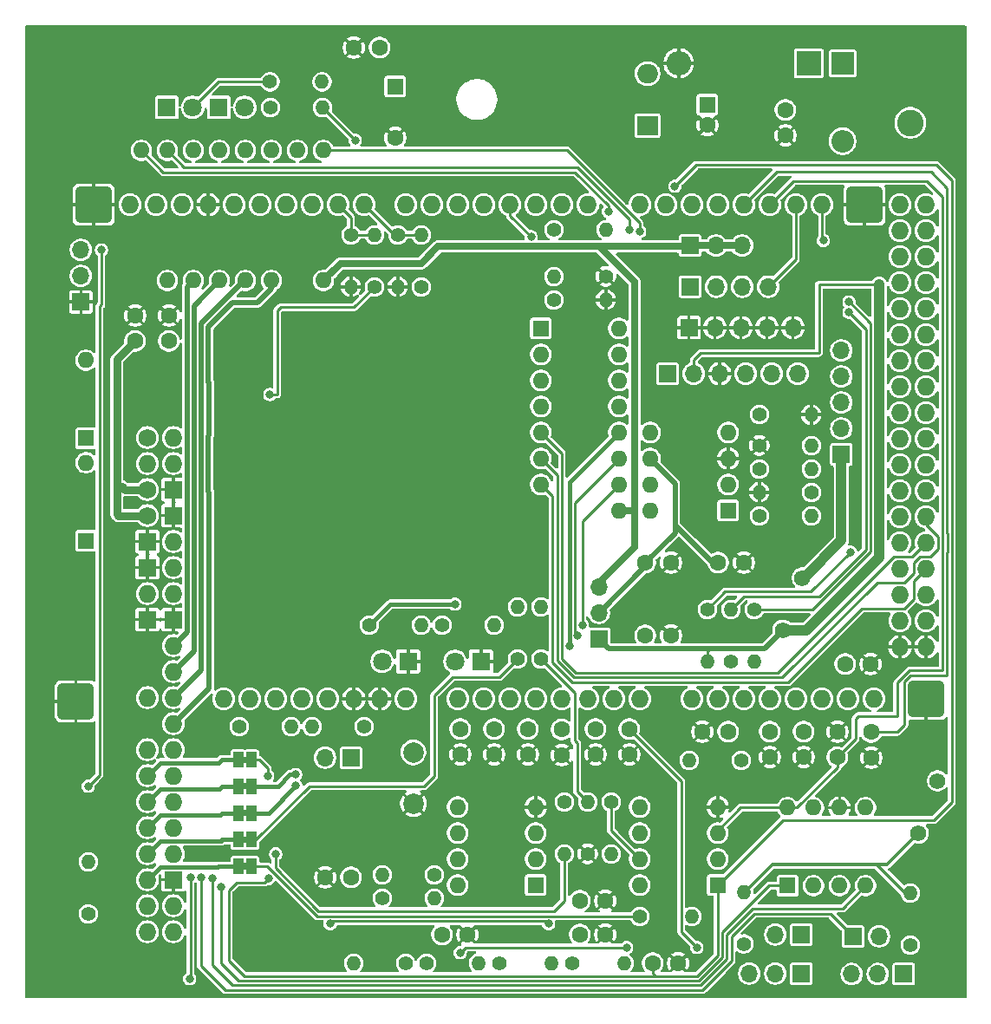
<source format=gbl>
G04 #@! TF.GenerationSoftware,KiCad,Pcbnew,9.0.2*
G04 #@! TF.CreationDate,2025-05-27T17:03:47+02:00*
G04 #@! TF.ProjectId,v0.4.3d,76302e34-2e33-4642-9e6b-696361645f70,4d*
G04 #@! TF.SameCoordinates,Original*
G04 #@! TF.FileFunction,Copper,L2,Bot*
G04 #@! TF.FilePolarity,Positive*
%FSLAX46Y46*%
G04 Gerber Fmt 4.6, Leading zero omitted, Abs format (unit mm)*
G04 Created by KiCad (PCBNEW 9.0.2) date 2025-05-27 17:03:47*
%MOMM*%
%LPD*%
G01*
G04 APERTURE LIST*
G04 Aperture macros list*
%AMRoundRect*
0 Rectangle with rounded corners*
0 $1 Rounding radius*
0 $2 $3 $4 $5 $6 $7 $8 $9 X,Y pos of 4 corners*
0 Add a 4 corners polygon primitive as box body*
4,1,4,$2,$3,$4,$5,$6,$7,$8,$9,$2,$3,0*
0 Add four circle primitives for the rounded corners*
1,1,$1+$1,$2,$3*
1,1,$1+$1,$4,$5*
1,1,$1+$1,$6,$7*
1,1,$1+$1,$8,$9*
0 Add four rect primitives between the rounded corners*
20,1,$1+$1,$2,$3,$4,$5,0*
20,1,$1+$1,$4,$5,$6,$7,0*
20,1,$1+$1,$6,$7,$8,$9,0*
20,1,$1+$1,$8,$9,$2,$3,0*%
G04 Aperture macros list end*
G04 #@! TA.AperFunction,EtchedComponent*
%ADD10C,0.000000*%
G04 #@! TD*
G04 #@! TA.AperFunction,ComponentPad*
%ADD11O,1.727200X1.727200*%
G04 #@! TD*
G04 #@! TA.AperFunction,ComponentPad*
%ADD12R,1.700000X1.700000*%
G04 #@! TD*
G04 #@! TA.AperFunction,ComponentPad*
%ADD13O,1.700000X1.700000*%
G04 #@! TD*
G04 #@! TA.AperFunction,ComponentPad*
%ADD14R,1.600000X1.600000*%
G04 #@! TD*
G04 #@! TA.AperFunction,ComponentPad*
%ADD15O,1.600000X1.600000*%
G04 #@! TD*
G04 #@! TA.AperFunction,ComponentPad*
%ADD16R,2.600000X2.600000*%
G04 #@! TD*
G04 #@! TA.AperFunction,ComponentPad*
%ADD17C,2.600000*%
G04 #@! TD*
G04 #@! TA.AperFunction,ComponentPad*
%ADD18C,1.727200*%
G04 #@! TD*
G04 #@! TA.AperFunction,ComponentPad*
%ADD19R,1.727200X1.727200*%
G04 #@! TD*
G04 #@! TA.AperFunction,ComponentPad*
%ADD20C,1.600000*%
G04 #@! TD*
G04 #@! TA.AperFunction,ComponentPad*
%ADD21R,2.200000X2.200000*%
G04 #@! TD*
G04 #@! TA.AperFunction,ComponentPad*
%ADD22O,2.200000X2.200000*%
G04 #@! TD*
G04 #@! TA.AperFunction,ComponentPad*
%ADD23R,2.400000X2.400000*%
G04 #@! TD*
G04 #@! TA.AperFunction,ComponentPad*
%ADD24O,2.400000X2.400000*%
G04 #@! TD*
G04 #@! TA.AperFunction,ComponentPad*
%ADD25C,1.560000*%
G04 #@! TD*
G04 #@! TA.AperFunction,ComponentPad*
%ADD26C,1.400000*%
G04 #@! TD*
G04 #@! TA.AperFunction,ComponentPad*
%ADD27O,1.400000X1.400000*%
G04 #@! TD*
G04 #@! TA.AperFunction,ComponentPad*
%ADD28R,1.800000X1.800000*%
G04 #@! TD*
G04 #@! TA.AperFunction,ComponentPad*
%ADD29C,1.800000*%
G04 #@! TD*
G04 #@! TA.AperFunction,ComponentPad*
%ADD30R,2.000000X1.905000*%
G04 #@! TD*
G04 #@! TA.AperFunction,ComponentPad*
%ADD31O,2.000000X1.905000*%
G04 #@! TD*
G04 #@! TA.AperFunction,ComponentPad*
%ADD32C,2.000000*%
G04 #@! TD*
G04 #@! TA.AperFunction,ComponentPad*
%ADD33RoundRect,0.350000X-1.400000X1.400000X-1.400000X-1.400000X1.400000X-1.400000X1.400000X1.400000X0*%
G04 #@! TD*
G04 #@! TA.AperFunction,SMDPad,CuDef*
%ADD34R,1.000000X1.500000*%
G04 #@! TD*
G04 #@! TA.AperFunction,ViaPad*
%ADD35C,1.600000*%
G04 #@! TD*
G04 #@! TA.AperFunction,ViaPad*
%ADD36C,0.800000*%
G04 #@! TD*
G04 #@! TA.AperFunction,Conductor*
%ADD37C,0.250000*%
G04 #@! TD*
G04 #@! TA.AperFunction,Conductor*
%ADD38C,0.500000*%
G04 #@! TD*
G04 #@! TA.AperFunction,Conductor*
%ADD39C,0.750000*%
G04 #@! TD*
G04 #@! TA.AperFunction,Conductor*
%ADD40C,1.000000*%
G04 #@! TD*
G04 #@! TA.AperFunction,Conductor*
%ADD41C,0.700000*%
G04 #@! TD*
G04 #@! TA.AperFunction,Conductor*
%ADD42C,0.400000*%
G04 #@! TD*
G04 #@! TA.AperFunction,Conductor*
%ADD43C,0.350000*%
G04 #@! TD*
G04 APERTURE END LIST*
D10*
G04 #@! TA.AperFunction,EtchedComponent*
G36*
X140250000Y-116700000D02*
G01*
X139750000Y-116700000D01*
X139750000Y-116100000D01*
X140250000Y-116100000D01*
X140250000Y-116700000D01*
G37*
G04 #@! TD.AperFunction*
G04 #@! TA.AperFunction,EtchedComponent*
G36*
X140250000Y-111500000D02*
G01*
X139750000Y-111500000D01*
X139750000Y-110900000D01*
X140250000Y-110900000D01*
X140250000Y-111500000D01*
G37*
G04 #@! TD.AperFunction*
G04 #@! TA.AperFunction,EtchedComponent*
G36*
X140250000Y-114100000D02*
G01*
X139750000Y-114100000D01*
X139750000Y-113500000D01*
X140250000Y-113500000D01*
X140250000Y-114100000D01*
G37*
G04 #@! TD.AperFunction*
G04 #@! TA.AperFunction,EtchedComponent*
G36*
X140250000Y-119300000D02*
G01*
X139750000Y-119300000D01*
X139750000Y-118700000D01*
X140250000Y-118700000D01*
X140250000Y-119300000D01*
G37*
G04 #@! TD.AperFunction*
G04 #@! TA.AperFunction,EtchedComponent*
G36*
X140250000Y-121900000D02*
G01*
X139750000Y-121900000D01*
X139750000Y-121300000D01*
X140250000Y-121300000D01*
X140250000Y-121900000D01*
G37*
G04 #@! TD.AperFunction*
D11*
X160800000Y-57000000D03*
X163340000Y-57000000D03*
X137940000Y-105260000D03*
X145560000Y-105260000D03*
X148100000Y-105260000D03*
X203980000Y-57000000D03*
X206520000Y-57000000D03*
X160800000Y-105260000D03*
X163340000Y-105260000D03*
X165880000Y-105260000D03*
X168420000Y-105260000D03*
X170960000Y-105260000D03*
X173500000Y-105260000D03*
X176040000Y-105260000D03*
X178580000Y-105260000D03*
X183660000Y-105260000D03*
X186200000Y-105260000D03*
X188740000Y-105260000D03*
X191280000Y-105260000D03*
X193820000Y-105260000D03*
X196360000Y-105260000D03*
X198900000Y-105260000D03*
X201440000Y-105260000D03*
X133876000Y-57000000D03*
X173500000Y-57000000D03*
X170960000Y-57000000D03*
X168420000Y-57000000D03*
X165880000Y-57000000D03*
X158260000Y-57000000D03*
X155720000Y-57000000D03*
X151656000Y-57000000D03*
X149116000Y-57000000D03*
X146576000Y-57000000D03*
X144036000Y-57000000D03*
X141496000Y-57000000D03*
X138956000Y-57000000D03*
X178580000Y-57000000D03*
X181120000Y-57000000D03*
X183660000Y-57000000D03*
X186200000Y-57000000D03*
X188740000Y-57000000D03*
X191280000Y-57000000D03*
X193820000Y-57000000D03*
X196360000Y-57000000D03*
X203980000Y-59540000D03*
X206520000Y-59540000D03*
X203980000Y-62080000D03*
X206520000Y-62080000D03*
X203980000Y-64620000D03*
X206520000Y-64620000D03*
X203980000Y-67160000D03*
X206520000Y-67160000D03*
X203980000Y-69700000D03*
X206520000Y-69700000D03*
X203980000Y-72240000D03*
X206520000Y-72240000D03*
X203980000Y-74780000D03*
X206520000Y-74780000D03*
X203980000Y-77320000D03*
X206520000Y-77320000D03*
X203980000Y-79860000D03*
X206520000Y-79860000D03*
X203980000Y-82400000D03*
X206520000Y-82400000D03*
X203980000Y-84940000D03*
X206520000Y-84940000D03*
X203980000Y-87480000D03*
X206520000Y-87480000D03*
X203980000Y-90020000D03*
X206520000Y-90020000D03*
X203980000Y-92560000D03*
X206520000Y-92560000D03*
X203980000Y-95100000D03*
X206520000Y-95100000D03*
X203980000Y-97640000D03*
X206520000Y-97640000D03*
X136416000Y-57000000D03*
X150640000Y-105260000D03*
X153180000Y-105260000D03*
X203980000Y-100180000D03*
X206520000Y-100180000D03*
X140480000Y-105260000D03*
X143020000Y-105260000D03*
X128796000Y-57000000D03*
X131336000Y-57000000D03*
X155720000Y-105260000D03*
D12*
X181300000Y-73500000D03*
D13*
X183840000Y-73500000D03*
X186380000Y-73500000D03*
X188920000Y-73500000D03*
X191460000Y-73500000D03*
X194000000Y-73500000D03*
D14*
X193000000Y-123500000D03*
D15*
X195540000Y-123500000D03*
X198080000Y-123500000D03*
X200620000Y-123500000D03*
X200620000Y-115880000D03*
X198080000Y-115880000D03*
X195540000Y-115880000D03*
X193000000Y-115880000D03*
D16*
X205000000Y-44000000D03*
D17*
X205000000Y-49000000D03*
D12*
X198255000Y-81400000D03*
D13*
X198255000Y-78860000D03*
X198255000Y-76320000D03*
X198255000Y-73780000D03*
X198255000Y-71240000D03*
D12*
X174582000Y-99378000D03*
D13*
X174582000Y-96838000D03*
X174582000Y-94298000D03*
D18*
X130500000Y-79740000D03*
D11*
X133040000Y-79740000D03*
X130500000Y-82280000D03*
X133040000Y-82280000D03*
D18*
X130500000Y-84820000D03*
D19*
X133040000Y-84820000D03*
D18*
X130500000Y-87360000D03*
D19*
X133040000Y-87360000D03*
X130500000Y-89900000D03*
D11*
X133040000Y-89900000D03*
D19*
X130500000Y-92440000D03*
D11*
X133040000Y-92440000D03*
X130500000Y-94980000D03*
X133040000Y-94980000D03*
D19*
X130500000Y-97520000D03*
X133040000Y-97520000D03*
X130500000Y-100060000D03*
D11*
X133040000Y-100060000D03*
D19*
X130500000Y-102600000D03*
D11*
X133040000Y-102600000D03*
X130500000Y-105140000D03*
X133040000Y-105140000D03*
D19*
X130500000Y-107680000D03*
D11*
X133040000Y-107680000D03*
X130500000Y-110220000D03*
X133040000Y-110220000D03*
X130500000Y-112760000D03*
X133040000Y-112760000D03*
X130500000Y-115300000D03*
X133040000Y-115300000D03*
X130500000Y-117840000D03*
X133040000Y-117840000D03*
X130500000Y-120380000D03*
X133040000Y-120380000D03*
X130500000Y-122920000D03*
D19*
X133040000Y-122920000D03*
D11*
X130500000Y-125460000D03*
X133040000Y-125460000D03*
X130500000Y-128000000D03*
X133040000Y-128000000D03*
D12*
X194354000Y-132080000D03*
D13*
X191814000Y-132080000D03*
X189274000Y-132080000D03*
D14*
X129900000Y-64400000D03*
D15*
X132440000Y-64400000D03*
X134980000Y-64400000D03*
X137520000Y-64400000D03*
X140060000Y-64400000D03*
X142600000Y-64400000D03*
D14*
X145140000Y-64400000D03*
D15*
X147680000Y-64400000D03*
X147680000Y-51700000D03*
X145140000Y-51700000D03*
X142600000Y-51700000D03*
X140060000Y-51700000D03*
X137520000Y-51700000D03*
X134980000Y-51700000D03*
X132440000Y-51700000D03*
X129900000Y-51700000D03*
D12*
X183475000Y-61000000D03*
D13*
X186015000Y-61000000D03*
X188555000Y-61000000D03*
D12*
X183500000Y-65000000D03*
D13*
X186040000Y-65000000D03*
X188580000Y-65000000D03*
X191120000Y-65000000D03*
D12*
X183380000Y-69000000D03*
D13*
X185920000Y-69000000D03*
X188460000Y-69000000D03*
X191000000Y-69000000D03*
X193540000Y-69000000D03*
D14*
X154686000Y-45466000D03*
D20*
X154686000Y-50466000D03*
D14*
X124500000Y-79810000D03*
D15*
X124500000Y-72190000D03*
D14*
X124500000Y-89810000D03*
D15*
X124500000Y-82190000D03*
D21*
X198374000Y-43180000D03*
D22*
X198374000Y-50800000D03*
D23*
X195072000Y-43180000D03*
D24*
X182372000Y-43180000D03*
D25*
X205740000Y-118364000D03*
X207640000Y-113264000D03*
X192532000Y-98552000D03*
X194432000Y-93452000D03*
D26*
X154940000Y-59944000D03*
D27*
X154940000Y-65024000D03*
D26*
X195326000Y-85090000D03*
D27*
X190246000Y-85090000D03*
D26*
X190246000Y-80518000D03*
D27*
X195326000Y-80518000D03*
D26*
X157226000Y-65024000D03*
D27*
X157226000Y-59944000D03*
D26*
X190246000Y-87376000D03*
D27*
X195326000Y-87376000D03*
D26*
X190246000Y-82804000D03*
D27*
X195326000Y-82804000D03*
D26*
X142460000Y-45000000D03*
D27*
X147540000Y-45000000D03*
D26*
X152146000Y-98044000D03*
D27*
X157226000Y-98044000D03*
D26*
X170180000Y-66294000D03*
D27*
X175260000Y-66294000D03*
D26*
X175260000Y-64008000D03*
D27*
X170180000Y-64008000D03*
D26*
X150368000Y-59944000D03*
D27*
X150368000Y-65024000D03*
D26*
X152654000Y-65024000D03*
D27*
X152654000Y-59944000D03*
D26*
X142494000Y-47500000D03*
D27*
X147574000Y-47500000D03*
D26*
X173482000Y-120396000D03*
D27*
X173482000Y-115316000D03*
D26*
X188468000Y-111252000D03*
D27*
X183388000Y-111252000D03*
D26*
X175768000Y-115316000D03*
D27*
X175768000Y-120396000D03*
D26*
X171958000Y-131064000D03*
D27*
X177038000Y-131064000D03*
D26*
X171196000Y-115316000D03*
D27*
X171196000Y-120396000D03*
D26*
X157734000Y-131064000D03*
D27*
X162814000Y-131064000D03*
D26*
X153416000Y-124714000D03*
D27*
X158496000Y-124714000D03*
D26*
X164846000Y-131064000D03*
D27*
X169926000Y-131064000D03*
D26*
X155702000Y-131064000D03*
D27*
X150622000Y-131064000D03*
D26*
X158496000Y-122428000D03*
D27*
X153416000Y-122428000D03*
D26*
X188722000Y-129186000D03*
D27*
X188722000Y-124106000D03*
D26*
X139446000Y-107950000D03*
D27*
X144526000Y-107950000D03*
D26*
X151638000Y-107950000D03*
D27*
X146558000Y-107950000D03*
D26*
X190246000Y-77500000D03*
D27*
X195326000Y-77500000D03*
D26*
X170180000Y-59436000D03*
D27*
X175260000Y-59436000D03*
D26*
X185166000Y-96520000D03*
D27*
X185166000Y-101600000D03*
D26*
X124714000Y-126238000D03*
D27*
X124714000Y-121158000D03*
D26*
X189738000Y-96520000D03*
D27*
X189738000Y-101600000D03*
D26*
X187470000Y-101600000D03*
D27*
X187470000Y-96520000D03*
D14*
X168402000Y-123444000D03*
D15*
X168402000Y-120904000D03*
X168402000Y-118364000D03*
X168402000Y-115824000D03*
X160782000Y-115824000D03*
X160782000Y-118364000D03*
X160782000Y-120904000D03*
X160782000Y-123444000D03*
D14*
X187198000Y-86868000D03*
D15*
X187198000Y-84328000D03*
X187198000Y-81788000D03*
X187198000Y-79248000D03*
X179578000Y-79248000D03*
X179578000Y-81788000D03*
X179578000Y-84328000D03*
X179578000Y-86868000D03*
D14*
X186182000Y-123444000D03*
D15*
X186182000Y-120904000D03*
X186182000Y-118364000D03*
X186182000Y-115824000D03*
X178562000Y-115824000D03*
X178562000Y-118364000D03*
X178562000Y-120904000D03*
X178562000Y-123444000D03*
D14*
X168910000Y-69088000D03*
D15*
X168910000Y-71628000D03*
X168910000Y-74168000D03*
X168910000Y-76708000D03*
X168910000Y-79248000D03*
X168910000Y-81788000D03*
X168910000Y-84328000D03*
X168910000Y-86868000D03*
X176530000Y-86868000D03*
X176530000Y-84328000D03*
X176530000Y-81788000D03*
X176530000Y-79248000D03*
X176530000Y-76708000D03*
X176530000Y-74168000D03*
X176530000Y-71628000D03*
X176530000Y-69088000D03*
D28*
X137460000Y-47500000D03*
D29*
X140000000Y-47500000D03*
D28*
X155956000Y-101600000D03*
D29*
X153416000Y-101600000D03*
D28*
X163068000Y-101600000D03*
D29*
X160528000Y-101600000D03*
D28*
X132380000Y-47500000D03*
D29*
X134920000Y-47500000D03*
D30*
X179324000Y-49276000D03*
D31*
X179324000Y-46736000D03*
X179324000Y-44196000D03*
D26*
X204978000Y-129286000D03*
D27*
X204978000Y-124206000D03*
D12*
X204354000Y-132132000D03*
D13*
X201814000Y-132132000D03*
X199274000Y-132132000D03*
D12*
X199390000Y-128432000D03*
D13*
X201930000Y-128432000D03*
D12*
X194354000Y-128270000D03*
D13*
X191814000Y-128270000D03*
D14*
X185166000Y-47244000D03*
D20*
X185166000Y-49244000D03*
D26*
X168910000Y-101346000D03*
D27*
X168910000Y-96266000D03*
D26*
X166624000Y-101346000D03*
D27*
X166624000Y-96266000D03*
D26*
X159258000Y-98044000D03*
D27*
X164338000Y-98044000D03*
D26*
X178562000Y-126492000D03*
D27*
X183642000Y-126492000D03*
D20*
X132588000Y-67818000D03*
X132588000Y-70318000D03*
X129286000Y-67818000D03*
X129286000Y-70318000D03*
X187198000Y-108458000D03*
X184698000Y-108458000D03*
X172720000Y-124968000D03*
X175220000Y-124968000D03*
X179832000Y-131064000D03*
X182332000Y-131064000D03*
X191262000Y-108458000D03*
X191262000Y-110958000D03*
X174244000Y-108204000D03*
X174244000Y-110704000D03*
X170942000Y-110744000D03*
X170942000Y-108244000D03*
X172720000Y-128270000D03*
X175220000Y-128270000D03*
X159258000Y-128270000D03*
X161758000Y-128270000D03*
X150368000Y-122682000D03*
X147868000Y-122682000D03*
X167640000Y-108204000D03*
X167640000Y-110704000D03*
X161036000Y-108204000D03*
X161036000Y-110704000D03*
X164338000Y-108204000D03*
X164338000Y-110704000D03*
X197866000Y-108458000D03*
X197866000Y-110958000D03*
X201168000Y-110998000D03*
X201168000Y-108498000D03*
X192786000Y-47752000D03*
X192786000Y-50252000D03*
X153162000Y-41656000D03*
X150662000Y-41656000D03*
X194564000Y-108458000D03*
X194564000Y-110958000D03*
X198628000Y-101854000D03*
X201128000Y-101854000D03*
X181610000Y-91948000D03*
X179110000Y-91948000D03*
X188722000Y-91948000D03*
X186222000Y-91948000D03*
X181610000Y-99060000D03*
X179110000Y-99060000D03*
X177546000Y-108204000D03*
X177546000Y-110704000D03*
D12*
X150368000Y-110998000D03*
D13*
X147828000Y-110998000D03*
D32*
X156464000Y-110490000D03*
X156464000Y-115490000D03*
D12*
X124000000Y-66500000D03*
D13*
X124000000Y-63960000D03*
X124000000Y-61420000D03*
D33*
X123500000Y-105500000D03*
X125240000Y-57000000D03*
X206520000Y-105260000D03*
X200520000Y-57000000D03*
D34*
X140650000Y-116400000D03*
X139350000Y-116400000D03*
X140650000Y-111200000D03*
X139350000Y-111200000D03*
X140650000Y-113800000D03*
X139350000Y-113800000D03*
X140650000Y-119000000D03*
X139350000Y-119000000D03*
X140650000Y-121600000D03*
X139350000Y-121600000D03*
D35*
X150500000Y-78030000D03*
D36*
X177292000Y-129540000D03*
X161036000Y-130048000D03*
X148336000Y-127217010D03*
X169672000Y-127217010D03*
X150787000Y-50713000D03*
X160528000Y-96012000D03*
X196500000Y-60500000D03*
X199136000Y-90932000D03*
X175514000Y-57658000D03*
X178562000Y-59629950D03*
X199000000Y-67500000D03*
X199000000Y-66500000D03*
X177546000Y-59436000D03*
X167956399Y-60137000D03*
X137700000Y-123600000D03*
X136800000Y-122800002D03*
X143024998Y-120396000D03*
X172954021Y-98044000D03*
X135700000Y-122700000D03*
X134620000Y-132588000D03*
X134700000Y-122699998D03*
X171704000Y-100076000D03*
X144960160Y-112647417D03*
X144985348Y-113743352D03*
X172504010Y-99060000D03*
X142299998Y-122800000D03*
X142240000Y-112776000D03*
X182000000Y-55200000D03*
X184150000Y-129540000D03*
X124714000Y-113786000D03*
X126000000Y-61420000D03*
X142450000Y-75530000D03*
D37*
X142480000Y-75500000D02*
X142450000Y-75530000D01*
X143178000Y-75500000D02*
X142480000Y-75500000D01*
X201208000Y-110744000D02*
X201329002Y-110744000D01*
X200660000Y-110744000D02*
X201168000Y-110744000D01*
X177292000Y-129540000D02*
X161544000Y-129540000D01*
X161544000Y-129540000D02*
X161036000Y-130048000D01*
X172466000Y-109600798D02*
X172212000Y-109346798D01*
X172212000Y-109346798D02*
X172212000Y-104648000D01*
X172212000Y-104648000D02*
X168910000Y-101346000D01*
X173482000Y-115316000D02*
X172466000Y-114300000D01*
X172466000Y-114300000D02*
X172466000Y-109600798D01*
X148590010Y-126963000D02*
X169417990Y-126963000D01*
X169417990Y-126963000D02*
X169672000Y-127217010D01*
X148336000Y-127217010D02*
X148590010Y-126963000D01*
X196000000Y-71500000D02*
X184500000Y-71500000D01*
D38*
X175534000Y-100330000D02*
X174629011Y-99425011D01*
D37*
X201899977Y-64795001D02*
X196062999Y-64795001D01*
D38*
X185420000Y-100330000D02*
X175534000Y-100330000D01*
D37*
X185166000Y-100584000D02*
X185420000Y-100330000D01*
D38*
X192532000Y-98552000D02*
X190754000Y-100330000D01*
D37*
X201930000Y-64764978D02*
X201899977Y-64795001D01*
D39*
X127500000Y-84500000D02*
X128000000Y-84500000D01*
D37*
X185166000Y-101600000D02*
X185166000Y-100584000D01*
D39*
X128000000Y-84500000D02*
X128320000Y-84820000D01*
D40*
X194818000Y-98552000D02*
X192532000Y-98552000D01*
D39*
X127500000Y-84500000D02*
X127500000Y-87220000D01*
X127500000Y-72104000D02*
X127500000Y-84500000D01*
D37*
X184500000Y-71500000D02*
X183840000Y-72160000D01*
D39*
X128320000Y-84820000D02*
X130500000Y-84820000D01*
D37*
X174629011Y-99425011D02*
X174582000Y-99378000D01*
D39*
X129286000Y-70318000D02*
X127500000Y-72104000D01*
D40*
X201935022Y-91434978D02*
X194818000Y-98552000D01*
D39*
X127640000Y-87360000D02*
X130500000Y-87360000D01*
D40*
X201935022Y-64764978D02*
X201935022Y-91434978D01*
D37*
X201935022Y-64764978D02*
X201930000Y-64764978D01*
D38*
X127500000Y-87220000D02*
X127640000Y-87360000D01*
D37*
X183840000Y-72160000D02*
X183840000Y-73500000D01*
X196062999Y-64795001D02*
X196062999Y-71437001D01*
D38*
X190754000Y-100330000D02*
X185420000Y-100330000D01*
D37*
X196062999Y-71437001D02*
X196000000Y-71500000D01*
D41*
X174582000Y-93896000D02*
X178054000Y-90424000D01*
X157226000Y-62738000D02*
X149342000Y-62738000D01*
X174498000Y-94214000D02*
X174582000Y-94298000D01*
X178054000Y-90424000D02*
X178054000Y-86868000D01*
X174582000Y-94298000D02*
X174582000Y-93896000D01*
X178054000Y-86868000D02*
X176530000Y-86868000D01*
X183475000Y-61000000D02*
X186015000Y-61000000D01*
X174498000Y-61080000D02*
X183395000Y-61080000D01*
X149342000Y-62738000D02*
X147680000Y-64400000D01*
X186015000Y-61000000D02*
X188555000Y-61000000D01*
X158877000Y-61087000D02*
X174625000Y-61087000D01*
X183395000Y-61080000D02*
X183475000Y-61000000D01*
X178054000Y-86868000D02*
X178054000Y-64516000D01*
X158877000Y-61087000D02*
X157226000Y-62738000D01*
X174625000Y-61087000D02*
X178054000Y-64516000D01*
D37*
X147574000Y-47500000D02*
X150787000Y-50713000D01*
X137420000Y-45000000D02*
X142460000Y-45000000D01*
X134920000Y-47500000D02*
X137420000Y-45000000D01*
D42*
X160528000Y-96012000D02*
X154178000Y-96012000D01*
X154178000Y-96012000D02*
X152146000Y-98044000D01*
D37*
X152654000Y-59944000D02*
X150368000Y-59944000D01*
X150368000Y-59944000D02*
X150368000Y-58252000D01*
X150368000Y-58252000D02*
X149116000Y-57000000D01*
X151656000Y-57000000D02*
X154600000Y-59944000D01*
X154940000Y-59944000D02*
X157226000Y-59944000D01*
X154600000Y-59944000D02*
X154940000Y-59944000D01*
X170061965Y-85479965D02*
X170061965Y-101738787D01*
X193040000Y-103632000D02*
X200220601Y-96451399D01*
X170061965Y-101738787D02*
X171955178Y-103632000D01*
X205331399Y-95507731D02*
X205331399Y-93748601D01*
X168910000Y-84328000D02*
X170061965Y-85479965D01*
X171955178Y-103632000D02*
X193040000Y-103632000D01*
X200220601Y-96451399D02*
X204387731Y-96451399D01*
X205331399Y-93748601D02*
X206520000Y-92560000D01*
X204387731Y-96451399D02*
X205331399Y-95507731D01*
X196360000Y-60360000D02*
X196500000Y-60500000D01*
X196360000Y-57000000D02*
X196360000Y-60360000D01*
X195268010Y-94799990D02*
X199136000Y-90932000D01*
X193820000Y-57000000D02*
X193820000Y-62300000D01*
X193820000Y-62300000D02*
X191120000Y-65000000D01*
X185166000Y-96520000D02*
X186886010Y-94799990D01*
X186886010Y-94799990D02*
X195268010Y-94799990D01*
X132048000Y-53848000D02*
X172269685Y-53848000D01*
X175514000Y-57092315D02*
X175514000Y-57658000D01*
X172269685Y-53848000D02*
X175514000Y-57092315D01*
X129900000Y-51700000D02*
X132048000Y-53848000D01*
X147680000Y-51700000D02*
X171462411Y-51700000D01*
X178562000Y-58799589D02*
X178562000Y-59629950D01*
X171462411Y-51700000D02*
X178562000Y-58799589D01*
X207708601Y-89449471D02*
X207708601Y-90590529D01*
X170511976Y-83389976D02*
X168910000Y-81788000D01*
X204387731Y-93911399D02*
X201744601Y-93911399D01*
X205331399Y-91989471D02*
X205331399Y-92967731D01*
X192474011Y-103181989D02*
X172141578Y-103181989D01*
X206520000Y-88260870D02*
X207708601Y-89449471D01*
X206927731Y-91371399D02*
X205949471Y-91371399D01*
X205331399Y-92967731D02*
X204387731Y-93911399D01*
X206520000Y-87480000D02*
X206520000Y-88260870D01*
X201744601Y-93911399D02*
X192474011Y-103181989D01*
X170511976Y-101552387D02*
X170511976Y-83389976D01*
X172141578Y-103181989D02*
X170511976Y-101552387D01*
X207708601Y-90590529D02*
X206927731Y-91371399D01*
X205949471Y-91371399D02*
X205331399Y-91989471D01*
X168910000Y-79248000D02*
X170961987Y-81299987D01*
X172327978Y-102731978D02*
X192048892Y-102731978D01*
X170961987Y-81299987D02*
X170961987Y-101365987D01*
X170961987Y-101365987D02*
X172327978Y-102731978D01*
X203409471Y-91371399D02*
X205168601Y-91371399D01*
X205168601Y-91371399D02*
X206520000Y-90020000D01*
X192048892Y-102731978D02*
X203409471Y-91371399D01*
X208608623Y-90963329D02*
X208608623Y-89076671D01*
X201168000Y-108498000D02*
X203702000Y-108498000D01*
X208608623Y-89076671D02*
X208591989Y-89060037D01*
X204424000Y-107776000D02*
X204424000Y-103599992D01*
X208591989Y-89060037D02*
X208591989Y-55391989D01*
X204424000Y-103599992D02*
X205023992Y-103000000D01*
X208591989Y-55391989D02*
X207000000Y-53800000D01*
X208591989Y-90979963D02*
X208608623Y-90963329D01*
X203702000Y-108498000D02*
X204424000Y-107776000D01*
X208591989Y-103000000D02*
X208591989Y-90979963D01*
X207000000Y-53800000D02*
X191940000Y-53800000D01*
X205023992Y-103000000D02*
X208591989Y-103000000D01*
X191940000Y-53800000D02*
X188740000Y-57000000D01*
X197866000Y-111934000D02*
X193920000Y-115880000D01*
X203708000Y-103678182D02*
X204886160Y-102500022D01*
X197866000Y-110958000D02*
X197866000Y-111934000D01*
X208158612Y-90776929D02*
X208158612Y-89263071D01*
X193000000Y-115880000D02*
X188412000Y-115880000D01*
X208141978Y-89246437D02*
X208141978Y-56241978D01*
X197866000Y-110958000D02*
X199644000Y-109180000D01*
X206600000Y-54700000D02*
X193580000Y-54700000D01*
X186182000Y-118110000D02*
X186182000Y-118364000D01*
X193580000Y-54700000D02*
X191280000Y-57000000D01*
X208141978Y-90793563D02*
X208158612Y-90776929D01*
X208158612Y-89263071D02*
X208141978Y-89246437D01*
X208141978Y-56241978D02*
X206600000Y-54700000D01*
X203708000Y-106934000D02*
X203708000Y-103678182D01*
X193920000Y-115880000D02*
X193000000Y-115880000D01*
X204886160Y-102500022D02*
X208141978Y-102500022D01*
X199898000Y-106934000D02*
X203708000Y-106934000D01*
X188412000Y-115880000D02*
X186182000Y-118110000D01*
X199644000Y-109180000D02*
X199644000Y-107188000D01*
X208141978Y-102500022D02*
X208141978Y-90793563D01*
X199644000Y-107188000D02*
X199898000Y-106934000D01*
X199000000Y-67500000D02*
X200660000Y-69160000D01*
X200660000Y-69160000D02*
X200660000Y-90678000D01*
X200660000Y-90678000D02*
X196088000Y-95250000D01*
X196088000Y-95250000D02*
X188740000Y-95250000D01*
X188740000Y-95250000D02*
X187470000Y-96520000D01*
X189738000Y-96520000D02*
X195454411Y-96520000D01*
X201110011Y-68583291D02*
X199026720Y-66500000D01*
X199026720Y-66500000D02*
X199000000Y-66500000D01*
X195454411Y-96520000D02*
X201110011Y-90864400D01*
X201110011Y-90864400D02*
X201110011Y-68583291D01*
X132440000Y-51700000D02*
X134080000Y-53340000D01*
X177546000Y-58420000D02*
X177546000Y-59436000D01*
X172466000Y-53340000D02*
X177546000Y-58420000D01*
X134080000Y-53340000D02*
X172466000Y-53340000D01*
X167956399Y-60137000D02*
X165880000Y-58060601D01*
X165880000Y-58060601D02*
X165880000Y-57000000D01*
D38*
X134355957Y-98744043D02*
X134355957Y-65024043D01*
X134355957Y-65024043D02*
X134980000Y-64400000D01*
X133040000Y-100060000D02*
X134355957Y-98744043D01*
X135055968Y-100584032D02*
X135055968Y-66864032D01*
X133040000Y-102600000D02*
X135055968Y-100584032D01*
X135055968Y-66864032D02*
X137520000Y-64400000D01*
X133040000Y-105140000D02*
X135755979Y-102424021D01*
X135755979Y-102424021D02*
X135755979Y-68603486D01*
X139959465Y-64400000D02*
X140060000Y-64400000D01*
X135755979Y-68603486D02*
X139959465Y-64400000D01*
X136455990Y-68893440D02*
X138801430Y-66548000D01*
X136455990Y-85022402D02*
X136455990Y-79569598D01*
X133040000Y-107680000D02*
X136500000Y-104220000D01*
X136500000Y-79525588D02*
X136500000Y-74390254D01*
X142600000Y-65172000D02*
X142600000Y-64400000D01*
X136500000Y-74390254D02*
X136455990Y-74346244D01*
X136500000Y-104220000D02*
X136500000Y-85066412D01*
X138801430Y-66548000D02*
X141224000Y-66548000D01*
X136455990Y-79569598D02*
X136500000Y-79525588D01*
X136500000Y-85066412D02*
X136455990Y-85022402D01*
X136455990Y-74346244D02*
X136455990Y-68893440D01*
X141224000Y-66548000D02*
X142600000Y-65172000D01*
X179110000Y-91948000D02*
X182012000Y-89046000D01*
X182012000Y-84222000D02*
X179578000Y-81788000D01*
X182012000Y-88283180D02*
X186028820Y-92300000D01*
X182012000Y-88032000D02*
X182012000Y-84222000D01*
X182012000Y-88032000D02*
X182012000Y-88283180D01*
X182012000Y-89046000D02*
X182012000Y-88032000D01*
X179110000Y-92310000D02*
X179110000Y-91948000D01*
X174582000Y-96838000D02*
X179110000Y-92310000D01*
D37*
X139388011Y-132784011D02*
X137700000Y-131096000D01*
X186632011Y-128071167D02*
X186632011Y-130488400D01*
X191203178Y-123500000D02*
X186632011Y-128071167D01*
X137700000Y-131096000D02*
X137700000Y-123600000D01*
X184336400Y-132784011D02*
X139388011Y-132784011D01*
X193000000Y-123500000D02*
X191203178Y-123500000D01*
X186632011Y-130488400D02*
X184336400Y-132784011D01*
X138822022Y-133234022D02*
X136800000Y-131212000D01*
X184522800Y-133234022D02*
X138822022Y-133234022D01*
X187082022Y-128257567D02*
X187082022Y-130674800D01*
X198390000Y-125730000D02*
X189609589Y-125730000D01*
X200620000Y-123500000D02*
X198390000Y-125730000D01*
X189609589Y-125730000D02*
X187082022Y-128257567D01*
X136800000Y-131212000D02*
X136800000Y-122800002D01*
X187082022Y-130674800D02*
X184522800Y-133234022D01*
X170180000Y-125984000D02*
X147194410Y-125984000D01*
X143002000Y-121791590D02*
X143002000Y-120418998D01*
X147194410Y-125984000D02*
X143002000Y-121791590D01*
X143024998Y-120396000D02*
X143002000Y-120418998D01*
X171196000Y-124968000D02*
X170180000Y-125984000D01*
X171196000Y-120396000D02*
X171196000Y-124968000D01*
X141096000Y-119000000D02*
X146304000Y-113792000D01*
X172954021Y-87903979D02*
X172954021Y-98044000D01*
X164846000Y-103124000D02*
X166624000Y-101346000D01*
X160274000Y-103124000D02*
X164846000Y-103124000D01*
X140700000Y-119000000D02*
X141096000Y-119000000D01*
X176530000Y-84328000D02*
X172954021Y-87903979D01*
X157480000Y-113792000D02*
X158496000Y-112776000D01*
X158496000Y-112776000D02*
X158496000Y-104902000D01*
X158496000Y-104902000D02*
X160274000Y-103124000D01*
X146304000Y-113792000D02*
X157480000Y-113792000D01*
D42*
X137453601Y-111496399D02*
X131763601Y-111496399D01*
X130500000Y-112760000D02*
X131763601Y-111496399D01*
X137750000Y-111200000D02*
X137453601Y-111496399D01*
X139300000Y-111200000D02*
X137750000Y-111200000D01*
X130500000Y-115300000D02*
X131776399Y-114023601D01*
X139200000Y-113800000D02*
X137750000Y-113800000D01*
X137526399Y-114023601D02*
X131776399Y-114023601D01*
X137750000Y-113800000D02*
X137526399Y-114023601D01*
X137750000Y-116400000D02*
X137586399Y-116563601D01*
X130500000Y-117840000D02*
X131776399Y-116563601D01*
X137586399Y-116563601D02*
X131776399Y-116563601D01*
X139200000Y-116400000D02*
X137750000Y-116400000D01*
D37*
X184709200Y-133684033D02*
X187532033Y-130861200D01*
X138084033Y-133684033D02*
X184709200Y-133684033D01*
X197196000Y-126238000D02*
X199390000Y-128432000D01*
X135700000Y-122700000D02*
X135700000Y-131300000D01*
X187532033Y-128443967D02*
X189738000Y-126238000D01*
X189738000Y-126238000D02*
X197196000Y-126238000D01*
X187532033Y-130861200D02*
X187532033Y-128443967D01*
X135700000Y-131300000D02*
X138084033Y-133684033D01*
D42*
X130500000Y-120380000D02*
X131776399Y-119103601D01*
X137646399Y-119103601D02*
X131776399Y-119103601D01*
X137750000Y-119000000D02*
X137646399Y-119103601D01*
X139300000Y-119000000D02*
X137750000Y-119000000D01*
D37*
X134700000Y-122699998D02*
X134700000Y-132508000D01*
X134700000Y-132508000D02*
X134620000Y-132588000D01*
D42*
X139300000Y-121600000D02*
X137400000Y-121600000D01*
X130500000Y-122920000D02*
X131776399Y-121643601D01*
X137356399Y-121643601D02*
X131776399Y-121643601D01*
X137400000Y-121600000D02*
X137356399Y-121643601D01*
X143241892Y-113800000D02*
X144394475Y-112647417D01*
X144394475Y-112647417D02*
X144960160Y-112647417D01*
X140700000Y-113800000D02*
X143241892Y-113800000D01*
X176530000Y-79248000D02*
X171704000Y-84074000D01*
X171704000Y-84074000D02*
X171704000Y-100076000D01*
D37*
X172229011Y-98785001D02*
X172504010Y-99060000D01*
D42*
X140700000Y-116400000D02*
X142328700Y-116400000D01*
D37*
X172229011Y-86088989D02*
X172229011Y-98785001D01*
D42*
X142328700Y-116400000D02*
X144985348Y-113743352D01*
D37*
X176530000Y-81788000D02*
X172229011Y-86088989D01*
X142174000Y-121600000D02*
X147066000Y-126492000D01*
X140650000Y-121600000D02*
X142174000Y-121600000D01*
X147066000Y-126492000D02*
X178562000Y-126492000D01*
D43*
X188822000Y-124106000D02*
X188722000Y-124106000D01*
X204470000Y-124206000D02*
X201676000Y-121412000D01*
X201676000Y-121412000D02*
X202692000Y-121412000D01*
X202692000Y-121412000D02*
X205740000Y-118364000D01*
X204978000Y-124206000D02*
X204470000Y-124206000D01*
X201676000Y-121412000D02*
X191516000Y-121412000D01*
X191516000Y-121412000D02*
X188822000Y-124106000D01*
D37*
X140650000Y-111200000D02*
X141400000Y-111200000D01*
X209042000Y-54642000D02*
X207500000Y-53100000D01*
X207500000Y-53100000D02*
X184100000Y-53100000D01*
X207264000Y-117094000D02*
X209042000Y-115316000D01*
X138430000Y-130810000D02*
X138430000Y-123952000D01*
X179832000Y-131064000D02*
X179832000Y-132080000D01*
X184100000Y-53100000D02*
X182000000Y-55200000D01*
X184150000Y-132334000D02*
X180086000Y-132334000D01*
X209042000Y-91166363D02*
X209058634Y-91149729D01*
X209042000Y-88873637D02*
X209042000Y-54642000D01*
X209058634Y-91149729D02*
X209058634Y-88890271D01*
X179832000Y-132080000D02*
X180086000Y-132334000D01*
X186182000Y-130302000D02*
X184150000Y-132334000D01*
X192532000Y-117094000D02*
X207264000Y-117094000D01*
X186182000Y-123444000D02*
X186182000Y-130302000D01*
X139192000Y-123190000D02*
X141909998Y-123190000D01*
X139954000Y-132334000D02*
X138430000Y-130810000D01*
X138430000Y-123952000D02*
X139192000Y-123190000D01*
X141909998Y-123190000D02*
X142299998Y-122800000D01*
X209042000Y-115316000D02*
X209042000Y-91166363D01*
X142240000Y-112040000D02*
X142240000Y-112776000D01*
X180086000Y-132334000D02*
X139954000Y-132334000D01*
X186182000Y-123444000D02*
X192532000Y-117094000D01*
X209058634Y-88890271D02*
X209042000Y-88873637D01*
X141400000Y-111200000D02*
X142240000Y-112040000D01*
X175768000Y-118110000D02*
X175768000Y-115316000D01*
X178562000Y-120904000D02*
X175768000Y-118110000D01*
X184150000Y-129540000D02*
X182616999Y-128006999D01*
X182616999Y-113274999D02*
X177546000Y-108204000D01*
X182616999Y-128006999D02*
X182616999Y-113274999D01*
D40*
X198255000Y-89781000D02*
X194584000Y-93452000D01*
X194584000Y-93452000D02*
X194432000Y-93452000D01*
X198255000Y-81400000D02*
X198255000Y-89781000D01*
D37*
X126000000Y-66742000D02*
X126000000Y-61420000D01*
X125820000Y-66922000D02*
X125820000Y-112680000D01*
X125820000Y-112680000D02*
X124714000Y-113786000D01*
X125820000Y-66922000D02*
X126000000Y-66742000D01*
X143500000Y-67000000D02*
X150678000Y-67000000D01*
X143178000Y-75500000D02*
X143178000Y-67322000D01*
X150678000Y-67000000D02*
X152654000Y-65024000D01*
X143178000Y-67322000D02*
X143500000Y-67000000D01*
G04 #@! TA.AperFunction,Conductor*
G36*
X143063712Y-123026197D02*
G01*
X143088122Y-123045159D01*
X146835437Y-126792475D01*
X146921063Y-126841911D01*
X147016564Y-126867500D01*
X147016565Y-126867500D01*
X147591769Y-126867500D01*
X147658808Y-126887185D01*
X147704563Y-126939989D01*
X147714507Y-127009147D01*
X147710657Y-127026466D01*
X147685500Y-127152938D01*
X147685500Y-127152941D01*
X147685500Y-127281079D01*
X147685500Y-127281081D01*
X147685499Y-127281081D01*
X147710497Y-127406748D01*
X147710499Y-127406754D01*
X147759533Y-127525134D01*
X147759538Y-127525143D01*
X147830723Y-127631678D01*
X147830726Y-127631682D01*
X147921327Y-127722283D01*
X147921331Y-127722286D01*
X148027866Y-127793471D01*
X148027872Y-127793474D01*
X148027873Y-127793475D01*
X148146256Y-127842511D01*
X148146260Y-127842511D01*
X148146261Y-127842512D01*
X148271928Y-127867510D01*
X148271931Y-127867510D01*
X148400071Y-127867510D01*
X148484615Y-127850692D01*
X148525744Y-127842511D01*
X148644127Y-127793475D01*
X148750669Y-127722286D01*
X148841276Y-127631679D01*
X148912465Y-127525137D01*
X148958066Y-127415047D01*
X149001907Y-127360644D01*
X149068201Y-127338579D01*
X149072627Y-127338500D01*
X158404505Y-127338500D01*
X158471544Y-127358185D01*
X158517299Y-127410989D01*
X158527243Y-127480147D01*
X158498218Y-127543703D01*
X158492186Y-127550181D01*
X158442025Y-127600341D01*
X158442024Y-127600342D01*
X158327058Y-127772403D01*
X158247870Y-127963579D01*
X158247868Y-127963587D01*
X158207500Y-128166530D01*
X158207500Y-128373469D01*
X158247868Y-128576412D01*
X158247870Y-128576420D01*
X158327058Y-128767596D01*
X158442024Y-128939657D01*
X158588342Y-129085975D01*
X158588345Y-129085977D01*
X158760402Y-129200941D01*
X158951580Y-129280130D01*
X159085027Y-129306674D01*
X159154530Y-129320499D01*
X159154534Y-129320500D01*
X159154535Y-129320500D01*
X159361466Y-129320500D01*
X159361467Y-129320499D01*
X159564420Y-129280130D01*
X159755598Y-129200941D01*
X159927655Y-129085977D01*
X160073977Y-128939655D01*
X160188941Y-128767598D01*
X160268130Y-128576420D01*
X160308500Y-128373465D01*
X160308500Y-128166535D01*
X160268130Y-127963580D01*
X160188941Y-127772402D01*
X160073977Y-127600345D01*
X160073975Y-127600342D01*
X160023814Y-127550181D01*
X159990329Y-127488858D01*
X159995313Y-127419166D01*
X160037185Y-127363233D01*
X160102649Y-127338816D01*
X160111495Y-127338500D01*
X160987270Y-127338500D01*
X161054309Y-127358185D01*
X161074951Y-127374819D01*
X161599665Y-127899533D01*
X161512394Y-127949920D01*
X161437920Y-128024394D01*
X161387534Y-128111665D01*
X160881220Y-127605352D01*
X160817194Y-127693478D01*
X160738591Y-127847742D01*
X160685085Y-128012415D01*
X160658000Y-128183428D01*
X160658000Y-128356571D01*
X160685085Y-128527584D01*
X160738591Y-128692257D01*
X160817198Y-128846528D01*
X160881219Y-128934646D01*
X160881220Y-128934647D01*
X161387533Y-128428334D01*
X161437920Y-128515606D01*
X161512394Y-128590080D01*
X161599665Y-128640465D01*
X161093351Y-129146778D01*
X161093352Y-129146780D01*
X161129691Y-129173182D01*
X161172357Y-129228512D01*
X161178336Y-129298125D01*
X161145730Y-129359920D01*
X161084892Y-129394277D01*
X161056806Y-129397500D01*
X160971929Y-129397500D01*
X160846261Y-129422497D01*
X160846255Y-129422499D01*
X160727875Y-129471533D01*
X160727866Y-129471538D01*
X160621331Y-129542723D01*
X160621327Y-129542726D01*
X160530726Y-129633327D01*
X160530723Y-129633331D01*
X160459538Y-129739866D01*
X160459533Y-129739875D01*
X160410499Y-129858255D01*
X160410497Y-129858261D01*
X160385500Y-129983928D01*
X160385500Y-129983931D01*
X160385500Y-130112069D01*
X160385500Y-130112071D01*
X160385499Y-130112071D01*
X160410497Y-130237738D01*
X160410499Y-130237744D01*
X160459533Y-130356124D01*
X160459538Y-130356133D01*
X160530723Y-130462668D01*
X160530726Y-130462672D01*
X160621327Y-130553273D01*
X160621331Y-130553276D01*
X160727866Y-130624461D01*
X160727875Y-130624466D01*
X160754692Y-130635574D01*
X160846256Y-130673501D01*
X160846260Y-130673501D01*
X160846261Y-130673502D01*
X160971928Y-130698500D01*
X160971931Y-130698500D01*
X161100071Y-130698500D01*
X161184615Y-130681682D01*
X161225744Y-130673501D01*
X161344127Y-130624465D01*
X161450669Y-130553276D01*
X161541276Y-130462669D01*
X161612465Y-130356127D01*
X161661501Y-130237744D01*
X161675871Y-130165502D01*
X161686500Y-130112071D01*
X161686500Y-130039500D01*
X161706185Y-129972461D01*
X161758989Y-129926706D01*
X161810500Y-129915500D01*
X162479558Y-129915500D01*
X162546597Y-129935185D01*
X162592352Y-129987989D01*
X162602296Y-130057147D01*
X162573271Y-130120703D01*
X162527012Y-130154060D01*
X162521803Y-130156218D01*
X162363771Y-130221676D01*
X162363762Y-130221681D01*
X162208092Y-130325697D01*
X162208088Y-130325700D01*
X162075700Y-130458088D01*
X162075697Y-130458092D01*
X161971681Y-130613762D01*
X161971676Y-130613771D01*
X161900027Y-130786748D01*
X161900025Y-130786756D01*
X161863500Y-130970379D01*
X161863500Y-131157620D01*
X161900025Y-131341243D01*
X161900027Y-131341251D01*
X161971676Y-131514228D01*
X161971681Y-131514237D01*
X162075697Y-131669907D01*
X162075700Y-131669911D01*
X162152608Y-131746819D01*
X162186093Y-131808142D01*
X162181109Y-131877834D01*
X162139237Y-131933767D01*
X162073773Y-131958184D01*
X162064927Y-131958500D01*
X158483073Y-131958500D01*
X158416034Y-131938815D01*
X158370279Y-131886011D01*
X158360335Y-131816853D01*
X158389360Y-131753297D01*
X158395392Y-131746819D01*
X158472299Y-131669911D01*
X158472302Y-131669908D01*
X158576322Y-131514231D01*
X158647973Y-131341251D01*
X158684500Y-131157616D01*
X158684500Y-130970384D01*
X158647973Y-130786749D01*
X158580753Y-130624466D01*
X158576323Y-130613771D01*
X158576318Y-130613762D01*
X158472302Y-130458092D01*
X158472299Y-130458088D01*
X158339911Y-130325700D01*
X158339907Y-130325697D01*
X158184237Y-130221681D01*
X158184228Y-130221676D01*
X158011251Y-130150027D01*
X158011243Y-130150025D01*
X157827620Y-130113500D01*
X157827616Y-130113500D01*
X157640384Y-130113500D01*
X157640379Y-130113500D01*
X157456756Y-130150025D01*
X157456748Y-130150027D01*
X157283771Y-130221676D01*
X157283762Y-130221681D01*
X157128092Y-130325697D01*
X157128088Y-130325700D01*
X156995700Y-130458088D01*
X156995697Y-130458092D01*
X156891681Y-130613762D01*
X156891676Y-130613772D01*
X156832561Y-130756489D01*
X156788720Y-130810892D01*
X156722426Y-130832957D01*
X156654726Y-130815678D01*
X156607116Y-130764540D01*
X156603439Y-130756489D01*
X156569064Y-130673501D01*
X156544322Y-130613769D01*
X156544320Y-130613766D01*
X156544318Y-130613762D01*
X156440302Y-130458092D01*
X156440299Y-130458088D01*
X156307911Y-130325700D01*
X156307907Y-130325697D01*
X156152237Y-130221681D01*
X156152228Y-130221676D01*
X155979251Y-130150027D01*
X155979243Y-130150025D01*
X155795620Y-130113500D01*
X155795616Y-130113500D01*
X155608384Y-130113500D01*
X155608379Y-130113500D01*
X155424756Y-130150025D01*
X155424748Y-130150027D01*
X155251771Y-130221676D01*
X155251762Y-130221681D01*
X155096092Y-130325697D01*
X155096088Y-130325700D01*
X154963700Y-130458088D01*
X154963697Y-130458092D01*
X154859681Y-130613762D01*
X154859676Y-130613771D01*
X154788027Y-130786748D01*
X154788025Y-130786756D01*
X154751500Y-130970379D01*
X154751500Y-131157620D01*
X154788025Y-131341243D01*
X154788027Y-131341251D01*
X154859676Y-131514228D01*
X154859681Y-131514237D01*
X154963697Y-131669907D01*
X154963700Y-131669911D01*
X155040608Y-131746819D01*
X155074093Y-131808142D01*
X155069109Y-131877834D01*
X155027237Y-131933767D01*
X154961773Y-131958184D01*
X154952927Y-131958500D01*
X151371073Y-131958500D01*
X151304034Y-131938815D01*
X151258279Y-131886011D01*
X151248335Y-131816853D01*
X151277360Y-131753297D01*
X151283392Y-131746819D01*
X151360299Y-131669911D01*
X151360302Y-131669908D01*
X151464322Y-131514231D01*
X151535973Y-131341251D01*
X151572500Y-131157616D01*
X151572500Y-130970384D01*
X151535973Y-130786749D01*
X151468753Y-130624466D01*
X151464323Y-130613771D01*
X151464318Y-130613762D01*
X151360302Y-130458092D01*
X151360299Y-130458088D01*
X151227911Y-130325700D01*
X151227907Y-130325697D01*
X151072237Y-130221681D01*
X151072228Y-130221676D01*
X150899251Y-130150027D01*
X150899243Y-130150025D01*
X150715620Y-130113500D01*
X150715616Y-130113500D01*
X150528384Y-130113500D01*
X150528379Y-130113500D01*
X150344756Y-130150025D01*
X150344748Y-130150027D01*
X150171771Y-130221676D01*
X150171762Y-130221681D01*
X150016092Y-130325697D01*
X150016088Y-130325700D01*
X149883700Y-130458088D01*
X149883697Y-130458092D01*
X149779681Y-130613762D01*
X149779676Y-130613771D01*
X149708027Y-130786748D01*
X149708025Y-130786756D01*
X149671500Y-130970379D01*
X149671500Y-131157620D01*
X149708025Y-131341243D01*
X149708027Y-131341251D01*
X149779676Y-131514228D01*
X149779681Y-131514237D01*
X149883697Y-131669907D01*
X149883700Y-131669911D01*
X149960608Y-131746819D01*
X149994093Y-131808142D01*
X149989109Y-131877834D01*
X149947237Y-131933767D01*
X149881773Y-131958184D01*
X149872927Y-131958500D01*
X140160899Y-131958500D01*
X140093860Y-131938815D01*
X140073218Y-131922181D01*
X138841819Y-130690782D01*
X138808334Y-130629459D01*
X138805500Y-130603101D01*
X138805500Y-124158899D01*
X138825185Y-124091860D01*
X138841819Y-124071218D01*
X139311219Y-123601819D01*
X139372542Y-123568334D01*
X139398900Y-123565500D01*
X141959433Y-123565500D01*
X141959434Y-123565500D01*
X142003392Y-123553720D01*
X142015172Y-123550565D01*
X142032702Y-123545867D01*
X142054936Y-123539910D01*
X142140560Y-123490475D01*
X142140562Y-123490473D01*
X142144217Y-123486819D01*
X142205540Y-123453334D01*
X142231898Y-123450500D01*
X142364069Y-123450500D01*
X142448613Y-123433682D01*
X142489742Y-123425501D01*
X142608125Y-123376465D01*
X142714667Y-123305276D01*
X142805274Y-123214669D01*
X142876463Y-123108127D01*
X142885880Y-123085391D01*
X142929719Y-123030987D01*
X142996012Y-123008920D01*
X143063712Y-123026197D01*
G37*
G04 #@! TD.AperFunction*
G04 #@! TA.AperFunction,Conductor*
G36*
X206670000Y-107310000D02*
G01*
X207985634Y-107310000D01*
X207985649Y-107309999D01*
X208022489Y-107307100D01*
X208022495Y-107307099D01*
X208180193Y-107261283D01*
X208180196Y-107261282D01*
X208321552Y-107177685D01*
X208321561Y-107177678D01*
X208437678Y-107061561D01*
X208442463Y-107055393D01*
X208444306Y-107056823D01*
X208486830Y-107017114D01*
X208555571Y-107004606D01*
X208620162Y-107031248D01*
X208660096Y-107088581D01*
X208666500Y-107127915D01*
X208666500Y-112536641D01*
X208646815Y-112603680D01*
X208594011Y-112649435D01*
X208524853Y-112659379D01*
X208461297Y-112630354D01*
X208444668Y-112611505D01*
X208444306Y-112611803D01*
X208440439Y-112607091D01*
X208296908Y-112463560D01*
X208296904Y-112463557D01*
X208128131Y-112350786D01*
X208128118Y-112350779D01*
X207940590Y-112273103D01*
X207940578Y-112273100D01*
X207741498Y-112233500D01*
X207741495Y-112233500D01*
X207538505Y-112233500D01*
X207538502Y-112233500D01*
X207339421Y-112273100D01*
X207339409Y-112273103D01*
X207151881Y-112350779D01*
X207151868Y-112350786D01*
X206983095Y-112463557D01*
X206983091Y-112463560D01*
X206839560Y-112607091D01*
X206839557Y-112607095D01*
X206726786Y-112775868D01*
X206726779Y-112775881D01*
X206649103Y-112963409D01*
X206649100Y-112963421D01*
X206609500Y-113162500D01*
X206609500Y-113365499D01*
X206649100Y-113564578D01*
X206649103Y-113564590D01*
X206726779Y-113752118D01*
X206726786Y-113752131D01*
X206839557Y-113920904D01*
X206839560Y-113920908D01*
X206983091Y-114064439D01*
X206983095Y-114064442D01*
X207151868Y-114177213D01*
X207151881Y-114177220D01*
X207270338Y-114226286D01*
X207339414Y-114254898D01*
X207522282Y-114291273D01*
X207538500Y-114294499D01*
X207538503Y-114294500D01*
X207538505Y-114294500D01*
X207741497Y-114294500D01*
X207741498Y-114294499D01*
X207940586Y-114254898D01*
X208107162Y-114185900D01*
X208128118Y-114177220D01*
X208128118Y-114177219D01*
X208128125Y-114177217D01*
X208296905Y-114064442D01*
X208440442Y-113920905D01*
X208440444Y-113920901D01*
X208444306Y-113916197D01*
X208445617Y-113917273D01*
X208492996Y-113877668D01*
X208562320Y-113868952D01*
X208625351Y-113899099D01*
X208662078Y-113958537D01*
X208666500Y-113991358D01*
X208666500Y-115109100D01*
X208646815Y-115176139D01*
X208630181Y-115196781D01*
X207144782Y-116682181D01*
X207083459Y-116715666D01*
X207057101Y-116718500D01*
X201555146Y-116718500D01*
X201488107Y-116698815D01*
X201442352Y-116646011D01*
X201432408Y-116576853D01*
X201452044Y-116525610D01*
X201550940Y-116377600D01*
X201550940Y-116377599D01*
X201550941Y-116377598D01*
X201630130Y-116186420D01*
X201670500Y-115983465D01*
X201670500Y-115776535D01*
X201670499Y-115776532D01*
X201670499Y-115776530D01*
X201651893Y-115682993D01*
X201630130Y-115573580D01*
X201550941Y-115382402D01*
X201435977Y-115210345D01*
X201435975Y-115210342D01*
X201289657Y-115064024D01*
X201147403Y-114968974D01*
X201117598Y-114949059D01*
X201093784Y-114939195D01*
X200926420Y-114869870D01*
X200926412Y-114869868D01*
X200723469Y-114829500D01*
X200723465Y-114829500D01*
X200516535Y-114829500D01*
X200516530Y-114829500D01*
X200313587Y-114869868D01*
X200313579Y-114869870D01*
X200122403Y-114949058D01*
X199950342Y-115064024D01*
X199804024Y-115210342D01*
X199689058Y-115382403D01*
X199609870Y-115573579D01*
X199609868Y-115573587D01*
X199569500Y-115776530D01*
X199569500Y-115983469D01*
X199609868Y-116186412D01*
X199609870Y-116186420D01*
X199689059Y-116377599D01*
X199689059Y-116377600D01*
X199787956Y-116525610D01*
X199808834Y-116592287D01*
X199790349Y-116659667D01*
X199738370Y-116706357D01*
X199684854Y-116718500D01*
X199073833Y-116718500D01*
X199006794Y-116698815D01*
X198961039Y-116646011D01*
X198951095Y-116576853D01*
X198973514Y-116521616D01*
X199020802Y-116456527D01*
X199099408Y-116302257D01*
X199152914Y-116137584D01*
X199169954Y-116030000D01*
X198453918Y-116030000D01*
X198480000Y-115932661D01*
X198480000Y-115827339D01*
X198453918Y-115730000D01*
X199169954Y-115730000D01*
X199152914Y-115622415D01*
X199099408Y-115457742D01*
X199020804Y-115303475D01*
X198919032Y-115163397D01*
X198796602Y-115040967D01*
X198656524Y-114939195D01*
X198502257Y-114860591D01*
X198337584Y-114807085D01*
X198230000Y-114790045D01*
X198230000Y-115506081D01*
X198132661Y-115480000D01*
X198027339Y-115480000D01*
X197930000Y-115506081D01*
X197930000Y-114790045D01*
X197822415Y-114807085D01*
X197657742Y-114860591D01*
X197503475Y-114939195D01*
X197363397Y-115040967D01*
X197240967Y-115163397D01*
X197139195Y-115303475D01*
X197060591Y-115457742D01*
X197007085Y-115622415D01*
X196990046Y-115730000D01*
X197706082Y-115730000D01*
X197680000Y-115827339D01*
X197680000Y-115932661D01*
X197706082Y-116030000D01*
X196990046Y-116030000D01*
X197007085Y-116137584D01*
X197060591Y-116302257D01*
X197139197Y-116456527D01*
X197186486Y-116521616D01*
X197209965Y-116587422D01*
X197194139Y-116655476D01*
X197144033Y-116704170D01*
X197086167Y-116718500D01*
X196475146Y-116718500D01*
X196408107Y-116698815D01*
X196362352Y-116646011D01*
X196352408Y-116576853D01*
X196372044Y-116525610D01*
X196470940Y-116377600D01*
X196470940Y-116377599D01*
X196470941Y-116377598D01*
X196550130Y-116186420D01*
X196590500Y-115983465D01*
X196590500Y-115776535D01*
X196590500Y-115776534D01*
X196590500Y-115776532D01*
X196566145Y-115654094D01*
X196550130Y-115573580D01*
X196470941Y-115382402D01*
X196355977Y-115210345D01*
X196355975Y-115210342D01*
X196209657Y-115064024D01*
X196067403Y-114968974D01*
X196037598Y-114949059D01*
X196013784Y-114939195D01*
X195846420Y-114869870D01*
X195846414Y-114869868D01*
X195752613Y-114851210D01*
X195690702Y-114818825D01*
X195656128Y-114758109D01*
X195659868Y-114688340D01*
X195689122Y-114641914D01*
X198166475Y-112164563D01*
X198215911Y-112078937D01*
X198238911Y-111993096D01*
X198275274Y-111933438D01*
X198311229Y-111910632D01*
X198363598Y-111888941D01*
X198535655Y-111773977D01*
X198546224Y-111763408D01*
X198569795Y-111739838D01*
X198681974Y-111627658D01*
X198681975Y-111627657D01*
X198681977Y-111627655D01*
X198796941Y-111455598D01*
X198876130Y-111264420D01*
X198916500Y-111061465D01*
X198916500Y-110911428D01*
X200068000Y-110911428D01*
X200068000Y-111084571D01*
X200095085Y-111255584D01*
X200148591Y-111420257D01*
X200227198Y-111574528D01*
X200291219Y-111662646D01*
X200291220Y-111662647D01*
X200797533Y-111156334D01*
X200847920Y-111243606D01*
X200922394Y-111318080D01*
X201009665Y-111368465D01*
X200503351Y-111874778D01*
X200503352Y-111874780D01*
X200591471Y-111938801D01*
X200745742Y-112017408D01*
X200910415Y-112070914D01*
X201081429Y-112098000D01*
X201254571Y-112098000D01*
X201425584Y-112070914D01*
X201590257Y-112017408D01*
X201744525Y-111938803D01*
X201832646Y-111874778D01*
X201832647Y-111874778D01*
X201326334Y-111368465D01*
X201413606Y-111318080D01*
X201488080Y-111243606D01*
X201538465Y-111156334D01*
X202044778Y-111662647D01*
X202044778Y-111662646D01*
X202108803Y-111574525D01*
X202187408Y-111420257D01*
X202240914Y-111255584D01*
X202268000Y-111084571D01*
X202268000Y-110911428D01*
X202240914Y-110740415D01*
X202187408Y-110575742D01*
X202108801Y-110421471D01*
X202044780Y-110333352D01*
X202044778Y-110333351D01*
X201538465Y-110839664D01*
X201488080Y-110752394D01*
X201413606Y-110677920D01*
X201326334Y-110627534D01*
X201832647Y-110121220D01*
X201832646Y-110121219D01*
X201744528Y-110057198D01*
X201590257Y-109978591D01*
X201425584Y-109925085D01*
X201254571Y-109898000D01*
X201081429Y-109898000D01*
X200910415Y-109925085D01*
X200745742Y-109978591D01*
X200591478Y-110057194D01*
X200503352Y-110121220D01*
X201009665Y-110627533D01*
X200922394Y-110677920D01*
X200847920Y-110752394D01*
X200797533Y-110839665D01*
X200291220Y-110333352D01*
X200227194Y-110421478D01*
X200148591Y-110575742D01*
X200095085Y-110740415D01*
X200068000Y-110911428D01*
X198916500Y-110911428D01*
X198916500Y-110854535D01*
X198876130Y-110651580D01*
X198857261Y-110606028D01*
X198849792Y-110536561D01*
X198881066Y-110474082D01*
X198884112Y-110470924D01*
X199944475Y-109410563D01*
X199993911Y-109324937D01*
X200019500Y-109229436D01*
X200019500Y-109130564D01*
X200019500Y-109078771D01*
X200039185Y-109011732D01*
X200091989Y-108965977D01*
X200161147Y-108956033D01*
X200224703Y-108985058D01*
X200246601Y-109009878D01*
X200280612Y-109060780D01*
X200352024Y-109167657D01*
X200498342Y-109313975D01*
X200498345Y-109313977D01*
X200670402Y-109428941D01*
X200861580Y-109508130D01*
X201002558Y-109536172D01*
X201064530Y-109548499D01*
X201064534Y-109548500D01*
X201064535Y-109548500D01*
X201271466Y-109548500D01*
X201271467Y-109548499D01*
X201474420Y-109508130D01*
X201665598Y-109428941D01*
X201837655Y-109313977D01*
X201983977Y-109167655D01*
X202098941Y-108995598D01*
X202117809Y-108950047D01*
X202161650Y-108895644D01*
X202227944Y-108873579D01*
X202232370Y-108873500D01*
X203751435Y-108873500D01*
X203751436Y-108873500D01*
X203799186Y-108860705D01*
X203846938Y-108847910D01*
X203932562Y-108798475D01*
X204002475Y-108728562D01*
X204724474Y-108006563D01*
X204732464Y-107992724D01*
X204773910Y-107920938D01*
X204798679Y-107828500D01*
X204799500Y-107825436D01*
X204799500Y-107726564D01*
X204799500Y-107408915D01*
X204819185Y-107341876D01*
X204871989Y-107296121D01*
X204941147Y-107286177D01*
X204958095Y-107289839D01*
X205017504Y-107307099D01*
X205017510Y-107307100D01*
X205054350Y-107309999D01*
X205054366Y-107310000D01*
X206370000Y-107310000D01*
X206370000Y-106856186D01*
X206394077Y-106860000D01*
X206645923Y-106860000D01*
X206670000Y-106856186D01*
X206670000Y-107310000D01*
G37*
G04 #@! TD.AperFunction*
G04 #@! TA.AperFunction,Conductor*
G36*
X131799896Y-97321818D02*
G01*
X131813332Y-97322779D01*
X131841156Y-97340660D01*
X131851201Y-97345248D01*
X131853246Y-97348430D01*
X131857680Y-97351280D01*
X131876400Y-97370000D01*
X132554272Y-97370000D01*
X132532000Y-97453120D01*
X132532000Y-97586880D01*
X132554272Y-97670000D01*
X131876400Y-97670000D01*
X131857680Y-97688720D01*
X131838247Y-97699330D01*
X131821512Y-97713832D01*
X131808178Y-97715749D01*
X131796357Y-97722204D01*
X131774272Y-97720624D01*
X131752354Y-97723776D01*
X131740100Y-97718180D01*
X131726665Y-97717219D01*
X131708937Y-97703948D01*
X131688798Y-97694751D01*
X131682319Y-97688719D01*
X131663600Y-97670000D01*
X130985728Y-97670000D01*
X131008000Y-97586880D01*
X131008000Y-97453120D01*
X130985728Y-97370000D01*
X131663598Y-97370000D01*
X131682317Y-97351281D01*
X131701750Y-97340668D01*
X131718487Y-97326167D01*
X131731818Y-97324250D01*
X131743640Y-97317795D01*
X131765726Y-97319374D01*
X131787645Y-97316223D01*
X131799896Y-97321818D01*
G37*
G04 #@! TD.AperFunction*
G04 #@! TA.AperFunction,Conductor*
G36*
X133190000Y-85983599D02*
G01*
X133208719Y-86002318D01*
X133219331Y-86021754D01*
X133233832Y-86038488D01*
X133235748Y-86051819D01*
X133242204Y-86063641D01*
X133240624Y-86085727D01*
X133243776Y-86107646D01*
X133238180Y-86119897D01*
X133237220Y-86133333D01*
X133219338Y-86161156D01*
X133214751Y-86171202D01*
X133211567Y-86173247D01*
X133208720Y-86177679D01*
X133190000Y-86196399D01*
X133190000Y-86874271D01*
X133106880Y-86852000D01*
X132973120Y-86852000D01*
X132890000Y-86874271D01*
X132890000Y-86196399D01*
X132871281Y-86177680D01*
X132860668Y-86158243D01*
X132846168Y-86141510D01*
X132844251Y-86128178D01*
X132837796Y-86116357D01*
X132839375Y-86094270D01*
X132836224Y-86072352D01*
X132841819Y-86060100D01*
X132842780Y-86046665D01*
X132856050Y-86028938D01*
X132865249Y-86008796D01*
X132871281Y-86002318D01*
X132890000Y-85983599D01*
X132890000Y-85305728D01*
X132973120Y-85328000D01*
X133106880Y-85328000D01*
X133190000Y-85305728D01*
X133190000Y-85983599D01*
G37*
G04 #@! TD.AperFunction*
G04 #@! TA.AperFunction,Conductor*
G36*
X130650000Y-91063599D02*
G01*
X130668719Y-91082318D01*
X130679331Y-91101754D01*
X130693832Y-91118488D01*
X130695748Y-91131819D01*
X130702204Y-91143641D01*
X130700624Y-91165727D01*
X130703776Y-91187646D01*
X130698180Y-91199897D01*
X130697220Y-91213333D01*
X130679338Y-91241156D01*
X130674751Y-91251202D01*
X130671567Y-91253247D01*
X130668720Y-91257679D01*
X130650000Y-91276399D01*
X130650000Y-91954271D01*
X130566880Y-91932000D01*
X130433120Y-91932000D01*
X130350000Y-91954271D01*
X130350000Y-91276399D01*
X130331281Y-91257680D01*
X130320668Y-91238243D01*
X130306168Y-91221510D01*
X130304251Y-91208178D01*
X130297796Y-91196357D01*
X130299375Y-91174270D01*
X130296224Y-91152352D01*
X130301819Y-91140100D01*
X130302780Y-91126665D01*
X130316050Y-91108938D01*
X130325249Y-91088796D01*
X130331281Y-91082318D01*
X130350000Y-91063599D01*
X130350000Y-90385728D01*
X130433120Y-90408000D01*
X130566880Y-90408000D01*
X130650000Y-90385728D01*
X130650000Y-91063599D01*
G37*
G04 #@! TD.AperFunction*
G04 #@! TA.AperFunction,Conductor*
G36*
X210417539Y-39519685D02*
G01*
X210463294Y-39572489D01*
X210474500Y-39624000D01*
X210474500Y-134376000D01*
X210454815Y-134443039D01*
X210402011Y-134488794D01*
X210350500Y-134500000D01*
X118649500Y-134500000D01*
X118582461Y-134480315D01*
X118536706Y-134427511D01*
X118525500Y-134376000D01*
X118525500Y-127912318D01*
X129385900Y-127912318D01*
X129385900Y-128087681D01*
X129413333Y-128260887D01*
X129413333Y-128260890D01*
X129467521Y-128427663D01*
X129528682Y-128547698D01*
X129547136Y-128583916D01*
X129650212Y-128725787D01*
X129774213Y-128849788D01*
X129916084Y-128952864D01*
X130053446Y-129022853D01*
X130072336Y-129032478D01*
X130239110Y-129086666D01*
X130239111Y-129086666D01*
X130239114Y-129086667D01*
X130412318Y-129114100D01*
X130412319Y-129114100D01*
X130587681Y-129114100D01*
X130587682Y-129114100D01*
X130760886Y-129086667D01*
X130760889Y-129086666D01*
X130760890Y-129086666D01*
X130927663Y-129032478D01*
X130927663Y-129032477D01*
X130927666Y-129032477D01*
X131083916Y-128952864D01*
X131225787Y-128849788D01*
X131349788Y-128725787D01*
X131452864Y-128583916D01*
X131532477Y-128427666D01*
X131555564Y-128356611D01*
X131586666Y-128260890D01*
X131586666Y-128260889D01*
X131586667Y-128260886D01*
X131614100Y-128087682D01*
X131614100Y-127912318D01*
X131586667Y-127739114D01*
X131586666Y-127739110D01*
X131586666Y-127739109D01*
X131532478Y-127572336D01*
X131524830Y-127557326D01*
X131452864Y-127416084D01*
X131349788Y-127274213D01*
X131225787Y-127150212D01*
X131083916Y-127047136D01*
X131032725Y-127021053D01*
X130927663Y-126967521D01*
X130760889Y-126913333D01*
X130630983Y-126892758D01*
X130587682Y-126885900D01*
X130412318Y-126885900D01*
X130354583Y-126895044D01*
X130239112Y-126913333D01*
X130239109Y-126913333D01*
X130072336Y-126967521D01*
X129916083Y-127047136D01*
X129774211Y-127150213D01*
X129650213Y-127274211D01*
X129547136Y-127416083D01*
X129467521Y-127572336D01*
X129413333Y-127739109D01*
X129413333Y-127739112D01*
X129385900Y-127912318D01*
X118525500Y-127912318D01*
X118525500Y-126144379D01*
X123763500Y-126144379D01*
X123763500Y-126331620D01*
X123800025Y-126515243D01*
X123800027Y-126515251D01*
X123871676Y-126688228D01*
X123871681Y-126688237D01*
X123975697Y-126843907D01*
X123975700Y-126843911D01*
X124108088Y-126976299D01*
X124108092Y-126976302D01*
X124263762Y-127080318D01*
X124263768Y-127080321D01*
X124263769Y-127080322D01*
X124436749Y-127151973D01*
X124597922Y-127184032D01*
X124620379Y-127188499D01*
X124620383Y-127188500D01*
X124620384Y-127188500D01*
X124807617Y-127188500D01*
X124807618Y-127188499D01*
X124991251Y-127151973D01*
X125164231Y-127080322D01*
X125319908Y-126976302D01*
X125452302Y-126843908D01*
X125556322Y-126688231D01*
X125627973Y-126515251D01*
X125664500Y-126331616D01*
X125664500Y-126144384D01*
X125627973Y-125960749D01*
X125556322Y-125787769D01*
X125556321Y-125787768D01*
X125556318Y-125787762D01*
X125452302Y-125632092D01*
X125452299Y-125632088D01*
X125319911Y-125499700D01*
X125319907Y-125499697D01*
X125276283Y-125470548D01*
X125164237Y-125395681D01*
X125164228Y-125395676D01*
X125107836Y-125372318D01*
X129385900Y-125372318D01*
X129385900Y-125547682D01*
X129389780Y-125572181D01*
X129413333Y-125720887D01*
X129413333Y-125720890D01*
X129467521Y-125887663D01*
X129531044Y-126012334D01*
X129547136Y-126043916D01*
X129650212Y-126185787D01*
X129774213Y-126309788D01*
X129916084Y-126412864D01*
X130072334Y-126492477D01*
X130072336Y-126492478D01*
X130239110Y-126546666D01*
X130239111Y-126546666D01*
X130239114Y-126546667D01*
X130412318Y-126574100D01*
X130412319Y-126574100D01*
X130587681Y-126574100D01*
X130587682Y-126574100D01*
X130760886Y-126546667D01*
X130760889Y-126546666D01*
X130760890Y-126546666D01*
X130927663Y-126492478D01*
X130927663Y-126492477D01*
X130927666Y-126492477D01*
X131083916Y-126412864D01*
X131225787Y-126309788D01*
X131349788Y-126185787D01*
X131452864Y-126043916D01*
X131532477Y-125887666D01*
X131564935Y-125787771D01*
X131586666Y-125720890D01*
X131586666Y-125720889D01*
X131586667Y-125720886D01*
X131614100Y-125547682D01*
X131614100Y-125372318D01*
X131586667Y-125199114D01*
X131586666Y-125199110D01*
X131586666Y-125199109D01*
X131532478Y-125032336D01*
X131489669Y-124948318D01*
X131452864Y-124876084D01*
X131349788Y-124734213D01*
X131225787Y-124610212D01*
X131083916Y-124507136D01*
X131059116Y-124494500D01*
X130927663Y-124427521D01*
X130760889Y-124373333D01*
X130630983Y-124352758D01*
X130587682Y-124345900D01*
X130412318Y-124345900D01*
X130355204Y-124354946D01*
X130239112Y-124373333D01*
X130239109Y-124373333D01*
X130072336Y-124427521D01*
X129916083Y-124507136D01*
X129774211Y-124610213D01*
X129650213Y-124734211D01*
X129547136Y-124876083D01*
X129467521Y-125032336D01*
X129413333Y-125199109D01*
X129413333Y-125199112D01*
X129393549Y-125324025D01*
X129385900Y-125372318D01*
X125107836Y-125372318D01*
X124991251Y-125324027D01*
X124991243Y-125324025D01*
X124807620Y-125287500D01*
X124807616Y-125287500D01*
X124620384Y-125287500D01*
X124620379Y-125287500D01*
X124436756Y-125324025D01*
X124436748Y-125324027D01*
X124263771Y-125395676D01*
X124263762Y-125395681D01*
X124108092Y-125499697D01*
X124108088Y-125499700D01*
X123975700Y-125632088D01*
X123975697Y-125632092D01*
X123871681Y-125787762D01*
X123871676Y-125787771D01*
X123800027Y-125960748D01*
X123800025Y-125960756D01*
X123763500Y-126144379D01*
X118525500Y-126144379D01*
X118525500Y-121064379D01*
X123763500Y-121064379D01*
X123763500Y-121251620D01*
X123800025Y-121435243D01*
X123800027Y-121435251D01*
X123871676Y-121608228D01*
X123871681Y-121608237D01*
X123975697Y-121763907D01*
X123975700Y-121763911D01*
X124108088Y-121896299D01*
X124108092Y-121896302D01*
X124263762Y-122000318D01*
X124263768Y-122000321D01*
X124263769Y-122000322D01*
X124436749Y-122071973D01*
X124552927Y-122095082D01*
X124620379Y-122108499D01*
X124620383Y-122108500D01*
X124620384Y-122108500D01*
X124807617Y-122108500D01*
X124807618Y-122108499D01*
X124991251Y-122071973D01*
X125164231Y-122000322D01*
X125319908Y-121896302D01*
X125452302Y-121763908D01*
X125556322Y-121608231D01*
X125627973Y-121435251D01*
X125664500Y-121251616D01*
X125664500Y-121064384D01*
X125627973Y-120880749D01*
X125556322Y-120707769D01*
X125556321Y-120707768D01*
X125556318Y-120707762D01*
X125452302Y-120552092D01*
X125452299Y-120552088D01*
X125319911Y-120419700D01*
X125319907Y-120419697D01*
X125164237Y-120315681D01*
X125164228Y-120315676D01*
X124991251Y-120244027D01*
X124991243Y-120244025D01*
X124807620Y-120207500D01*
X124807616Y-120207500D01*
X124620384Y-120207500D01*
X124620379Y-120207500D01*
X124436756Y-120244025D01*
X124436748Y-120244027D01*
X124263771Y-120315676D01*
X124263762Y-120315681D01*
X124108092Y-120419697D01*
X124108088Y-120419700D01*
X123975700Y-120552088D01*
X123975697Y-120552092D01*
X123871681Y-120707762D01*
X123871676Y-120707771D01*
X123800027Y-120880748D01*
X123800025Y-120880756D01*
X123763500Y-121064379D01*
X118525500Y-121064379D01*
X118525500Y-104034350D01*
X121450000Y-104034350D01*
X121450000Y-105350000D01*
X121903813Y-105350000D01*
X121900000Y-105374077D01*
X121900000Y-105625923D01*
X121903813Y-105650000D01*
X121450000Y-105650000D01*
X121450000Y-106965649D01*
X121452899Y-107002489D01*
X121452900Y-107002495D01*
X121498716Y-107160193D01*
X121498717Y-107160196D01*
X121582314Y-107301552D01*
X121582321Y-107301561D01*
X121698438Y-107417678D01*
X121698447Y-107417685D01*
X121839803Y-107501282D01*
X121839806Y-107501283D01*
X121997504Y-107547099D01*
X121997510Y-107547100D01*
X122034350Y-107549999D01*
X122034366Y-107550000D01*
X123350000Y-107550000D01*
X123350000Y-107096186D01*
X123374077Y-107100000D01*
X123625923Y-107100000D01*
X123650000Y-107096186D01*
X123650000Y-107550000D01*
X124965634Y-107550000D01*
X124965649Y-107549999D01*
X125002489Y-107547100D01*
X125002495Y-107547099D01*
X125160193Y-107501283D01*
X125160196Y-107501282D01*
X125257379Y-107443809D01*
X125325103Y-107426626D01*
X125391365Y-107448786D01*
X125435129Y-107503252D01*
X125444500Y-107550541D01*
X125444500Y-112473100D01*
X125424815Y-112540139D01*
X125408181Y-112560781D01*
X124869781Y-113099181D01*
X124808458Y-113132666D01*
X124782100Y-113135500D01*
X124649929Y-113135500D01*
X124524261Y-113160497D01*
X124524255Y-113160499D01*
X124405875Y-113209533D01*
X124405866Y-113209538D01*
X124299331Y-113280723D01*
X124299327Y-113280726D01*
X124208726Y-113371327D01*
X124208723Y-113371331D01*
X124137538Y-113477866D01*
X124137533Y-113477875D01*
X124088499Y-113596255D01*
X124088499Y-113596256D01*
X124063500Y-113721928D01*
X124063500Y-113721931D01*
X124063500Y-113850069D01*
X124063500Y-113850071D01*
X124063499Y-113850071D01*
X124088497Y-113975738D01*
X124088499Y-113975744D01*
X124137533Y-114094124D01*
X124137538Y-114094133D01*
X124208723Y-114200668D01*
X124208726Y-114200672D01*
X124299327Y-114291273D01*
X124299331Y-114291276D01*
X124405866Y-114362461D01*
X124405875Y-114362466D01*
X124421295Y-114368853D01*
X124524256Y-114411501D01*
X124524260Y-114411501D01*
X124524261Y-114411502D01*
X124649928Y-114436500D01*
X124649931Y-114436500D01*
X124778071Y-114436500D01*
X124862615Y-114419682D01*
X124903744Y-114411501D01*
X125022127Y-114362465D01*
X125128669Y-114291276D01*
X125219276Y-114200669D01*
X125290465Y-114094127D01*
X125339501Y-113975744D01*
X125350409Y-113920908D01*
X125364500Y-113850071D01*
X125364500Y-113717898D01*
X125384185Y-113650859D01*
X125400819Y-113630217D01*
X125717855Y-113313181D01*
X126120474Y-112910563D01*
X126144240Y-112869399D01*
X126169910Y-112824938D01*
X126195500Y-112729435D01*
X126195500Y-105052318D01*
X129385900Y-105052318D01*
X129385900Y-105227681D01*
X129413333Y-105400887D01*
X129413333Y-105400890D01*
X129467521Y-105567663D01*
X129501662Y-105634668D01*
X129547136Y-105723916D01*
X129650212Y-105865787D01*
X129774213Y-105989788D01*
X129916084Y-106092864D01*
X130023394Y-106147541D01*
X130072336Y-106172478D01*
X130239110Y-106226666D01*
X130239111Y-106226666D01*
X130239114Y-106226667D01*
X130412318Y-106254100D01*
X130412319Y-106254100D01*
X130587681Y-106254100D01*
X130587682Y-106254100D01*
X130760886Y-106226667D01*
X130760889Y-106226666D01*
X130760890Y-106226666D01*
X130927663Y-106172478D01*
X130927663Y-106172477D01*
X130927666Y-106172477D01*
X131083916Y-106092864D01*
X131225787Y-105989788D01*
X131349788Y-105865787D01*
X131452864Y-105723916D01*
X131532477Y-105567666D01*
X131543912Y-105532473D01*
X131586666Y-105400890D01*
X131586666Y-105400889D01*
X131586667Y-105400886D01*
X131614100Y-105227682D01*
X131614100Y-105052318D01*
X131586667Y-104879114D01*
X131586666Y-104879110D01*
X131586666Y-104879109D01*
X131532478Y-104712336D01*
X131529668Y-104706821D01*
X131452864Y-104556084D01*
X131349788Y-104414213D01*
X131225787Y-104290212D01*
X131083916Y-104187136D01*
X131051437Y-104170587D01*
X130927663Y-104107521D01*
X130760889Y-104053333D01*
X130603226Y-104028362D01*
X130587682Y-104025900D01*
X130412318Y-104025900D01*
X130358967Y-104034350D01*
X130239112Y-104053333D01*
X130239109Y-104053333D01*
X130072336Y-104107521D01*
X129916083Y-104187136D01*
X129774211Y-104290213D01*
X129650213Y-104414211D01*
X129547136Y-104556083D01*
X129467521Y-104712336D01*
X129413333Y-104879109D01*
X129413333Y-104879112D01*
X129385900Y-105052318D01*
X126195500Y-105052318D01*
X126195500Y-96611605D01*
X129336400Y-96611605D01*
X129336400Y-97370000D01*
X130014272Y-97370000D01*
X129992000Y-97453120D01*
X129992000Y-97586880D01*
X130014272Y-97670000D01*
X129336401Y-97670000D01*
X129336401Y-98428385D01*
X129336402Y-98428408D01*
X129339308Y-98453469D01*
X129339309Y-98453473D01*
X129384611Y-98556074D01*
X129384614Y-98556079D01*
X129463920Y-98635385D01*
X129463925Y-98635388D01*
X129566523Y-98680689D01*
X129591606Y-98683599D01*
X130349999Y-98683599D01*
X130350000Y-98683598D01*
X130350000Y-98005728D01*
X130433120Y-98028000D01*
X130566880Y-98028000D01*
X130650000Y-98005728D01*
X130650000Y-98683599D01*
X131408386Y-98683599D01*
X131408408Y-98683597D01*
X131433469Y-98680691D01*
X131433473Y-98680690D01*
X131536074Y-98635388D01*
X131536079Y-98635385D01*
X131615385Y-98556079D01*
X131615388Y-98556074D01*
X131656565Y-98462817D01*
X131701650Y-98409440D01*
X131768436Y-98388912D01*
X131835719Y-98407750D01*
X131882136Y-98459972D01*
X131883435Y-98462817D01*
X131924611Y-98556074D01*
X131924614Y-98556079D01*
X132003920Y-98635385D01*
X132003925Y-98635388D01*
X132106523Y-98680689D01*
X132131606Y-98683599D01*
X132889999Y-98683599D01*
X132890000Y-98683598D01*
X132890000Y-98005728D01*
X132973120Y-98028000D01*
X133106880Y-98028000D01*
X133190000Y-98005728D01*
X133190000Y-98683599D01*
X133409224Y-98683599D01*
X133476263Y-98703284D01*
X133522018Y-98756088D01*
X133531962Y-98825246D01*
X133502937Y-98888802D01*
X133496904Y-98895281D01*
X133443652Y-98948532D01*
X133382329Y-98982016D01*
X133317654Y-98978781D01*
X133300886Y-98973333D01*
X133127682Y-98945900D01*
X132952318Y-98945900D01*
X132894583Y-98955044D01*
X132779112Y-98973333D01*
X132779109Y-98973333D01*
X132612336Y-99027521D01*
X132456083Y-99107136D01*
X132314211Y-99210213D01*
X132190213Y-99334211D01*
X132087136Y-99476083D01*
X132007521Y-99632336D01*
X131953333Y-99799109D01*
X131953333Y-99799112D01*
X131925900Y-99972318D01*
X131925900Y-100147681D01*
X131953333Y-100320887D01*
X131953333Y-100320890D01*
X132007521Y-100487663D01*
X132068682Y-100607698D01*
X132087136Y-100643916D01*
X132190212Y-100785787D01*
X132314213Y-100909788D01*
X132456084Y-101012864D01*
X132551373Y-101061416D01*
X132612336Y-101092478D01*
X132779110Y-101146666D01*
X132779111Y-101146666D01*
X132779114Y-101146667D01*
X132952318Y-101174100D01*
X132952319Y-101174100D01*
X133127681Y-101174100D01*
X133127682Y-101174100D01*
X133300886Y-101146667D01*
X133300889Y-101146666D01*
X133300890Y-101146666D01*
X133380907Y-101120666D01*
X133467666Y-101092477D01*
X133528627Y-101061415D01*
X133597295Y-101048519D01*
X133662036Y-101074794D01*
X133702293Y-101131900D01*
X133705286Y-101201706D01*
X133672603Y-101259581D01*
X133443653Y-101488531D01*
X133382330Y-101522016D01*
X133317654Y-101518781D01*
X133300886Y-101513333D01*
X133257012Y-101506384D01*
X133127682Y-101485900D01*
X132952318Y-101485900D01*
X132935707Y-101488531D01*
X132779112Y-101513333D01*
X132779109Y-101513333D01*
X132612336Y-101567521D01*
X132456083Y-101647136D01*
X132314211Y-101750213D01*
X132190213Y-101874211D01*
X132087136Y-102016083D01*
X132007521Y-102172336D01*
X131953333Y-102339109D01*
X131953333Y-102339112D01*
X131950583Y-102356478D01*
X131925900Y-102512318D01*
X131925900Y-102687682D01*
X131939586Y-102774089D01*
X131953333Y-102860887D01*
X131953333Y-102860890D01*
X132007521Y-103027663D01*
X132071775Y-103153768D01*
X132087136Y-103183916D01*
X132190212Y-103325787D01*
X132314213Y-103449788D01*
X132456084Y-103552864D01*
X132605017Y-103628749D01*
X132612336Y-103632478D01*
X132779110Y-103686666D01*
X132779111Y-103686666D01*
X132779114Y-103686667D01*
X132952318Y-103714100D01*
X132952319Y-103714100D01*
X133127681Y-103714100D01*
X133127682Y-103714100D01*
X133300886Y-103686667D01*
X133300889Y-103686666D01*
X133300890Y-103686666D01*
X133382959Y-103660000D01*
X133467666Y-103632477D01*
X133528627Y-103601415D01*
X133597295Y-103588519D01*
X133662036Y-103614794D01*
X133702293Y-103671900D01*
X133705286Y-103741706D01*
X133672603Y-103799581D01*
X133443653Y-104028531D01*
X133382330Y-104062016D01*
X133317654Y-104058781D01*
X133300886Y-104053333D01*
X133214104Y-104039588D01*
X133127682Y-104025900D01*
X132952318Y-104025900D01*
X132898967Y-104034350D01*
X132779112Y-104053333D01*
X132779109Y-104053333D01*
X132612336Y-104107521D01*
X132456083Y-104187136D01*
X132314211Y-104290213D01*
X132190213Y-104414211D01*
X132087136Y-104556083D01*
X132007521Y-104712336D01*
X131953333Y-104879109D01*
X131953333Y-104879112D01*
X131925900Y-105052318D01*
X131925900Y-105227681D01*
X131953333Y-105400887D01*
X131953333Y-105400890D01*
X132007521Y-105567663D01*
X132041662Y-105634668D01*
X132087136Y-105723916D01*
X132190212Y-105865787D01*
X132314213Y-105989788D01*
X132456084Y-106092864D01*
X132563394Y-106147541D01*
X132612336Y-106172478D01*
X132779110Y-106226666D01*
X132779111Y-106226666D01*
X132779114Y-106226667D01*
X132952318Y-106254100D01*
X132952319Y-106254100D01*
X133127681Y-106254100D01*
X133127682Y-106254100D01*
X133300886Y-106226667D01*
X133300889Y-106226666D01*
X133300890Y-106226666D01*
X133426711Y-106185784D01*
X133467666Y-106172477D01*
X133528627Y-106141415D01*
X133597295Y-106128519D01*
X133662036Y-106154794D01*
X133702293Y-106211900D01*
X133705286Y-106281706D01*
X133672603Y-106339581D01*
X133443653Y-106568531D01*
X133382330Y-106602016D01*
X133317654Y-106598781D01*
X133300886Y-106593333D01*
X133161744Y-106571295D01*
X133127682Y-106565900D01*
X132952318Y-106565900D01*
X132935707Y-106568531D01*
X132779112Y-106593333D01*
X132779109Y-106593333D01*
X132612336Y-106647521D01*
X132456083Y-106727136D01*
X132314211Y-106830213D01*
X132190213Y-106954211D01*
X132087136Y-107096083D01*
X132007521Y-107252336D01*
X131953333Y-107419109D01*
X131953333Y-107419112D01*
X131925900Y-107592318D01*
X131925900Y-107767681D01*
X131953333Y-107940887D01*
X131953333Y-107940890D01*
X132007521Y-108107663D01*
X132044910Y-108181042D01*
X132087136Y-108263916D01*
X132190212Y-108405787D01*
X132314213Y-108529788D01*
X132456084Y-108632864D01*
X132529227Y-108670132D01*
X132612336Y-108712478D01*
X132779110Y-108766666D01*
X132779111Y-108766666D01*
X132779114Y-108766667D01*
X132952318Y-108794100D01*
X132952319Y-108794100D01*
X133127681Y-108794100D01*
X133127682Y-108794100D01*
X133300886Y-108766667D01*
X133300889Y-108766666D01*
X133300890Y-108766666D01*
X133467663Y-108712478D01*
X133467663Y-108712477D01*
X133467666Y-108712477D01*
X133623916Y-108632864D01*
X133765787Y-108529788D01*
X133889788Y-108405787D01*
X133992864Y-108263916D01*
X134072477Y-108107666D01*
X134079458Y-108086181D01*
X134126666Y-107940890D01*
X134126666Y-107940889D01*
X134126667Y-107940886D01*
X134140052Y-107856379D01*
X138495500Y-107856379D01*
X138495500Y-108043620D01*
X138532025Y-108227243D01*
X138532027Y-108227251D01*
X138603676Y-108400228D01*
X138603681Y-108400237D01*
X138707697Y-108555907D01*
X138707700Y-108555911D01*
X138840088Y-108688299D01*
X138840092Y-108688302D01*
X138995762Y-108792318D01*
X138995771Y-108792323D01*
X139024976Y-108804420D01*
X139168749Y-108863973D01*
X139327971Y-108895644D01*
X139352379Y-108900499D01*
X139352383Y-108900500D01*
X139352384Y-108900500D01*
X139539617Y-108900500D01*
X139539618Y-108900499D01*
X139723251Y-108863973D01*
X139896231Y-108792322D01*
X140051908Y-108688302D01*
X140184302Y-108555908D01*
X140288322Y-108400231D01*
X140359973Y-108227251D01*
X140396500Y-108043616D01*
X140396500Y-107856384D01*
X140396499Y-107856379D01*
X143575500Y-107856379D01*
X143575500Y-108043620D01*
X143612025Y-108227243D01*
X143612027Y-108227251D01*
X143683676Y-108400228D01*
X143683681Y-108400237D01*
X143787697Y-108555907D01*
X143787700Y-108555911D01*
X143920088Y-108688299D01*
X143920092Y-108688302D01*
X144075762Y-108792318D01*
X144075771Y-108792323D01*
X144104976Y-108804420D01*
X144248749Y-108863973D01*
X144407971Y-108895644D01*
X144432379Y-108900499D01*
X144432383Y-108900500D01*
X144432384Y-108900500D01*
X144619617Y-108900500D01*
X144619618Y-108900499D01*
X144803251Y-108863973D01*
X144976231Y-108792322D01*
X145131908Y-108688302D01*
X145264302Y-108555908D01*
X145368322Y-108400231D01*
X145427439Y-108257509D01*
X145471280Y-108203107D01*
X145537574Y-108181042D01*
X145605273Y-108198321D01*
X145652884Y-108249458D01*
X145656561Y-108257510D01*
X145715676Y-108400228D01*
X145715681Y-108400237D01*
X145819697Y-108555907D01*
X145819700Y-108555911D01*
X145952088Y-108688299D01*
X145952092Y-108688302D01*
X146107762Y-108792318D01*
X146107771Y-108792323D01*
X146136976Y-108804420D01*
X146280749Y-108863973D01*
X146439971Y-108895644D01*
X146464379Y-108900499D01*
X146464383Y-108900500D01*
X146464384Y-108900500D01*
X146651617Y-108900500D01*
X146651618Y-108900499D01*
X146835251Y-108863973D01*
X147008231Y-108792322D01*
X147163908Y-108688302D01*
X147296302Y-108555908D01*
X147400322Y-108400231D01*
X147471973Y-108227251D01*
X147508500Y-108043616D01*
X147508500Y-107856384D01*
X147508499Y-107856379D01*
X150687500Y-107856379D01*
X150687500Y-108043620D01*
X150724025Y-108227243D01*
X150724027Y-108227251D01*
X150795676Y-108400228D01*
X150795681Y-108400237D01*
X150899697Y-108555907D01*
X150899700Y-108555911D01*
X151032088Y-108688299D01*
X151032092Y-108688302D01*
X151187762Y-108792318D01*
X151187771Y-108792323D01*
X151216976Y-108804420D01*
X151360749Y-108863973D01*
X151519971Y-108895644D01*
X151544379Y-108900499D01*
X151544383Y-108900500D01*
X151544384Y-108900500D01*
X151731617Y-108900500D01*
X151731618Y-108900499D01*
X151915251Y-108863973D01*
X152088231Y-108792322D01*
X152243908Y-108688302D01*
X152376302Y-108555908D01*
X152480322Y-108400231D01*
X152551973Y-108227251D01*
X152588500Y-108043616D01*
X152588500Y-107856384D01*
X152551973Y-107672749D01*
X152480322Y-107499769D01*
X152480321Y-107499768D01*
X152480318Y-107499762D01*
X152376302Y-107344092D01*
X152376299Y-107344088D01*
X152243911Y-107211700D01*
X152243907Y-107211697D01*
X152088237Y-107107681D01*
X152088228Y-107107676D01*
X151915251Y-107036027D01*
X151915243Y-107036025D01*
X151731620Y-106999500D01*
X151731616Y-106999500D01*
X151544384Y-106999500D01*
X151544379Y-106999500D01*
X151360756Y-107036025D01*
X151360748Y-107036027D01*
X151187771Y-107107676D01*
X151187762Y-107107681D01*
X151032092Y-107211697D01*
X151032088Y-107211700D01*
X150899700Y-107344088D01*
X150899697Y-107344092D01*
X150795681Y-107499762D01*
X150795676Y-107499771D01*
X150724027Y-107672748D01*
X150724025Y-107672756D01*
X150687500Y-107856379D01*
X147508499Y-107856379D01*
X147471973Y-107672749D01*
X147400322Y-107499769D01*
X147400321Y-107499768D01*
X147400318Y-107499762D01*
X147296302Y-107344092D01*
X147296299Y-107344088D01*
X147163911Y-107211700D01*
X147163907Y-107211697D01*
X147008237Y-107107681D01*
X147008228Y-107107676D01*
X146835251Y-107036027D01*
X146835243Y-107036025D01*
X146651620Y-106999500D01*
X146651616Y-106999500D01*
X146464384Y-106999500D01*
X146464379Y-106999500D01*
X146280756Y-107036025D01*
X146280748Y-107036027D01*
X146107771Y-107107676D01*
X146107762Y-107107681D01*
X145952092Y-107211697D01*
X145952088Y-107211700D01*
X145819700Y-107344088D01*
X145819697Y-107344092D01*
X145715681Y-107499762D01*
X145715676Y-107499772D01*
X145656561Y-107642489D01*
X145612720Y-107696892D01*
X145546426Y-107718957D01*
X145478726Y-107701678D01*
X145431116Y-107650540D01*
X145427439Y-107642489D01*
X145396194Y-107567058D01*
X145368322Y-107499769D01*
X145368320Y-107499766D01*
X145368318Y-107499762D01*
X145264302Y-107344092D01*
X145264299Y-107344088D01*
X145131911Y-107211700D01*
X145131907Y-107211697D01*
X144976237Y-107107681D01*
X144976228Y-107107676D01*
X144803251Y-107036027D01*
X144803243Y-107036025D01*
X144619620Y-106999500D01*
X144619616Y-106999500D01*
X144432384Y-106999500D01*
X144432379Y-106999500D01*
X144248756Y-107036025D01*
X144248748Y-107036027D01*
X144075771Y-107107676D01*
X144075762Y-107107681D01*
X143920092Y-107211697D01*
X143920088Y-107211700D01*
X143787700Y-107344088D01*
X143787697Y-107344092D01*
X143683681Y-107499762D01*
X143683676Y-107499771D01*
X143612027Y-107672748D01*
X143612025Y-107672756D01*
X143575500Y-107856379D01*
X140396499Y-107856379D01*
X140359973Y-107672749D01*
X140288322Y-107499769D01*
X140288321Y-107499768D01*
X140288318Y-107499762D01*
X140184302Y-107344092D01*
X140184299Y-107344088D01*
X140051911Y-107211700D01*
X140051907Y-107211697D01*
X139896237Y-107107681D01*
X139896228Y-107107676D01*
X139723251Y-107036027D01*
X139723243Y-107036025D01*
X139539620Y-106999500D01*
X139539616Y-106999500D01*
X139352384Y-106999500D01*
X139352379Y-106999500D01*
X139168756Y-107036025D01*
X139168748Y-107036027D01*
X138995771Y-107107676D01*
X138995762Y-107107681D01*
X138840092Y-107211697D01*
X138840088Y-107211700D01*
X138707700Y-107344088D01*
X138707697Y-107344092D01*
X138603681Y-107499762D01*
X138603676Y-107499771D01*
X138532027Y-107672748D01*
X138532025Y-107672756D01*
X138495500Y-107856379D01*
X134140052Y-107856379D01*
X134154100Y-107767682D01*
X134154100Y-107592318D01*
X134126667Y-107419114D01*
X134121217Y-107402343D01*
X134119223Y-107332502D01*
X134151466Y-107276346D01*
X136692493Y-104735320D01*
X136753814Y-104701837D01*
X136823506Y-104706821D01*
X136879439Y-104748693D01*
X136903856Y-104814157D01*
X136898103Y-104861320D01*
X136853334Y-104999105D01*
X136853333Y-104999112D01*
X136825900Y-105172318D01*
X136825900Y-105347681D01*
X136853333Y-105520887D01*
X136853333Y-105520890D01*
X136907521Y-105687663D01*
X136948455Y-105768000D01*
X136987136Y-105843916D01*
X137090212Y-105985787D01*
X137214213Y-106109788D01*
X137356084Y-106212864D01*
X137491195Y-106281706D01*
X137512336Y-106292478D01*
X137679110Y-106346666D01*
X137679111Y-106346666D01*
X137679114Y-106346667D01*
X137852318Y-106374100D01*
X137852319Y-106374100D01*
X138027681Y-106374100D01*
X138027682Y-106374100D01*
X138200886Y-106346667D01*
X138200889Y-106346666D01*
X138200890Y-106346666D01*
X138367663Y-106292478D01*
X138367663Y-106292477D01*
X138367666Y-106292477D01*
X138523916Y-106212864D01*
X138665787Y-106109788D01*
X138789788Y-105985787D01*
X138892864Y-105843916D01*
X138972477Y-105687666D01*
X138991660Y-105628626D01*
X139026666Y-105520890D01*
X139026666Y-105520889D01*
X139026667Y-105520886D01*
X139054100Y-105347682D01*
X139054100Y-105172318D01*
X139365900Y-105172318D01*
X139365900Y-105347681D01*
X139393333Y-105520887D01*
X139393333Y-105520890D01*
X139447521Y-105687663D01*
X139488455Y-105768000D01*
X139527136Y-105843916D01*
X139630212Y-105985787D01*
X139754213Y-106109788D01*
X139896084Y-106212864D01*
X140031195Y-106281706D01*
X140052336Y-106292478D01*
X140219110Y-106346666D01*
X140219111Y-106346666D01*
X140219114Y-106346667D01*
X140392318Y-106374100D01*
X140392319Y-106374100D01*
X140567681Y-106374100D01*
X140567682Y-106374100D01*
X140740886Y-106346667D01*
X140740889Y-106346666D01*
X140740890Y-106346666D01*
X140907663Y-106292478D01*
X140907663Y-106292477D01*
X140907666Y-106292477D01*
X141063916Y-106212864D01*
X141205787Y-106109788D01*
X141329788Y-105985787D01*
X141432864Y-105843916D01*
X141512477Y-105687666D01*
X141531660Y-105628626D01*
X141566666Y-105520890D01*
X141566666Y-105520889D01*
X141566667Y-105520886D01*
X141594100Y-105347682D01*
X141594100Y-105172318D01*
X141905900Y-105172318D01*
X141905900Y-105347681D01*
X141933333Y-105520887D01*
X141933333Y-105520890D01*
X141987521Y-105687663D01*
X142028455Y-105768000D01*
X142067136Y-105843916D01*
X142170212Y-105985787D01*
X142294213Y-106109788D01*
X142436084Y-106212864D01*
X142571195Y-106281706D01*
X142592336Y-106292478D01*
X142759110Y-106346666D01*
X142759111Y-106346666D01*
X142759114Y-106346667D01*
X142932318Y-106374100D01*
X142932319Y-106374100D01*
X143107681Y-106374100D01*
X143107682Y-106374100D01*
X143280886Y-106346667D01*
X143280889Y-106346666D01*
X143280890Y-106346666D01*
X143447663Y-106292478D01*
X143447663Y-106292477D01*
X143447666Y-106292477D01*
X143603916Y-106212864D01*
X143745787Y-106109788D01*
X143869788Y-105985787D01*
X143972864Y-105843916D01*
X144052477Y-105687666D01*
X144071660Y-105628626D01*
X144106666Y-105520890D01*
X144106666Y-105520889D01*
X144106667Y-105520886D01*
X144134100Y-105347682D01*
X144134100Y-105172318D01*
X144445900Y-105172318D01*
X144445900Y-105347681D01*
X144473333Y-105520887D01*
X144473333Y-105520890D01*
X144527521Y-105687663D01*
X144568455Y-105768000D01*
X144607136Y-105843916D01*
X144710212Y-105985787D01*
X144834213Y-106109788D01*
X144976084Y-106212864D01*
X145111195Y-106281706D01*
X145132336Y-106292478D01*
X145299110Y-106346666D01*
X145299111Y-106346666D01*
X145299114Y-106346667D01*
X145472318Y-106374100D01*
X145472319Y-106374100D01*
X145647681Y-106374100D01*
X145647682Y-106374100D01*
X145820886Y-106346667D01*
X145820889Y-106346666D01*
X145820890Y-106346666D01*
X145987663Y-106292478D01*
X145987663Y-106292477D01*
X145987666Y-106292477D01*
X146143916Y-106212864D01*
X146285787Y-106109788D01*
X146409788Y-105985787D01*
X146512864Y-105843916D01*
X146592477Y-105687666D01*
X146611660Y-105628626D01*
X146646666Y-105520890D01*
X146646666Y-105520889D01*
X146646667Y-105520886D01*
X146674100Y-105347682D01*
X146674100Y-105172318D01*
X146985900Y-105172318D01*
X146985900Y-105347681D01*
X147013333Y-105520887D01*
X147013333Y-105520890D01*
X147067521Y-105687663D01*
X147108455Y-105768000D01*
X147147136Y-105843916D01*
X147250212Y-105985787D01*
X147374213Y-106109788D01*
X147516084Y-106212864D01*
X147651195Y-106281706D01*
X147672336Y-106292478D01*
X147839110Y-106346666D01*
X147839111Y-106346666D01*
X147839114Y-106346667D01*
X148012318Y-106374100D01*
X148012319Y-106374100D01*
X148187681Y-106374100D01*
X148187682Y-106374100D01*
X148360886Y-106346667D01*
X148360889Y-106346666D01*
X148360890Y-106346666D01*
X148527663Y-106292478D01*
X148527663Y-106292477D01*
X148527666Y-106292477D01*
X148683916Y-106212864D01*
X148825787Y-106109788D01*
X148949788Y-105985787D01*
X149052864Y-105843916D01*
X149132477Y-105687666D01*
X149151660Y-105628626D01*
X149186666Y-105520890D01*
X149186666Y-105520889D01*
X149186667Y-105520886D01*
X149214100Y-105347682D01*
X149214100Y-105172318D01*
X149204230Y-105110000D01*
X149485653Y-105110000D01*
X150154272Y-105110000D01*
X150132000Y-105193120D01*
X150132000Y-105326880D01*
X150154272Y-105410000D01*
X149485653Y-105410000D01*
X149505051Y-105532473D01*
X149561651Y-105706669D01*
X149644800Y-105869859D01*
X149752458Y-106018035D01*
X149752458Y-106018036D01*
X149881963Y-106147541D01*
X150030140Y-106255199D01*
X150193328Y-106338348D01*
X150367522Y-106394948D01*
X150490000Y-106414346D01*
X150490000Y-105745728D01*
X150573120Y-105768000D01*
X150706880Y-105768000D01*
X150790000Y-105745728D01*
X150790000Y-106414345D01*
X150912477Y-106394948D01*
X151086671Y-106338348D01*
X151249859Y-106255199D01*
X151398035Y-106147541D01*
X151398036Y-106147541D01*
X151527541Y-106018036D01*
X151527541Y-106018035D01*
X151635199Y-105869859D01*
X151718348Y-105706669D01*
X151774948Y-105532473D01*
X151786000Y-105462699D01*
X151786000Y-105410000D01*
X151125728Y-105410000D01*
X151148000Y-105326880D01*
X151148000Y-105193120D01*
X151125728Y-105110000D01*
X151786000Y-105110000D01*
X151786000Y-105057299D01*
X152034000Y-105057299D01*
X152034000Y-105110000D01*
X152694272Y-105110000D01*
X152672000Y-105193120D01*
X152672000Y-105326880D01*
X152694272Y-105410000D01*
X152034000Y-105410000D01*
X152034000Y-105462699D01*
X152045051Y-105532473D01*
X152101651Y-105706669D01*
X152184800Y-105869859D01*
X152292458Y-106018035D01*
X152292458Y-106018036D01*
X152421963Y-106147541D01*
X152570140Y-106255199D01*
X152733328Y-106338348D01*
X152907522Y-106394948D01*
X153030000Y-106414346D01*
X153030000Y-105745728D01*
X153113120Y-105768000D01*
X153246880Y-105768000D01*
X153330000Y-105745728D01*
X153330000Y-106414345D01*
X153452477Y-106394948D01*
X153626671Y-106338348D01*
X153789859Y-106255199D01*
X153938035Y-106147541D01*
X153938036Y-106147541D01*
X154067541Y-106018036D01*
X154067541Y-106018035D01*
X154175199Y-105869859D01*
X154258348Y-105706669D01*
X154314948Y-105532473D01*
X154334347Y-105410000D01*
X153665728Y-105410000D01*
X153688000Y-105326880D01*
X153688000Y-105193120D01*
X153682426Y-105172318D01*
X154605900Y-105172318D01*
X154605900Y-105347681D01*
X154633333Y-105520887D01*
X154633333Y-105520890D01*
X154687521Y-105687663D01*
X154728455Y-105768000D01*
X154767136Y-105843916D01*
X154870212Y-105985787D01*
X154994213Y-106109788D01*
X155136084Y-106212864D01*
X155271195Y-106281706D01*
X155292336Y-106292478D01*
X155459110Y-106346666D01*
X155459111Y-106346666D01*
X155459114Y-106346667D01*
X155632318Y-106374100D01*
X155632319Y-106374100D01*
X155807681Y-106374100D01*
X155807682Y-106374100D01*
X155980886Y-106346667D01*
X155980889Y-106346666D01*
X155980890Y-106346666D01*
X156147663Y-106292478D01*
X156147663Y-106292477D01*
X156147666Y-106292477D01*
X156303916Y-106212864D01*
X156445787Y-106109788D01*
X156569788Y-105985787D01*
X156672864Y-105843916D01*
X156752477Y-105687666D01*
X156771660Y-105628626D01*
X156806666Y-105520890D01*
X156806666Y-105520889D01*
X156806667Y-105520886D01*
X156834100Y-105347682D01*
X156834100Y-105172318D01*
X156806667Y-104999114D01*
X156806666Y-104999110D01*
X156806666Y-104999109D01*
X156752478Y-104832336D01*
X156732182Y-104792502D01*
X156672864Y-104676084D01*
X156569788Y-104534213D01*
X156445787Y-104410212D01*
X156303916Y-104307136D01*
X156220827Y-104264800D01*
X156147663Y-104227521D01*
X155980889Y-104173333D01*
X155850983Y-104152758D01*
X155807682Y-104145900D01*
X155632318Y-104145900D01*
X155580501Y-104154107D01*
X155459112Y-104173333D01*
X155459109Y-104173333D01*
X155292336Y-104227521D01*
X155136083Y-104307136D01*
X154994211Y-104410213D01*
X154870213Y-104534211D01*
X154767136Y-104676083D01*
X154687521Y-104832336D01*
X154633333Y-104999109D01*
X154633333Y-104999112D01*
X154605900Y-105172318D01*
X153682426Y-105172318D01*
X153665728Y-105110000D01*
X154334347Y-105110000D01*
X154334347Y-105109999D01*
X154314948Y-104987526D01*
X154258348Y-104813330D01*
X154175199Y-104650140D01*
X154067541Y-104501964D01*
X154067541Y-104501963D01*
X153938036Y-104372458D01*
X153789859Y-104264800D01*
X153626669Y-104181651D01*
X153452473Y-104125051D01*
X153330000Y-104105652D01*
X153330000Y-104774271D01*
X153246880Y-104752000D01*
X153113120Y-104752000D01*
X153030000Y-104774271D01*
X153030000Y-104105652D01*
X152907526Y-104125051D01*
X152733330Y-104181651D01*
X152570140Y-104264800D01*
X152421964Y-104372458D01*
X152421963Y-104372458D01*
X152292458Y-104501963D01*
X152292458Y-104501964D01*
X152184800Y-104650140D01*
X152101651Y-104813330D01*
X152045051Y-104987526D01*
X152034000Y-105057299D01*
X151786000Y-105057299D01*
X151774948Y-104987526D01*
X151718348Y-104813330D01*
X151635199Y-104650140D01*
X151527541Y-104501964D01*
X151527541Y-104501963D01*
X151398036Y-104372458D01*
X151249859Y-104264800D01*
X151086669Y-104181651D01*
X150912473Y-104125051D01*
X150790000Y-104105652D01*
X150790000Y-104774271D01*
X150706880Y-104752000D01*
X150573120Y-104752000D01*
X150490000Y-104774271D01*
X150490000Y-104105652D01*
X150367526Y-104125051D01*
X150193330Y-104181651D01*
X150030140Y-104264800D01*
X149881964Y-104372458D01*
X149881963Y-104372458D01*
X149752458Y-104501963D01*
X149752458Y-104501964D01*
X149644800Y-104650140D01*
X149561651Y-104813330D01*
X149505051Y-104987526D01*
X149485653Y-105110000D01*
X149204230Y-105110000D01*
X149186667Y-104999114D01*
X149186666Y-104999110D01*
X149186666Y-104999109D01*
X149132478Y-104832336D01*
X149112182Y-104792502D01*
X149052864Y-104676084D01*
X148949788Y-104534213D01*
X148825787Y-104410212D01*
X148683916Y-104307136D01*
X148600827Y-104264800D01*
X148527663Y-104227521D01*
X148360889Y-104173333D01*
X148230983Y-104152758D01*
X148187682Y-104145900D01*
X148012318Y-104145900D01*
X147960501Y-104154107D01*
X147839112Y-104173333D01*
X147839109Y-104173333D01*
X147672336Y-104227521D01*
X147516083Y-104307136D01*
X147374211Y-104410213D01*
X147250213Y-104534211D01*
X147147136Y-104676083D01*
X147067521Y-104832336D01*
X147013333Y-104999109D01*
X147013333Y-104999112D01*
X146985900Y-105172318D01*
X146674100Y-105172318D01*
X146646667Y-104999114D01*
X146646666Y-104999110D01*
X146646666Y-104999109D01*
X146592478Y-104832336D01*
X146572182Y-104792502D01*
X146512864Y-104676084D01*
X146409788Y-104534213D01*
X146285787Y-104410212D01*
X146143916Y-104307136D01*
X146060827Y-104264800D01*
X145987663Y-104227521D01*
X145820889Y-104173333D01*
X145690983Y-104152758D01*
X145647682Y-104145900D01*
X145472318Y-104145900D01*
X145420501Y-104154107D01*
X145299112Y-104173333D01*
X145299109Y-104173333D01*
X145132336Y-104227521D01*
X144976083Y-104307136D01*
X144834211Y-104410213D01*
X144710213Y-104534211D01*
X144607136Y-104676083D01*
X144527521Y-104832336D01*
X144473333Y-104999109D01*
X144473333Y-104999112D01*
X144445900Y-105172318D01*
X144134100Y-105172318D01*
X144106667Y-104999114D01*
X144106666Y-104999110D01*
X144106666Y-104999109D01*
X144052478Y-104832336D01*
X144032182Y-104792502D01*
X143972864Y-104676084D01*
X143869788Y-104534213D01*
X143745787Y-104410212D01*
X143603916Y-104307136D01*
X143520827Y-104264800D01*
X143447663Y-104227521D01*
X143280889Y-104173333D01*
X143150983Y-104152758D01*
X143107682Y-104145900D01*
X142932318Y-104145900D01*
X142880501Y-104154107D01*
X142759112Y-104173333D01*
X142759109Y-104173333D01*
X142592336Y-104227521D01*
X142436083Y-104307136D01*
X142294211Y-104410213D01*
X142170213Y-104534211D01*
X142067136Y-104676083D01*
X141987521Y-104832336D01*
X141933333Y-104999109D01*
X141933333Y-104999112D01*
X141905900Y-105172318D01*
X141594100Y-105172318D01*
X141566667Y-104999114D01*
X141566666Y-104999110D01*
X141566666Y-104999109D01*
X141512478Y-104832336D01*
X141492182Y-104792502D01*
X141432864Y-104676084D01*
X141329788Y-104534213D01*
X141205787Y-104410212D01*
X141063916Y-104307136D01*
X140980827Y-104264800D01*
X140907663Y-104227521D01*
X140740889Y-104173333D01*
X140610983Y-104152758D01*
X140567682Y-104145900D01*
X140392318Y-104145900D01*
X140340501Y-104154107D01*
X140219112Y-104173333D01*
X140219109Y-104173333D01*
X140052336Y-104227521D01*
X139896083Y-104307136D01*
X139754211Y-104410213D01*
X139630213Y-104534211D01*
X139527136Y-104676083D01*
X139447521Y-104832336D01*
X139393333Y-104999109D01*
X139393333Y-104999112D01*
X139365900Y-105172318D01*
X139054100Y-105172318D01*
X139026667Y-104999114D01*
X139026666Y-104999110D01*
X139026666Y-104999109D01*
X138972478Y-104832336D01*
X138952182Y-104792502D01*
X138892864Y-104676084D01*
X138789788Y-104534213D01*
X138665787Y-104410212D01*
X138523916Y-104307136D01*
X138440827Y-104264800D01*
X138367663Y-104227521D01*
X138200889Y-104173333D01*
X138070983Y-104152758D01*
X138027682Y-104145900D01*
X137852318Y-104145900D01*
X137800501Y-104154107D01*
X137679112Y-104173333D01*
X137679109Y-104173333D01*
X137512336Y-104227521D01*
X137356083Y-104307136D01*
X137214211Y-104410213D01*
X137203998Y-104420426D01*
X137142674Y-104453909D01*
X137072982Y-104448922D01*
X137017050Y-104407049D01*
X136992636Y-104341584D01*
X136996545Y-104300650D01*
X137000500Y-104285892D01*
X137000500Y-104154107D01*
X137000500Y-101509448D01*
X152265500Y-101509448D01*
X152265500Y-101690551D01*
X152293829Y-101869410D01*
X152349787Y-102041636D01*
X152349788Y-102041639D01*
X152385428Y-102111584D01*
X152430248Y-102199548D01*
X152432006Y-102202997D01*
X152538441Y-102349494D01*
X152538445Y-102349499D01*
X152666500Y-102477554D01*
X152666505Y-102477558D01*
X152759049Y-102544794D01*
X152813006Y-102583996D01*
X152898073Y-102627340D01*
X152974360Y-102666211D01*
X152974363Y-102666212D01*
X153040440Y-102687681D01*
X153146591Y-102722171D01*
X153229429Y-102735291D01*
X153325449Y-102750500D01*
X153325454Y-102750500D01*
X153506551Y-102750500D01*
X153593259Y-102736765D01*
X153685409Y-102722171D01*
X153857639Y-102666211D01*
X154018994Y-102583996D01*
X154165501Y-102477553D01*
X154293553Y-102349501D01*
X154399996Y-102202994D01*
X154482211Y-102041639D01*
X154514069Y-101943587D01*
X154553505Y-101885912D01*
X154617864Y-101858713D01*
X154686710Y-101870627D01*
X154738187Y-101917870D01*
X154756000Y-101981905D01*
X154756000Y-102544785D01*
X154756002Y-102544808D01*
X154758908Y-102569869D01*
X154758909Y-102569873D01*
X154804211Y-102672474D01*
X154804214Y-102672479D01*
X154883520Y-102751785D01*
X154883525Y-102751788D01*
X154986123Y-102797089D01*
X155011206Y-102799999D01*
X155805999Y-102799999D01*
X155806000Y-102799998D01*
X155806000Y-102025681D01*
X155896756Y-102050000D01*
X156015244Y-102050000D01*
X156106000Y-102025681D01*
X156106000Y-102799999D01*
X156900786Y-102799999D01*
X156900808Y-102799997D01*
X156925869Y-102797091D01*
X156925873Y-102797090D01*
X157028474Y-102751788D01*
X157028479Y-102751785D01*
X157107785Y-102672479D01*
X157107788Y-102672474D01*
X157153089Y-102569877D01*
X157153089Y-102569875D01*
X157155999Y-102544794D01*
X157156000Y-102544791D01*
X157156000Y-101750000D01*
X156381682Y-101750000D01*
X156406000Y-101659244D01*
X156406000Y-101540756D01*
X156381682Y-101450000D01*
X157155999Y-101450000D01*
X157155999Y-100655214D01*
X157155997Y-100655191D01*
X157153091Y-100630130D01*
X157153090Y-100630126D01*
X157107788Y-100527525D01*
X157107785Y-100527520D01*
X157028479Y-100448214D01*
X157028474Y-100448211D01*
X156925876Y-100402910D01*
X156900794Y-100400000D01*
X156106000Y-100400000D01*
X156106000Y-101174318D01*
X156015244Y-101150000D01*
X155896756Y-101150000D01*
X155806000Y-101174318D01*
X155806000Y-100400000D01*
X155011214Y-100400000D01*
X155011191Y-100400002D01*
X154986130Y-100402908D01*
X154986126Y-100402909D01*
X154883525Y-100448211D01*
X154883520Y-100448214D01*
X154804214Y-100527520D01*
X154804211Y-100527525D01*
X154758910Y-100630122D01*
X154758910Y-100630124D01*
X154756000Y-100655205D01*
X154756000Y-101218093D01*
X154736315Y-101285132D01*
X154683511Y-101330887D01*
X154614353Y-101340831D01*
X154550797Y-101311806D01*
X154514069Y-101256410D01*
X154482213Y-101158366D01*
X154482211Y-101158360D01*
X154439631Y-101074794D01*
X154399996Y-100997006D01*
X154345280Y-100921695D01*
X154293558Y-100850505D01*
X154293554Y-100850500D01*
X154165499Y-100722445D01*
X154165494Y-100722441D01*
X154018997Y-100616006D01*
X154018996Y-100616005D01*
X154018994Y-100616004D01*
X153967300Y-100589664D01*
X153857639Y-100533788D01*
X153857636Y-100533787D01*
X153685410Y-100477829D01*
X153506551Y-100449500D01*
X153506546Y-100449500D01*
X153325454Y-100449500D01*
X153325449Y-100449500D01*
X153146589Y-100477829D01*
X152974363Y-100533787D01*
X152974360Y-100533788D01*
X152813002Y-100616006D01*
X152666505Y-100722441D01*
X152666500Y-100722445D01*
X152538445Y-100850500D01*
X152538441Y-100850505D01*
X152432006Y-100997002D01*
X152349788Y-101158360D01*
X152349787Y-101158363D01*
X152293829Y-101330589D01*
X152265500Y-101509448D01*
X137000500Y-101509448D01*
X137000500Y-97950379D01*
X151195500Y-97950379D01*
X151195500Y-98137620D01*
X151232025Y-98321243D01*
X151232027Y-98321251D01*
X151303676Y-98494228D01*
X151303681Y-98494237D01*
X151407697Y-98649907D01*
X151407700Y-98649911D01*
X151540088Y-98782299D01*
X151540092Y-98782302D01*
X151695762Y-98886318D01*
X151695768Y-98886321D01*
X151695769Y-98886322D01*
X151868749Y-98957973D01*
X152052379Y-98994499D01*
X152052383Y-98994500D01*
X152052384Y-98994500D01*
X152239617Y-98994500D01*
X152239618Y-98994499D01*
X152423251Y-98957973D01*
X152596231Y-98886322D01*
X152751908Y-98782302D01*
X152884302Y-98649908D01*
X152988322Y-98494231D01*
X153059973Y-98321251D01*
X153096500Y-98137616D01*
X153096500Y-97950384D01*
X153096499Y-97950379D01*
X156275500Y-97950379D01*
X156275500Y-98137620D01*
X156312025Y-98321243D01*
X156312027Y-98321251D01*
X156383676Y-98494228D01*
X156383681Y-98494237D01*
X156487697Y-98649907D01*
X156487700Y-98649911D01*
X156620088Y-98782299D01*
X156620092Y-98782302D01*
X156775762Y-98886318D01*
X156775768Y-98886321D01*
X156775769Y-98886322D01*
X156948749Y-98957973D01*
X157132379Y-98994499D01*
X157132383Y-98994500D01*
X157132384Y-98994500D01*
X157319617Y-98994500D01*
X157319618Y-98994499D01*
X157503251Y-98957973D01*
X157676231Y-98886322D01*
X157831908Y-98782302D01*
X157964302Y-98649908D01*
X158068322Y-98494231D01*
X158127439Y-98351509D01*
X158171280Y-98297107D01*
X158237574Y-98275042D01*
X158305273Y-98292321D01*
X158352884Y-98343458D01*
X158356558Y-98351504D01*
X158362475Y-98365787D01*
X158415676Y-98494228D01*
X158415681Y-98494237D01*
X158519697Y-98649907D01*
X158519700Y-98649911D01*
X158652088Y-98782299D01*
X158652092Y-98782302D01*
X158807762Y-98886318D01*
X158807768Y-98886321D01*
X158807769Y-98886322D01*
X158980749Y-98957973D01*
X159164379Y-98994499D01*
X159164383Y-98994500D01*
X159164384Y-98994500D01*
X159351617Y-98994500D01*
X159351618Y-98994499D01*
X159535251Y-98957973D01*
X159708231Y-98886322D01*
X159863908Y-98782302D01*
X159996302Y-98649908D01*
X160100322Y-98494231D01*
X160171973Y-98321251D01*
X160208500Y-98137616D01*
X160208500Y-97950384D01*
X160208499Y-97950379D01*
X163387500Y-97950379D01*
X163387500Y-98137620D01*
X163424025Y-98321243D01*
X163424027Y-98321251D01*
X163495676Y-98494228D01*
X163495681Y-98494237D01*
X163599697Y-98649907D01*
X163599700Y-98649911D01*
X163732088Y-98782299D01*
X163732092Y-98782302D01*
X163887762Y-98886318D01*
X163887768Y-98886321D01*
X163887769Y-98886322D01*
X164060749Y-98957973D01*
X164244379Y-98994499D01*
X164244383Y-98994500D01*
X164244384Y-98994500D01*
X164431617Y-98994500D01*
X164431618Y-98994499D01*
X164615251Y-98957973D01*
X164788231Y-98886322D01*
X164943908Y-98782302D01*
X165076302Y-98649908D01*
X165180322Y-98494231D01*
X165251973Y-98321251D01*
X165288500Y-98137616D01*
X165288500Y-97950384D01*
X165251973Y-97766749D01*
X165180322Y-97593769D01*
X165180321Y-97593768D01*
X165180318Y-97593762D01*
X165076302Y-97438092D01*
X165076299Y-97438088D01*
X164943911Y-97305700D01*
X164943907Y-97305697D01*
X164788237Y-97201681D01*
X164788228Y-97201676D01*
X164615251Y-97130027D01*
X164615243Y-97130025D01*
X164431620Y-97093500D01*
X164431616Y-97093500D01*
X164244384Y-97093500D01*
X164244379Y-97093500D01*
X164060756Y-97130025D01*
X164060748Y-97130027D01*
X163887771Y-97201676D01*
X163887762Y-97201681D01*
X163732092Y-97305697D01*
X163732088Y-97305700D01*
X163599700Y-97438088D01*
X163599697Y-97438092D01*
X163495681Y-97593762D01*
X163495676Y-97593771D01*
X163424027Y-97766748D01*
X163424025Y-97766756D01*
X163387500Y-97950379D01*
X160208499Y-97950379D01*
X160171973Y-97766749D01*
X160100322Y-97593769D01*
X160100321Y-97593768D01*
X160100318Y-97593762D01*
X159996302Y-97438092D01*
X159996299Y-97438088D01*
X159863911Y-97305700D01*
X159863907Y-97305697D01*
X159708237Y-97201681D01*
X159708228Y-97201676D01*
X159535251Y-97130027D01*
X159535243Y-97130025D01*
X159351620Y-97093500D01*
X159351616Y-97093500D01*
X159164384Y-97093500D01*
X159164379Y-97093500D01*
X158980756Y-97130025D01*
X158980748Y-97130027D01*
X158807771Y-97201676D01*
X158807762Y-97201681D01*
X158652092Y-97305697D01*
X158652088Y-97305700D01*
X158519700Y-97438088D01*
X158519697Y-97438092D01*
X158415681Y-97593762D01*
X158415676Y-97593772D01*
X158356561Y-97736489D01*
X158312720Y-97790892D01*
X158246426Y-97812957D01*
X158178726Y-97795678D01*
X158131116Y-97744540D01*
X158127439Y-97736489D01*
X158068323Y-97593772D01*
X158068323Y-97593771D01*
X158068322Y-97593769D01*
X158068320Y-97593766D01*
X158068318Y-97593762D01*
X157964302Y-97438092D01*
X157964299Y-97438088D01*
X157831911Y-97305700D01*
X157831907Y-97305697D01*
X157676237Y-97201681D01*
X157676228Y-97201676D01*
X157503251Y-97130027D01*
X157503243Y-97130025D01*
X157319620Y-97093500D01*
X157319616Y-97093500D01*
X157132384Y-97093500D01*
X157132379Y-97093500D01*
X156948756Y-97130025D01*
X156948748Y-97130027D01*
X156775771Y-97201676D01*
X156775762Y-97201681D01*
X156620092Y-97305697D01*
X156620088Y-97305700D01*
X156487700Y-97438088D01*
X156487697Y-97438092D01*
X156383681Y-97593762D01*
X156383676Y-97593771D01*
X156312027Y-97766748D01*
X156312025Y-97766756D01*
X156275500Y-97950379D01*
X153096499Y-97950379D01*
X153072843Y-97831455D01*
X153072762Y-97831025D01*
X153076126Y-97796754D01*
X153079193Y-97762480D01*
X153079543Y-97761945D01*
X153079588Y-97761489D01*
X153081074Y-97759609D01*
X153106900Y-97720202D01*
X154328284Y-96498819D01*
X154389607Y-96465334D01*
X154415965Y-96462500D01*
X160007192Y-96462500D01*
X160074231Y-96482185D01*
X160094873Y-96498819D01*
X160113327Y-96517273D01*
X160113331Y-96517276D01*
X160219866Y-96588461D01*
X160219872Y-96588464D01*
X160219873Y-96588465D01*
X160338256Y-96637501D01*
X160338260Y-96637501D01*
X160338261Y-96637502D01*
X160463928Y-96662500D01*
X160463931Y-96662500D01*
X160592071Y-96662500D01*
X160707116Y-96639615D01*
X160717744Y-96637501D01*
X160836127Y-96588465D01*
X160942669Y-96517276D01*
X161033276Y-96426669D01*
X161104465Y-96320127D01*
X161153501Y-96201744D01*
X161159342Y-96172379D01*
X165673500Y-96172379D01*
X165673500Y-96359620D01*
X165710025Y-96543243D01*
X165710027Y-96543251D01*
X165781676Y-96716228D01*
X165781681Y-96716237D01*
X165885697Y-96871907D01*
X165885700Y-96871911D01*
X166018088Y-97004299D01*
X166018092Y-97004302D01*
X166173762Y-97108318D01*
X166173768Y-97108321D01*
X166173769Y-97108322D01*
X166346749Y-97179973D01*
X166495439Y-97209549D01*
X166530379Y-97216499D01*
X166530383Y-97216500D01*
X166530384Y-97216500D01*
X166717617Y-97216500D01*
X166717618Y-97216499D01*
X166901251Y-97179973D01*
X167074231Y-97108322D01*
X167229908Y-97004302D01*
X167362302Y-96871908D01*
X167466322Y-96716231D01*
X167537973Y-96543251D01*
X167574500Y-96359616D01*
X167574500Y-96172384D01*
X167537973Y-95988749D01*
X167466322Y-95815769D01*
X167466321Y-95815768D01*
X167466318Y-95815762D01*
X167362302Y-95660092D01*
X167362299Y-95660088D01*
X167229911Y-95527700D01*
X167229907Y-95527697D01*
X167074237Y-95423681D01*
X167074228Y-95423676D01*
X166901251Y-95352027D01*
X166901243Y-95352025D01*
X166717620Y-95315500D01*
X166717616Y-95315500D01*
X166530384Y-95315500D01*
X166530379Y-95315500D01*
X166346756Y-95352025D01*
X166346748Y-95352027D01*
X166173771Y-95423676D01*
X166173762Y-95423681D01*
X166018092Y-95527697D01*
X166018088Y-95527700D01*
X165885700Y-95660088D01*
X165885697Y-95660092D01*
X165781681Y-95815762D01*
X165781676Y-95815771D01*
X165710027Y-95988748D01*
X165710025Y-95988756D01*
X165673500Y-96172379D01*
X161159342Y-96172379D01*
X161164888Y-96144500D01*
X161165366Y-96142099D01*
X161165366Y-96142097D01*
X161178499Y-96076073D01*
X161178500Y-96076071D01*
X161178500Y-95947928D01*
X161153502Y-95822261D01*
X161153501Y-95822260D01*
X161153501Y-95822256D01*
X161104465Y-95703873D01*
X161104464Y-95703872D01*
X161104461Y-95703866D01*
X161033276Y-95597331D01*
X161033273Y-95597327D01*
X160942672Y-95506726D01*
X160942668Y-95506723D01*
X160836133Y-95435538D01*
X160836124Y-95435533D01*
X160717744Y-95386499D01*
X160717738Y-95386497D01*
X160592071Y-95361500D01*
X160592069Y-95361500D01*
X160463931Y-95361500D01*
X160463929Y-95361500D01*
X160338261Y-95386497D01*
X160338255Y-95386499D01*
X160219875Y-95435533D01*
X160219866Y-95435538D01*
X160113331Y-95506723D01*
X160113327Y-95506726D01*
X160094873Y-95525181D01*
X160033550Y-95558666D01*
X160007192Y-95561500D01*
X154118691Y-95561500D01*
X154036526Y-95583516D01*
X154036525Y-95583516D01*
X154004115Y-95592199D01*
X153901386Y-95651511D01*
X153901383Y-95651513D01*
X152469799Y-97083096D01*
X152408476Y-97116581D01*
X152357928Y-97117033D01*
X152355655Y-97116581D01*
X152308397Y-97107181D01*
X152239616Y-97093500D01*
X152052384Y-97093500D01*
X152052379Y-97093500D01*
X151868756Y-97130025D01*
X151868748Y-97130027D01*
X151695771Y-97201676D01*
X151695762Y-97201681D01*
X151540092Y-97305697D01*
X151540088Y-97305700D01*
X151407700Y-97438088D01*
X151407697Y-97438092D01*
X151303681Y-97593762D01*
X151303676Y-97593771D01*
X151232027Y-97766748D01*
X151232025Y-97766756D01*
X151195500Y-97950379D01*
X137000500Y-97950379D01*
X137000500Y-85000520D01*
X136966392Y-84873226D01*
X136966390Y-84873222D01*
X136965927Y-84872103D01*
X136965455Y-84869731D01*
X136964288Y-84865375D01*
X136964573Y-84865298D01*
X136956490Y-84824655D01*
X136956490Y-79767344D01*
X136964574Y-79726701D01*
X136964288Y-79726625D01*
X136965458Y-79722257D01*
X136965929Y-79719891D01*
X136966388Y-79718780D01*
X136966392Y-79718774D01*
X137000500Y-79591480D01*
X137000500Y-76604530D01*
X167859500Y-76604530D01*
X167859500Y-76811469D01*
X167899868Y-77014412D01*
X167899870Y-77014420D01*
X167959927Y-77159411D01*
X167979059Y-77205598D01*
X167990518Y-77222748D01*
X168094024Y-77377657D01*
X168240342Y-77523975D01*
X168240345Y-77523977D01*
X168412402Y-77638941D01*
X168603580Y-77718130D01*
X168806530Y-77758499D01*
X168806534Y-77758500D01*
X168806535Y-77758500D01*
X169013466Y-77758500D01*
X169013467Y-77758499D01*
X169216420Y-77718130D01*
X169407598Y-77638941D01*
X169579655Y-77523977D01*
X169725977Y-77377655D01*
X169840941Y-77205598D01*
X169920130Y-77014420D01*
X169960500Y-76811465D01*
X169960500Y-76604535D01*
X169920130Y-76401580D01*
X169840941Y-76210402D01*
X169725977Y-76038345D01*
X169725975Y-76038342D01*
X169579657Y-75892024D01*
X169493626Y-75834541D01*
X169407598Y-75777059D01*
X169300902Y-75732864D01*
X169216420Y-75697870D01*
X169216412Y-75697868D01*
X169013469Y-75657500D01*
X169013465Y-75657500D01*
X168806535Y-75657500D01*
X168806530Y-75657500D01*
X168603587Y-75697868D01*
X168603579Y-75697870D01*
X168412403Y-75777058D01*
X168240342Y-75892024D01*
X168094024Y-76038342D01*
X167979058Y-76210403D01*
X167899870Y-76401579D01*
X167899868Y-76401587D01*
X167859500Y-76604530D01*
X137000500Y-76604530D01*
X137000500Y-75594071D01*
X141799499Y-75594071D01*
X141824497Y-75719738D01*
X141824499Y-75719744D01*
X141873533Y-75838124D01*
X141873538Y-75838133D01*
X141944723Y-75944668D01*
X141944726Y-75944672D01*
X142035327Y-76035273D01*
X142035331Y-76035276D01*
X142141866Y-76106461D01*
X142141872Y-76106464D01*
X142141873Y-76106465D01*
X142260256Y-76155501D01*
X142260260Y-76155501D01*
X142260261Y-76155502D01*
X142385928Y-76180500D01*
X142385931Y-76180500D01*
X142514071Y-76180500D01*
X142598615Y-76163682D01*
X142639744Y-76155501D01*
X142758127Y-76106465D01*
X142864669Y-76035276D01*
X142955276Y-75944669D01*
X142960846Y-75936332D01*
X142964671Y-75930609D01*
X143018283Y-75885804D01*
X143067773Y-75875500D01*
X143227432Y-75875500D01*
X143227435Y-75875500D01*
X143322938Y-75849910D01*
X143408562Y-75800475D01*
X143478475Y-75730562D01*
X143527910Y-75644938D01*
X143553500Y-75549435D01*
X143553500Y-74064530D01*
X167859500Y-74064530D01*
X167859500Y-74271469D01*
X167899868Y-74474412D01*
X167899870Y-74474420D01*
X167979058Y-74665596D01*
X168094024Y-74837657D01*
X168240342Y-74983975D01*
X168240345Y-74983977D01*
X168412402Y-75098941D01*
X168603580Y-75178130D01*
X168806530Y-75218499D01*
X168806534Y-75218500D01*
X168806535Y-75218500D01*
X169013466Y-75218500D01*
X169013467Y-75218499D01*
X169216420Y-75178130D01*
X169407598Y-75098941D01*
X169579655Y-74983977D01*
X169725977Y-74837655D01*
X169840941Y-74665598D01*
X169920130Y-74474420D01*
X169960500Y-74271465D01*
X169960500Y-74064535D01*
X169920130Y-73861580D01*
X169840941Y-73670402D01*
X169725977Y-73498345D01*
X169725975Y-73498342D01*
X169579657Y-73352024D01*
X169493626Y-73294541D01*
X169407598Y-73237059D01*
X169318446Y-73200131D01*
X169216420Y-73157870D01*
X169216412Y-73157868D01*
X169013469Y-73117500D01*
X169013465Y-73117500D01*
X168806535Y-73117500D01*
X168806530Y-73117500D01*
X168603587Y-73157868D01*
X168603579Y-73157870D01*
X168412403Y-73237058D01*
X168240342Y-73352024D01*
X168094024Y-73498342D01*
X167979058Y-73670403D01*
X167899870Y-73861579D01*
X167899868Y-73861587D01*
X167859500Y-74064530D01*
X143553500Y-74064530D01*
X143553500Y-71524530D01*
X167859500Y-71524530D01*
X167859500Y-71731469D01*
X167899868Y-71934412D01*
X167899870Y-71934420D01*
X167979058Y-72125596D01*
X168094024Y-72297657D01*
X168240342Y-72443975D01*
X168240345Y-72443977D01*
X168412402Y-72558941D01*
X168603580Y-72638130D01*
X168806530Y-72678499D01*
X168806534Y-72678500D01*
X168806535Y-72678500D01*
X169013466Y-72678500D01*
X169013467Y-72678499D01*
X169216420Y-72638130D01*
X169407598Y-72558941D01*
X169579655Y-72443977D01*
X169725977Y-72297655D01*
X169840941Y-72125598D01*
X169920130Y-71934420D01*
X169960500Y-71731465D01*
X169960500Y-71524535D01*
X169920130Y-71321580D01*
X169840941Y-71130402D01*
X169725977Y-70958345D01*
X169725975Y-70958342D01*
X169579657Y-70812024D01*
X169493626Y-70754541D01*
X169407598Y-70697059D01*
X169300902Y-70652864D01*
X169216420Y-70617870D01*
X169216412Y-70617868D01*
X169013469Y-70577500D01*
X169013465Y-70577500D01*
X168806535Y-70577500D01*
X168806530Y-70577500D01*
X168603587Y-70617868D01*
X168603579Y-70617870D01*
X168412403Y-70697058D01*
X168240342Y-70812024D01*
X168094024Y-70958342D01*
X167979059Y-71130402D01*
X167899870Y-71321579D01*
X167899868Y-71321587D01*
X167859500Y-71524530D01*
X143553500Y-71524530D01*
X143553500Y-68263321D01*
X167859500Y-68263321D01*
X167859500Y-69912678D01*
X167874032Y-69985735D01*
X167874033Y-69985739D01*
X167890580Y-70010503D01*
X167929399Y-70068601D01*
X167979068Y-70101788D01*
X168012260Y-70123966D01*
X168012264Y-70123967D01*
X168085321Y-70138499D01*
X168085324Y-70138500D01*
X168085326Y-70138500D01*
X169734676Y-70138500D01*
X169734677Y-70138499D01*
X169807740Y-70123966D01*
X169890601Y-70068601D01*
X169945966Y-69985740D01*
X169960500Y-69912674D01*
X169960500Y-68263326D01*
X169960500Y-68263323D01*
X169960499Y-68263321D01*
X169945967Y-68190264D01*
X169945966Y-68190260D01*
X169943667Y-68186819D01*
X169890601Y-68107399D01*
X169807740Y-68052034D01*
X169807739Y-68052033D01*
X169807735Y-68052032D01*
X169734677Y-68037500D01*
X169734674Y-68037500D01*
X168085326Y-68037500D01*
X168085323Y-68037500D01*
X168012264Y-68052032D01*
X168012260Y-68052033D01*
X167929399Y-68107399D01*
X167874033Y-68190260D01*
X167874032Y-68190264D01*
X167859500Y-68263321D01*
X143553500Y-68263321D01*
X143553500Y-67528900D01*
X143562145Y-67499457D01*
X143568669Y-67469471D01*
X143572422Y-67464456D01*
X143573185Y-67461861D01*
X143589820Y-67441217D01*
X143619221Y-67411817D01*
X143680545Y-67378333D01*
X143706901Y-67375500D01*
X150727435Y-67375500D01*
X150727436Y-67375500D01*
X150775186Y-67362705D01*
X150822938Y-67349910D01*
X150908562Y-67300475D01*
X150978475Y-67230562D01*
X152008656Y-66200379D01*
X169229500Y-66200379D01*
X169229500Y-66387620D01*
X169266025Y-66571243D01*
X169266027Y-66571251D01*
X169337676Y-66744228D01*
X169337681Y-66744237D01*
X169441697Y-66899907D01*
X169441700Y-66899911D01*
X169574088Y-67032299D01*
X169574092Y-67032302D01*
X169729762Y-67136318D01*
X169729768Y-67136321D01*
X169729769Y-67136322D01*
X169902749Y-67207973D01*
X170071156Y-67241471D01*
X170086379Y-67244499D01*
X170086383Y-67244500D01*
X170086384Y-67244500D01*
X170273617Y-67244500D01*
X170273618Y-67244499D01*
X170457251Y-67207973D01*
X170630231Y-67136322D01*
X170785908Y-67032302D01*
X170918302Y-66899908D01*
X171022322Y-66744231D01*
X171093973Y-66571251D01*
X171120890Y-66435931D01*
X171128344Y-66398459D01*
X171128344Y-66398455D01*
X171130500Y-66387616D01*
X171130500Y-66200384D01*
X171128344Y-66189544D01*
X171128344Y-66189540D01*
X171119285Y-66143999D01*
X174270245Y-66143999D01*
X174270246Y-66144000D01*
X174942457Y-66144000D01*
X174933852Y-66158905D01*
X174910000Y-66247922D01*
X174910000Y-66340078D01*
X174933852Y-66429095D01*
X174942457Y-66444000D01*
X174270245Y-66444000D01*
X174298427Y-66585680D01*
X174298430Y-66585692D01*
X174373807Y-66767671D01*
X174373814Y-66767684D01*
X174483248Y-66931462D01*
X174483251Y-66931466D01*
X174622533Y-67070748D01*
X174622537Y-67070751D01*
X174786315Y-67180185D01*
X174786328Y-67180192D01*
X174968307Y-67255569D01*
X174968319Y-67255572D01*
X175109999Y-67283754D01*
X175110000Y-67283754D01*
X175110000Y-66611542D01*
X175124905Y-66620148D01*
X175213922Y-66644000D01*
X175306078Y-66644000D01*
X175395095Y-66620148D01*
X175410000Y-66611542D01*
X175410000Y-67283754D01*
X175551680Y-67255572D01*
X175551692Y-67255569D01*
X175733671Y-67180192D01*
X175733684Y-67180185D01*
X175897462Y-67070751D01*
X175897466Y-67070748D01*
X176036748Y-66931466D01*
X176036751Y-66931462D01*
X176146185Y-66767684D01*
X176146192Y-66767671D01*
X176221569Y-66585692D01*
X176221572Y-66585680D01*
X176249754Y-66444000D01*
X175577543Y-66444000D01*
X175586148Y-66429095D01*
X175610000Y-66340078D01*
X175610000Y-66247922D01*
X175586148Y-66158905D01*
X175577543Y-66144000D01*
X176249754Y-66144000D01*
X176249754Y-66143999D01*
X176221572Y-66002319D01*
X176221569Y-66002307D01*
X176146192Y-65820328D01*
X176146185Y-65820315D01*
X176036751Y-65656537D01*
X176036748Y-65656533D01*
X175897466Y-65517251D01*
X175897462Y-65517248D01*
X175733684Y-65407814D01*
X175733671Y-65407807D01*
X175551693Y-65332430D01*
X175551681Y-65332427D01*
X175410000Y-65304244D01*
X175410000Y-65976457D01*
X175395095Y-65967852D01*
X175306078Y-65944000D01*
X175213922Y-65944000D01*
X175124905Y-65967852D01*
X175110000Y-65976457D01*
X175110000Y-65304245D01*
X175109999Y-65304244D01*
X174968318Y-65332427D01*
X174968306Y-65332430D01*
X174786328Y-65407807D01*
X174786315Y-65407814D01*
X174622537Y-65517248D01*
X174622533Y-65517251D01*
X174483251Y-65656533D01*
X174483248Y-65656537D01*
X174373814Y-65820315D01*
X174373807Y-65820328D01*
X174298430Y-66002307D01*
X174298427Y-66002319D01*
X174270245Y-66143999D01*
X171119285Y-66143999D01*
X171093974Y-66016756D01*
X171093973Y-66016749D01*
X171022322Y-65843769D01*
X171022321Y-65843768D01*
X171022318Y-65843762D01*
X170918302Y-65688092D01*
X170918299Y-65688088D01*
X170785911Y-65555700D01*
X170785907Y-65555697D01*
X170630237Y-65451681D01*
X170630228Y-65451676D01*
X170457251Y-65380027D01*
X170457243Y-65380025D01*
X170273620Y-65343500D01*
X170273616Y-65343500D01*
X170086384Y-65343500D01*
X170086379Y-65343500D01*
X169902756Y-65380025D01*
X169902748Y-65380027D01*
X169729771Y-65451676D01*
X169729762Y-65451681D01*
X169574092Y-65555697D01*
X169574088Y-65555700D01*
X169441700Y-65688088D01*
X169441697Y-65688092D01*
X169337681Y-65843762D01*
X169337676Y-65843771D01*
X169266027Y-66016748D01*
X169266025Y-66016756D01*
X169229500Y-66200379D01*
X152008656Y-66200379D01*
X152243431Y-65965604D01*
X152304754Y-65932120D01*
X152370729Y-65936838D01*
X152370922Y-65936205D01*
X152373712Y-65937051D01*
X152374446Y-65937104D01*
X152376332Y-65937846D01*
X152376739Y-65937968D01*
X152376749Y-65937973D01*
X152526962Y-65967852D01*
X152560379Y-65974499D01*
X152560383Y-65974500D01*
X152560384Y-65974500D01*
X152747617Y-65974500D01*
X152747618Y-65974499D01*
X152931251Y-65937973D01*
X153104231Y-65866322D01*
X153259908Y-65762302D01*
X153392302Y-65629908D01*
X153496322Y-65474231D01*
X153567973Y-65301251D01*
X153593981Y-65170501D01*
X153604499Y-65117623D01*
X153604500Y-65117617D01*
X153604500Y-64930383D01*
X153604499Y-64930376D01*
X153593285Y-64873999D01*
X153950245Y-64873999D01*
X153950246Y-64874000D01*
X154622457Y-64874000D01*
X154613852Y-64888905D01*
X154590000Y-64977922D01*
X154590000Y-65070078D01*
X154613852Y-65159095D01*
X154622457Y-65174000D01*
X153950245Y-65174000D01*
X153978427Y-65315680D01*
X153978430Y-65315692D01*
X154053807Y-65497671D01*
X154053814Y-65497684D01*
X154163248Y-65661462D01*
X154163251Y-65661466D01*
X154302533Y-65800748D01*
X154302537Y-65800751D01*
X154466315Y-65910185D01*
X154466328Y-65910192D01*
X154648307Y-65985569D01*
X154648319Y-65985572D01*
X154789999Y-66013754D01*
X154790000Y-66013754D01*
X154790000Y-65341542D01*
X154804905Y-65350148D01*
X154893922Y-65374000D01*
X154986078Y-65374000D01*
X155075095Y-65350148D01*
X155090000Y-65341542D01*
X155090000Y-66013754D01*
X155231680Y-65985572D01*
X155231692Y-65985569D01*
X155413671Y-65910192D01*
X155413684Y-65910185D01*
X155577462Y-65800751D01*
X155577466Y-65800748D01*
X155716748Y-65661466D01*
X155716751Y-65661462D01*
X155826185Y-65497684D01*
X155826192Y-65497671D01*
X155901569Y-65315692D01*
X155901572Y-65315680D01*
X155929754Y-65174000D01*
X155257543Y-65174000D01*
X155266148Y-65159095D01*
X155290000Y-65070078D01*
X155290000Y-64977922D01*
X155277261Y-64930379D01*
X156275500Y-64930379D01*
X156275500Y-65117620D01*
X156312025Y-65301243D01*
X156312027Y-65301251D01*
X156383676Y-65474228D01*
X156383681Y-65474237D01*
X156487697Y-65629907D01*
X156487700Y-65629911D01*
X156620088Y-65762299D01*
X156620092Y-65762302D01*
X156775762Y-65866318D01*
X156775768Y-65866321D01*
X156775769Y-65866322D01*
X156948749Y-65937973D01*
X157098962Y-65967852D01*
X157132379Y-65974499D01*
X157132383Y-65974500D01*
X157132384Y-65974500D01*
X157319617Y-65974500D01*
X157319618Y-65974499D01*
X157503251Y-65937973D01*
X157676231Y-65866322D01*
X157831908Y-65762302D01*
X157964302Y-65629908D01*
X158068322Y-65474231D01*
X158139973Y-65301251D01*
X158176500Y-65117616D01*
X158176500Y-64930384D01*
X158139973Y-64746749D01*
X158068322Y-64573769D01*
X158068321Y-64573768D01*
X158068318Y-64573762D01*
X157964302Y-64418092D01*
X157964299Y-64418088D01*
X157831911Y-64285700D01*
X157831907Y-64285697D01*
X157676237Y-64181681D01*
X157676228Y-64181676D01*
X157503251Y-64110027D01*
X157503243Y-64110025D01*
X157319620Y-64073500D01*
X157319616Y-64073500D01*
X157132384Y-64073500D01*
X157132379Y-64073500D01*
X156948756Y-64110025D01*
X156948748Y-64110027D01*
X156775771Y-64181676D01*
X156775762Y-64181681D01*
X156620092Y-64285697D01*
X156620088Y-64285700D01*
X156487700Y-64418088D01*
X156487697Y-64418092D01*
X156383681Y-64573762D01*
X156383676Y-64573771D01*
X156312027Y-64746748D01*
X156312025Y-64746756D01*
X156275500Y-64930379D01*
X155277261Y-64930379D01*
X155266148Y-64888905D01*
X155257543Y-64874000D01*
X155929754Y-64874000D01*
X155929754Y-64873999D01*
X155901572Y-64732319D01*
X155901569Y-64732307D01*
X155826192Y-64550328D01*
X155826185Y-64550315D01*
X155716751Y-64386537D01*
X155716748Y-64386533D01*
X155577466Y-64247251D01*
X155577462Y-64247248D01*
X155413684Y-64137814D01*
X155413671Y-64137807D01*
X155231693Y-64062430D01*
X155231681Y-64062427D01*
X155111612Y-64038543D01*
X155090000Y-64050052D01*
X155090000Y-64706457D01*
X155075095Y-64697852D01*
X154986078Y-64674000D01*
X154893922Y-64674000D01*
X154804905Y-64697852D01*
X154790000Y-64706457D01*
X154790000Y-64034245D01*
X154789999Y-64034244D01*
X154648318Y-64062427D01*
X154648306Y-64062430D01*
X154466328Y-64137807D01*
X154466315Y-64137814D01*
X154302537Y-64247248D01*
X154302533Y-64247251D01*
X154163251Y-64386533D01*
X154163248Y-64386537D01*
X154053814Y-64550315D01*
X154053807Y-64550328D01*
X153978430Y-64732307D01*
X153978427Y-64732319D01*
X153950245Y-64873999D01*
X153593285Y-64873999D01*
X153576524Y-64789739D01*
X153567973Y-64746749D01*
X153496322Y-64573769D01*
X153496321Y-64573768D01*
X153496318Y-64573762D01*
X153392302Y-64418092D01*
X153392299Y-64418088D01*
X153259911Y-64285700D01*
X153259907Y-64285697D01*
X153104237Y-64181681D01*
X153104228Y-64181676D01*
X152931251Y-64110027D01*
X152931243Y-64110025D01*
X152747620Y-64073500D01*
X152747616Y-64073500D01*
X152560384Y-64073500D01*
X152560379Y-64073500D01*
X152376756Y-64110025D01*
X152376748Y-64110027D01*
X152203771Y-64181676D01*
X152203762Y-64181681D01*
X152048092Y-64285697D01*
X152048088Y-64285700D01*
X151915700Y-64418088D01*
X151915697Y-64418092D01*
X151811681Y-64573762D01*
X151811676Y-64573771D01*
X151740027Y-64746748D01*
X151740025Y-64746756D01*
X151703500Y-64930379D01*
X151703500Y-65117620D01*
X151740024Y-65301243D01*
X151741794Y-65307074D01*
X151740152Y-65307572D01*
X151746740Y-65368918D01*
X151715457Y-65431393D01*
X151712394Y-65434567D01*
X151348838Y-65798123D01*
X151287515Y-65831608D01*
X151217823Y-65826624D01*
X151161890Y-65784752D01*
X151137473Y-65719288D01*
X151152325Y-65651015D01*
X151158055Y-65641550D01*
X151254188Y-65497678D01*
X151254192Y-65497671D01*
X151329569Y-65315692D01*
X151329572Y-65315680D01*
X151357754Y-65174000D01*
X150685543Y-65174000D01*
X150694148Y-65159095D01*
X150718000Y-65070078D01*
X150718000Y-64977922D01*
X150694148Y-64888905D01*
X150685543Y-64874000D01*
X151357754Y-64874000D01*
X151357754Y-64873999D01*
X151329572Y-64732319D01*
X151329569Y-64732307D01*
X151254192Y-64550328D01*
X151254185Y-64550315D01*
X151144751Y-64386537D01*
X151144748Y-64386533D01*
X151005466Y-64247251D01*
X151005462Y-64247248D01*
X150841684Y-64137814D01*
X150841671Y-64137807D01*
X150659693Y-64062430D01*
X150659681Y-64062427D01*
X150518000Y-64034244D01*
X150518000Y-64706457D01*
X150503095Y-64697852D01*
X150414078Y-64674000D01*
X150321922Y-64674000D01*
X150232905Y-64697852D01*
X150218000Y-64706457D01*
X150218000Y-64034245D01*
X150217999Y-64034244D01*
X150076318Y-64062427D01*
X150076306Y-64062430D01*
X149894328Y-64137807D01*
X149894315Y-64137814D01*
X149730537Y-64247248D01*
X149730533Y-64247251D01*
X149591251Y-64386533D01*
X149591248Y-64386537D01*
X149481814Y-64550315D01*
X149481807Y-64550328D01*
X149406430Y-64732307D01*
X149406427Y-64732319D01*
X149378245Y-64873999D01*
X149378246Y-64874000D01*
X150050457Y-64874000D01*
X150041852Y-64888905D01*
X150018000Y-64977922D01*
X150018000Y-65070078D01*
X150041852Y-65159095D01*
X150050457Y-65174000D01*
X149378245Y-65174000D01*
X149406427Y-65315680D01*
X149406430Y-65315692D01*
X149481807Y-65497671D01*
X149481814Y-65497684D01*
X149591248Y-65661462D01*
X149591251Y-65661466D01*
X149730533Y-65800748D01*
X149730537Y-65800751D01*
X149894315Y-65910185D01*
X149894328Y-65910192D01*
X150076307Y-65985569D01*
X150076319Y-65985572D01*
X150217999Y-66013754D01*
X150218000Y-66013754D01*
X150218000Y-65341542D01*
X150232905Y-65350148D01*
X150321922Y-65374000D01*
X150414078Y-65374000D01*
X150503095Y-65350148D01*
X150518000Y-65341542D01*
X150518000Y-66013754D01*
X150659680Y-65985572D01*
X150659692Y-65985569D01*
X150841671Y-65910192D01*
X150841678Y-65910188D01*
X150985550Y-65814055D01*
X151052228Y-65793177D01*
X151119608Y-65811661D01*
X151166299Y-65863640D01*
X151177475Y-65932609D01*
X151149590Y-65996673D01*
X151142123Y-66004838D01*
X150558782Y-66588181D01*
X150497459Y-66621666D01*
X150471101Y-66624500D01*
X143450564Y-66624500D01*
X143355063Y-66650089D01*
X143355060Y-66650090D01*
X143269440Y-66699522D01*
X143269435Y-66699526D01*
X142947438Y-67021525D01*
X142877526Y-67091436D01*
X142828091Y-67177059D01*
X142828090Y-67177060D01*
X142827253Y-67180185D01*
X142815922Y-67222474D01*
X142815922Y-67222475D01*
X142815921Y-67222474D01*
X142802699Y-67271824D01*
X142802675Y-67271914D01*
X142802500Y-67272563D01*
X142802500Y-74786675D01*
X142782815Y-74853714D01*
X142730011Y-74899469D01*
X142660853Y-74909413D01*
X142642514Y-74905338D01*
X142639750Y-74904499D01*
X142514071Y-74879500D01*
X142514069Y-74879500D01*
X142385931Y-74879500D01*
X142385929Y-74879500D01*
X142260261Y-74904497D01*
X142260255Y-74904499D01*
X142141875Y-74953533D01*
X142141866Y-74953538D01*
X142035331Y-75024723D01*
X142035327Y-75024726D01*
X141944726Y-75115327D01*
X141944723Y-75115331D01*
X141873538Y-75221866D01*
X141873533Y-75221875D01*
X141824499Y-75340255D01*
X141824497Y-75340261D01*
X141799500Y-75465928D01*
X141799500Y-75465931D01*
X141799500Y-75594069D01*
X141799500Y-75594071D01*
X141799499Y-75594071D01*
X137000500Y-75594071D01*
X137000500Y-74324362D01*
X136966392Y-74197068D01*
X136966390Y-74197064D01*
X136965927Y-74195945D01*
X136965455Y-74193573D01*
X136964288Y-74189217D01*
X136964573Y-74189140D01*
X136956490Y-74148497D01*
X136956490Y-69152116D01*
X136976175Y-69085077D01*
X136992809Y-69064435D01*
X138972425Y-67084819D01*
X139033748Y-67051334D01*
X139060106Y-67048500D01*
X141289890Y-67048500D01*
X141289892Y-67048500D01*
X141417186Y-67014392D01*
X141531314Y-66948500D01*
X143000500Y-65479314D01*
X143064526Y-65368417D01*
X143103019Y-65327318D01*
X143269655Y-65215977D01*
X143415977Y-65069655D01*
X143530941Y-64897598D01*
X143610130Y-64706420D01*
X143650500Y-64503465D01*
X143650500Y-64296535D01*
X143610130Y-64093580D01*
X143530941Y-63902402D01*
X143415977Y-63730345D01*
X143415975Y-63730342D01*
X143269657Y-63584024D01*
X143152735Y-63505900D01*
X143097598Y-63469059D01*
X142906420Y-63389870D01*
X142906412Y-63389868D01*
X142703469Y-63349500D01*
X142703465Y-63349500D01*
X142496535Y-63349500D01*
X142496530Y-63349500D01*
X142293587Y-63389868D01*
X142293579Y-63389870D01*
X142102403Y-63469058D01*
X141930342Y-63584024D01*
X141784024Y-63730342D01*
X141669058Y-63902403D01*
X141589870Y-64093579D01*
X141589868Y-64093587D01*
X141549500Y-64296530D01*
X141549500Y-64503469D01*
X141589868Y-64706412D01*
X141589870Y-64706420D01*
X141662136Y-64880886D01*
X141669059Y-64897598D01*
X141709752Y-64958500D01*
X141784024Y-65069657D01*
X141801595Y-65087228D01*
X141835080Y-65148551D01*
X141830096Y-65218243D01*
X141801595Y-65262590D01*
X141053005Y-66011181D01*
X140991682Y-66044666D01*
X140965324Y-66047500D01*
X139319141Y-66047500D01*
X139252102Y-66027815D01*
X139206347Y-65975011D01*
X139196403Y-65905853D01*
X139225428Y-65842297D01*
X139231460Y-65835819D01*
X139320955Y-65746323D01*
X139627039Y-65440238D01*
X139688360Y-65406755D01*
X139747566Y-65409134D01*
X139747605Y-65408942D01*
X139748827Y-65409185D01*
X139750715Y-65409261D01*
X139753583Y-65410131D01*
X139956530Y-65450499D01*
X139956534Y-65450500D01*
X139956535Y-65450500D01*
X140163466Y-65450500D01*
X140163467Y-65450499D01*
X140366420Y-65410130D01*
X140557598Y-65330941D01*
X140729655Y-65215977D01*
X140875977Y-65069655D01*
X140990941Y-64897598D01*
X141070130Y-64706420D01*
X141110500Y-64503465D01*
X141110500Y-64296535D01*
X141070130Y-64093580D01*
X140990941Y-63902402D01*
X140875977Y-63730345D01*
X140875975Y-63730342D01*
X140729657Y-63584024D01*
X140612735Y-63505900D01*
X140557598Y-63469059D01*
X140366420Y-63389870D01*
X140366412Y-63389868D01*
X140163469Y-63349500D01*
X140163465Y-63349500D01*
X139956535Y-63349500D01*
X139956530Y-63349500D01*
X139753587Y-63389868D01*
X139753579Y-63389870D01*
X139562403Y-63469058D01*
X139390342Y-63584024D01*
X139244024Y-63730342D01*
X139129058Y-63902403D01*
X139049870Y-64093579D01*
X139049868Y-64093587D01*
X139009500Y-64296530D01*
X139009500Y-64296534D01*
X139009500Y-64296535D01*
X139009500Y-64503465D01*
X139019579Y-64554136D01*
X139013350Y-64623727D01*
X138985642Y-64666007D01*
X138677412Y-64974237D01*
X138616089Y-65007722D01*
X138546397Y-65002738D01*
X138490464Y-64960866D01*
X138466047Y-64895402D01*
X138475169Y-64839105D01*
X138530130Y-64706420D01*
X138570500Y-64503465D01*
X138570500Y-64296535D01*
X138530130Y-64093580D01*
X138450941Y-63902402D01*
X138335977Y-63730345D01*
X138335975Y-63730342D01*
X138189657Y-63584024D01*
X138072735Y-63505900D01*
X138017598Y-63469059D01*
X137826420Y-63389870D01*
X137826412Y-63389868D01*
X137623469Y-63349500D01*
X137623465Y-63349500D01*
X137416535Y-63349500D01*
X137416530Y-63349500D01*
X137213587Y-63389868D01*
X137213579Y-63389870D01*
X137022403Y-63469058D01*
X136850342Y-63584024D01*
X136704024Y-63730342D01*
X136589058Y-63902403D01*
X136509870Y-64093579D01*
X136509868Y-64093587D01*
X136469500Y-64296530D01*
X136469500Y-64503469D01*
X136496258Y-64637990D01*
X136490031Y-64707582D01*
X136462322Y-64749862D01*
X135988375Y-65223810D01*
X135927052Y-65257295D01*
X135857361Y-65252311D01*
X135801427Y-65210440D01*
X135777010Y-65144975D01*
X135791862Y-65076702D01*
X135797592Y-65067239D01*
X135910940Y-64897600D01*
X135910940Y-64897599D01*
X135910941Y-64897598D01*
X135990130Y-64706420D01*
X136030500Y-64503465D01*
X136030500Y-64296535D01*
X135990130Y-64093580D01*
X135910941Y-63902402D01*
X135795977Y-63730345D01*
X135795975Y-63730342D01*
X135649657Y-63584024D01*
X135532735Y-63505900D01*
X135477598Y-63469059D01*
X135286420Y-63389870D01*
X135286412Y-63389868D01*
X135083469Y-63349500D01*
X135083465Y-63349500D01*
X134876535Y-63349500D01*
X134876530Y-63349500D01*
X134673587Y-63389868D01*
X134673579Y-63389870D01*
X134482403Y-63469058D01*
X134310342Y-63584024D01*
X134164024Y-63730342D01*
X134049058Y-63902403D01*
X133969870Y-64093579D01*
X133969868Y-64093587D01*
X133929500Y-64296530D01*
X133929500Y-64503469D01*
X133958596Y-64649745D01*
X133952369Y-64719337D01*
X133944367Y-64735935D01*
X133889565Y-64830855D01*
X133855457Y-64958151D01*
X133855457Y-67376252D01*
X133835772Y-67443291D01*
X133782968Y-67489046D01*
X133713810Y-67498990D01*
X133650254Y-67469965D01*
X133613527Y-67414572D01*
X133607410Y-67395746D01*
X133528801Y-67241471D01*
X133464780Y-67153352D01*
X133464778Y-67153351D01*
X132958465Y-67659664D01*
X132908080Y-67572394D01*
X132833606Y-67497920D01*
X132746334Y-67447534D01*
X133252647Y-66941220D01*
X133252646Y-66941219D01*
X133164528Y-66877198D01*
X133010257Y-66798591D01*
X132845584Y-66745085D01*
X132674571Y-66718000D01*
X132501429Y-66718000D01*
X132330415Y-66745085D01*
X132165742Y-66798591D01*
X132011478Y-66877194D01*
X131923352Y-66941220D01*
X132429665Y-67447533D01*
X132342394Y-67497920D01*
X132267920Y-67572394D01*
X132217533Y-67659665D01*
X131711220Y-67153352D01*
X131647194Y-67241478D01*
X131568591Y-67395742D01*
X131515085Y-67560415D01*
X131488000Y-67731428D01*
X131488000Y-67904571D01*
X131515085Y-68075584D01*
X131568591Y-68240257D01*
X131647198Y-68394528D01*
X131711219Y-68482646D01*
X131711220Y-68482647D01*
X132217533Y-67976334D01*
X132267920Y-68063606D01*
X132342394Y-68138080D01*
X132429665Y-68188465D01*
X131923351Y-68694778D01*
X131923352Y-68694780D01*
X132011471Y-68758801D01*
X132165742Y-68837408D01*
X132330415Y-68890914D01*
X132501429Y-68918000D01*
X132674571Y-68918000D01*
X132845584Y-68890914D01*
X133010257Y-68837408D01*
X133164525Y-68758803D01*
X133252646Y-68694778D01*
X133252647Y-68694778D01*
X132746334Y-68188465D01*
X132833606Y-68138080D01*
X132908080Y-68063606D01*
X132958465Y-67976334D01*
X133464778Y-68482647D01*
X133464778Y-68482646D01*
X133528803Y-68394525D01*
X133607408Y-68240255D01*
X133613526Y-68221429D01*
X133652964Y-68163753D01*
X133717322Y-68136555D01*
X133786169Y-68148470D01*
X133837644Y-68195714D01*
X133855457Y-68259747D01*
X133855457Y-70046257D01*
X133835772Y-70113296D01*
X133782968Y-70159051D01*
X133713810Y-70168995D01*
X133650254Y-70139970D01*
X133612480Y-70081192D01*
X133609840Y-70070448D01*
X133598131Y-70011587D01*
X133598130Y-70011580D01*
X133518941Y-69820402D01*
X133403977Y-69648345D01*
X133403975Y-69648342D01*
X133257657Y-69502024D01*
X133133364Y-69418975D01*
X133085598Y-69387059D01*
X132894420Y-69307870D01*
X132894412Y-69307868D01*
X132691469Y-69267500D01*
X132691465Y-69267500D01*
X132484535Y-69267500D01*
X132484530Y-69267500D01*
X132281587Y-69307868D01*
X132281579Y-69307870D01*
X132090403Y-69387058D01*
X131918342Y-69502024D01*
X131772024Y-69648342D01*
X131657058Y-69820403D01*
X131577870Y-70011579D01*
X131577868Y-70011587D01*
X131537500Y-70214530D01*
X131537500Y-70421469D01*
X131577868Y-70624412D01*
X131577870Y-70624420D01*
X131656438Y-70814100D01*
X131657059Y-70815598D01*
X131686873Y-70860218D01*
X131772024Y-70987657D01*
X131918342Y-71133975D01*
X131918345Y-71133977D01*
X132090402Y-71248941D01*
X132281580Y-71328130D01*
X132484530Y-71368499D01*
X132484534Y-71368500D01*
X132484535Y-71368500D01*
X132691466Y-71368500D01*
X132691467Y-71368499D01*
X132894420Y-71328130D01*
X133085598Y-71248941D01*
X133257655Y-71133977D01*
X133403977Y-70987655D01*
X133518941Y-70815598D01*
X133598130Y-70624420D01*
X133605871Y-70585499D01*
X133609840Y-70565551D01*
X133642224Y-70503640D01*
X133702940Y-70469066D01*
X133772709Y-70472805D01*
X133829382Y-70513671D01*
X133854963Y-70578689D01*
X133855457Y-70589742D01*
X133855457Y-78711996D01*
X133835772Y-78779035D01*
X133782968Y-78824790D01*
X133713810Y-78834734D01*
X133658572Y-78812315D01*
X133623915Y-78787135D01*
X133467663Y-78707521D01*
X133300889Y-78653333D01*
X133170983Y-78632758D01*
X133127682Y-78625900D01*
X132952318Y-78625900D01*
X132894583Y-78635044D01*
X132779112Y-78653333D01*
X132779109Y-78653333D01*
X132612336Y-78707521D01*
X132456083Y-78787136D01*
X132314211Y-78890213D01*
X132190213Y-79014211D01*
X132087136Y-79156083D01*
X132007521Y-79312336D01*
X131953333Y-79479109D01*
X131953333Y-79479112D01*
X131925900Y-79652318D01*
X131925900Y-79827681D01*
X131953333Y-80000887D01*
X131953333Y-80000890D01*
X132007521Y-80167663D01*
X132074185Y-80298499D01*
X132087136Y-80323916D01*
X132190212Y-80465787D01*
X132314213Y-80589788D01*
X132456084Y-80692864D01*
X132603553Y-80768003D01*
X132612336Y-80772478D01*
X132779110Y-80826666D01*
X132779111Y-80826666D01*
X132779114Y-80826667D01*
X132952318Y-80854100D01*
X132952319Y-80854100D01*
X133127681Y-80854100D01*
X133127682Y-80854100D01*
X133300886Y-80826667D01*
X133300889Y-80826666D01*
X133300890Y-80826666D01*
X133467663Y-80772478D01*
X133467663Y-80772477D01*
X133467666Y-80772477D01*
X133623916Y-80692864D01*
X133629406Y-80688874D01*
X133658571Y-80667686D01*
X133724377Y-80644205D01*
X133792431Y-80660030D01*
X133841126Y-80710135D01*
X133855457Y-80768003D01*
X133855457Y-81251996D01*
X133835772Y-81319035D01*
X133782968Y-81364790D01*
X133713810Y-81374734D01*
X133658572Y-81352315D01*
X133623915Y-81327135D01*
X133467663Y-81247521D01*
X133300889Y-81193333D01*
X133170983Y-81172758D01*
X133127682Y-81165900D01*
X132952318Y-81165900D01*
X132894583Y-81175044D01*
X132779112Y-81193333D01*
X132779109Y-81193333D01*
X132612336Y-81247521D01*
X132456083Y-81327136D01*
X132314211Y-81430213D01*
X132190213Y-81554211D01*
X132087136Y-81696083D01*
X132007521Y-81852336D01*
X131953333Y-82019109D01*
X131953333Y-82019112D01*
X131925900Y-82192318D01*
X131925900Y-82367681D01*
X131953333Y-82540887D01*
X131953333Y-82540890D01*
X132007521Y-82707663D01*
X132068664Y-82827663D01*
X132087136Y-82863916D01*
X132190212Y-83005787D01*
X132314213Y-83129788D01*
X132456084Y-83232864D01*
X132603553Y-83308003D01*
X132612336Y-83312478D01*
X132779110Y-83366666D01*
X132779111Y-83366666D01*
X132779114Y-83366667D01*
X132952318Y-83394100D01*
X132952319Y-83394100D01*
X133127681Y-83394100D01*
X133127682Y-83394100D01*
X133300886Y-83366667D01*
X133300889Y-83366666D01*
X133300890Y-83366666D01*
X133467663Y-83312478D01*
X133467663Y-83312477D01*
X133467666Y-83312477D01*
X133623916Y-83232864D01*
X133629406Y-83228874D01*
X133658571Y-83207686D01*
X133724377Y-83184205D01*
X133792431Y-83200030D01*
X133841126Y-83250135D01*
X133855457Y-83308003D01*
X133855457Y-83532400D01*
X133835772Y-83599439D01*
X133782968Y-83645194D01*
X133731457Y-83656400D01*
X133190000Y-83656400D01*
X133190000Y-84334271D01*
X133106880Y-84312000D01*
X132973120Y-84312000D01*
X132890000Y-84334271D01*
X132890000Y-83656400D01*
X132131614Y-83656400D01*
X132131591Y-83656402D01*
X132106530Y-83659308D01*
X132106526Y-83659309D01*
X132003925Y-83704611D01*
X132003920Y-83704614D01*
X131924614Y-83783920D01*
X131924611Y-83783925D01*
X131879310Y-83886522D01*
X131879310Y-83886524D01*
X131876400Y-83911605D01*
X131876400Y-84670000D01*
X132554272Y-84670000D01*
X132532000Y-84753120D01*
X132532000Y-84886880D01*
X132554272Y-84970000D01*
X131876401Y-84970000D01*
X131876401Y-85728385D01*
X131876402Y-85728408D01*
X131879308Y-85753469D01*
X131879309Y-85753473D01*
X131924611Y-85856074D01*
X131924614Y-85856079D01*
X132003920Y-85935385D01*
X132003925Y-85935388D01*
X132097182Y-85976565D01*
X132150559Y-86021651D01*
X132171087Y-86088437D01*
X132152249Y-86155719D01*
X132100026Y-86202136D01*
X132097182Y-86203435D01*
X132003925Y-86244611D01*
X132003920Y-86244614D01*
X131924614Y-86323920D01*
X131924611Y-86323925D01*
X131879310Y-86426522D01*
X131879310Y-86426524D01*
X131876400Y-86451605D01*
X131876400Y-87210000D01*
X132554272Y-87210000D01*
X132532000Y-87293120D01*
X132532000Y-87426880D01*
X132554272Y-87510000D01*
X131876401Y-87510000D01*
X131876401Y-88268385D01*
X131876402Y-88268408D01*
X131879308Y-88293469D01*
X131879309Y-88293473D01*
X131924611Y-88396074D01*
X131924614Y-88396079D01*
X132003920Y-88475385D01*
X132003925Y-88475388D01*
X132106523Y-88520689D01*
X132131606Y-88523599D01*
X132889999Y-88523599D01*
X132890000Y-88523598D01*
X132890000Y-87845728D01*
X132973120Y-87868000D01*
X133106880Y-87868000D01*
X133190000Y-87845728D01*
X133190000Y-88523599D01*
X133731457Y-88523599D01*
X133798496Y-88543284D01*
X133844251Y-88596088D01*
X133855457Y-88647599D01*
X133855457Y-88871996D01*
X133835772Y-88939035D01*
X133782968Y-88984790D01*
X133713810Y-88994734D01*
X133658572Y-88972315D01*
X133623915Y-88947135D01*
X133467663Y-88867521D01*
X133300889Y-88813333D01*
X133136666Y-88787323D01*
X133127682Y-88785900D01*
X132952318Y-88785900D01*
X132943334Y-88787323D01*
X132779112Y-88813333D01*
X132779109Y-88813333D01*
X132612336Y-88867521D01*
X132456083Y-88947136D01*
X132314211Y-89050213D01*
X132190213Y-89174211D01*
X132087136Y-89316083D01*
X132007521Y-89472336D01*
X131953333Y-89639109D01*
X131953333Y-89639112D01*
X131925900Y-89812318D01*
X131925900Y-89987681D01*
X131953333Y-90160887D01*
X131953333Y-90160890D01*
X132007521Y-90327663D01*
X132048455Y-90408000D01*
X132087136Y-90483916D01*
X132190212Y-90625787D01*
X132314213Y-90749788D01*
X132456084Y-90852864D01*
X132581554Y-90916794D01*
X132612336Y-90932478D01*
X132779110Y-90986666D01*
X132779111Y-90986666D01*
X132779114Y-90986667D01*
X132952318Y-91014100D01*
X132952319Y-91014100D01*
X133127681Y-91014100D01*
X133127682Y-91014100D01*
X133300886Y-90986667D01*
X133300889Y-90986666D01*
X133300890Y-90986666D01*
X133467663Y-90932478D01*
X133467663Y-90932477D01*
X133467666Y-90932477D01*
X133623916Y-90852864D01*
X133643710Y-90838483D01*
X133658571Y-90827686D01*
X133724377Y-90804205D01*
X133792431Y-90820030D01*
X133841126Y-90870135D01*
X133855457Y-90928003D01*
X133855457Y-91411996D01*
X133835772Y-91479035D01*
X133782968Y-91524790D01*
X133713810Y-91534734D01*
X133658572Y-91512315D01*
X133623915Y-91487135D01*
X133467663Y-91407521D01*
X133300889Y-91353333D01*
X133161119Y-91331196D01*
X133127682Y-91325900D01*
X132952318Y-91325900D01*
X132918881Y-91331196D01*
X132779112Y-91353333D01*
X132779109Y-91353333D01*
X132612336Y-91407521D01*
X132456083Y-91487136D01*
X132314211Y-91590213D01*
X132190213Y-91714211D01*
X132087136Y-91856083D01*
X132007521Y-92012336D01*
X131953333Y-92179109D01*
X131953333Y-92179112D01*
X131925900Y-92352318D01*
X131925900Y-92527681D01*
X131953333Y-92700887D01*
X131953333Y-92700890D01*
X132007521Y-92867663D01*
X132068664Y-92987663D01*
X132087136Y-93023916D01*
X132190212Y-93165787D01*
X132314213Y-93289788D01*
X132456084Y-93392864D01*
X132578491Y-93455233D01*
X132612336Y-93472478D01*
X132779110Y-93526666D01*
X132779111Y-93526666D01*
X132779114Y-93526667D01*
X132952318Y-93554100D01*
X132952319Y-93554100D01*
X133127681Y-93554100D01*
X133127682Y-93554100D01*
X133300886Y-93526667D01*
X133300889Y-93526666D01*
X133300890Y-93526666D01*
X133467663Y-93472478D01*
X133467663Y-93472477D01*
X133467666Y-93472477D01*
X133623916Y-93392864D01*
X133650600Y-93373477D01*
X133658571Y-93367686D01*
X133724377Y-93344205D01*
X133792431Y-93360030D01*
X133841126Y-93410135D01*
X133855457Y-93468003D01*
X133855457Y-93951996D01*
X133835772Y-94019035D01*
X133782968Y-94064790D01*
X133713810Y-94074734D01*
X133658572Y-94052315D01*
X133623915Y-94027135D01*
X133467663Y-93947521D01*
X133300889Y-93893333D01*
X133170983Y-93872758D01*
X133127682Y-93865900D01*
X132952318Y-93865900D01*
X132899485Y-93874268D01*
X132779112Y-93893333D01*
X132779109Y-93893333D01*
X132612336Y-93947521D01*
X132456083Y-94027136D01*
X132314211Y-94130213D01*
X132190213Y-94254211D01*
X132087136Y-94396083D01*
X132007521Y-94552336D01*
X131953333Y-94719109D01*
X131953333Y-94719112D01*
X131925900Y-94892318D01*
X131925900Y-95067681D01*
X131953333Y-95240887D01*
X131953333Y-95240890D01*
X132007521Y-95407663D01*
X132068682Y-95527698D01*
X132087136Y-95563916D01*
X132190212Y-95705787D01*
X132314213Y-95829788D01*
X132456084Y-95932864D01*
X132565763Y-95988748D01*
X132612336Y-96012478D01*
X132779110Y-96066666D01*
X132779111Y-96066666D01*
X132779114Y-96066667D01*
X132952318Y-96094100D01*
X132952319Y-96094100D01*
X133127681Y-96094100D01*
X133127682Y-96094100D01*
X133300886Y-96066667D01*
X133300889Y-96066666D01*
X133300890Y-96066666D01*
X133467663Y-96012478D01*
X133467663Y-96012477D01*
X133467666Y-96012477D01*
X133623916Y-95932864D01*
X133633995Y-95925541D01*
X133658571Y-95907686D01*
X133724377Y-95884205D01*
X133792431Y-95900030D01*
X133841126Y-95950135D01*
X133855457Y-96008003D01*
X133855457Y-96232400D01*
X133835772Y-96299439D01*
X133782968Y-96345194D01*
X133731457Y-96356400D01*
X133190000Y-96356400D01*
X133190000Y-97034271D01*
X133106880Y-97012000D01*
X132973120Y-97012000D01*
X132890000Y-97034271D01*
X132890000Y-96356400D01*
X132131614Y-96356400D01*
X132131591Y-96356402D01*
X132106530Y-96359308D01*
X132106526Y-96359309D01*
X132003925Y-96404611D01*
X132003920Y-96404614D01*
X131924614Y-96483920D01*
X131924609Y-96483928D01*
X131883433Y-96577183D01*
X131838347Y-96630560D01*
X131771561Y-96651087D01*
X131704279Y-96632249D01*
X131657863Y-96580025D01*
X131656564Y-96577182D01*
X131615388Y-96483924D01*
X131615385Y-96483920D01*
X131536079Y-96404614D01*
X131536074Y-96404611D01*
X131433476Y-96359310D01*
X131408394Y-96356400D01*
X130650000Y-96356400D01*
X130650000Y-97034271D01*
X130566880Y-97012000D01*
X130433120Y-97012000D01*
X130350000Y-97034271D01*
X130350000Y-96356400D01*
X129591614Y-96356400D01*
X129591591Y-96356402D01*
X129566530Y-96359308D01*
X129566526Y-96359309D01*
X129463925Y-96404611D01*
X129463920Y-96404614D01*
X129384614Y-96483920D01*
X129384611Y-96483925D01*
X129339310Y-96586522D01*
X129339310Y-96586524D01*
X129336400Y-96611605D01*
X126195500Y-96611605D01*
X126195500Y-94892318D01*
X129385900Y-94892318D01*
X129385900Y-95067681D01*
X129413333Y-95240887D01*
X129413333Y-95240890D01*
X129467521Y-95407663D01*
X129528682Y-95527698D01*
X129547136Y-95563916D01*
X129650212Y-95705787D01*
X129774213Y-95829788D01*
X129916084Y-95932864D01*
X130025763Y-95988748D01*
X130072336Y-96012478D01*
X130239110Y-96066666D01*
X130239111Y-96066666D01*
X130239114Y-96066667D01*
X130412318Y-96094100D01*
X130412319Y-96094100D01*
X130587681Y-96094100D01*
X130587682Y-96094100D01*
X130760886Y-96066667D01*
X130760889Y-96066666D01*
X130760890Y-96066666D01*
X130927663Y-96012478D01*
X130927663Y-96012477D01*
X130927666Y-96012477D01*
X131083916Y-95932864D01*
X131225787Y-95829788D01*
X131349788Y-95705787D01*
X131452864Y-95563916D01*
X131532477Y-95407666D01*
X131547477Y-95361500D01*
X131586666Y-95240890D01*
X131586666Y-95240889D01*
X131586667Y-95240886D01*
X131614100Y-95067682D01*
X131614100Y-94892318D01*
X131586667Y-94719114D01*
X131586666Y-94719110D01*
X131586666Y-94719109D01*
X131532478Y-94552336D01*
X131514006Y-94516083D01*
X131452864Y-94396084D01*
X131349788Y-94254213D01*
X131225787Y-94130212D01*
X131083916Y-94027136D01*
X131056826Y-94013333D01*
X130927663Y-93947521D01*
X130760889Y-93893333D01*
X130630983Y-93872758D01*
X130587682Y-93865900D01*
X130412318Y-93865900D01*
X130359485Y-93874268D01*
X130239112Y-93893333D01*
X130239109Y-93893333D01*
X130072336Y-93947521D01*
X129916083Y-94027136D01*
X129774211Y-94130213D01*
X129650213Y-94254211D01*
X129547136Y-94396083D01*
X129467521Y-94552336D01*
X129413333Y-94719109D01*
X129413333Y-94719112D01*
X129385900Y-94892318D01*
X126195500Y-94892318D01*
X126195500Y-88991605D01*
X129336400Y-88991605D01*
X129336400Y-89750000D01*
X130014272Y-89750000D01*
X129992000Y-89833120D01*
X129992000Y-89966880D01*
X130014272Y-90050000D01*
X129336401Y-90050000D01*
X129336401Y-90808385D01*
X129336402Y-90808408D01*
X129339308Y-90833469D01*
X129339309Y-90833473D01*
X129384611Y-90936074D01*
X129384614Y-90936079D01*
X129463920Y-91015385D01*
X129463925Y-91015388D01*
X129557182Y-91056565D01*
X129610559Y-91101651D01*
X129631087Y-91168437D01*
X129612249Y-91235719D01*
X129560026Y-91282136D01*
X129557182Y-91283435D01*
X129463925Y-91324611D01*
X129463920Y-91324614D01*
X129384614Y-91403920D01*
X129384611Y-91403925D01*
X129339310Y-91506522D01*
X129339310Y-91506524D01*
X129336400Y-91531605D01*
X129336400Y-92290000D01*
X130014272Y-92290000D01*
X129992000Y-92373120D01*
X129992000Y-92506880D01*
X130014272Y-92590000D01*
X129336401Y-92590000D01*
X129336401Y-93348385D01*
X129336402Y-93348408D01*
X129339308Y-93373469D01*
X129339309Y-93373473D01*
X129384611Y-93476074D01*
X129384614Y-93476079D01*
X129463920Y-93555385D01*
X129463925Y-93555388D01*
X129566523Y-93600689D01*
X129591606Y-93603599D01*
X130349999Y-93603599D01*
X130350000Y-93603598D01*
X130350000Y-92925728D01*
X130433120Y-92948000D01*
X130566880Y-92948000D01*
X130650000Y-92925728D01*
X130650000Y-93603599D01*
X131408386Y-93603599D01*
X131408408Y-93603597D01*
X131433469Y-93600691D01*
X131433473Y-93600690D01*
X131536074Y-93555388D01*
X131536079Y-93555385D01*
X131615385Y-93476079D01*
X131615388Y-93476074D01*
X131660689Y-93373477D01*
X131660689Y-93373475D01*
X131663599Y-93348394D01*
X131663600Y-93348391D01*
X131663600Y-92590000D01*
X130985728Y-92590000D01*
X131008000Y-92506880D01*
X131008000Y-92373120D01*
X130985728Y-92290000D01*
X131663599Y-92290000D01*
X131663599Y-91531614D01*
X131663597Y-91531591D01*
X131660691Y-91506530D01*
X131660690Y-91506526D01*
X131615388Y-91403925D01*
X131615385Y-91403920D01*
X131536079Y-91324614D01*
X131536076Y-91324612D01*
X131442816Y-91283434D01*
X131389440Y-91238348D01*
X131368912Y-91171562D01*
X131387750Y-91104279D01*
X131439973Y-91057863D01*
X131442818Y-91056564D01*
X131536073Y-91015389D01*
X131536079Y-91015385D01*
X131615385Y-90936079D01*
X131615388Y-90936074D01*
X131660689Y-90833477D01*
X131660689Y-90833475D01*
X131663599Y-90808394D01*
X131663600Y-90808391D01*
X131663600Y-90050000D01*
X130985728Y-90050000D01*
X131008000Y-89966880D01*
X131008000Y-89833120D01*
X130985728Y-89750000D01*
X131663599Y-89750000D01*
X131663599Y-88991614D01*
X131663597Y-88991591D01*
X131660691Y-88966530D01*
X131660690Y-88966526D01*
X131615388Y-88863925D01*
X131615385Y-88863920D01*
X131536079Y-88784614D01*
X131536074Y-88784611D01*
X131433476Y-88739310D01*
X131408394Y-88736400D01*
X130650000Y-88736400D01*
X130650000Y-89414271D01*
X130566880Y-89392000D01*
X130433120Y-89392000D01*
X130350000Y-89414271D01*
X130350000Y-88736400D01*
X129591614Y-88736400D01*
X129591591Y-88736402D01*
X129566530Y-88739308D01*
X129566526Y-88739309D01*
X129463925Y-88784611D01*
X129463920Y-88784614D01*
X129384614Y-88863920D01*
X129384611Y-88863925D01*
X129339310Y-88966522D01*
X129339310Y-88966524D01*
X129336400Y-88991605D01*
X126195500Y-88991605D01*
X126195500Y-72042394D01*
X126874500Y-72042394D01*
X126874500Y-72046895D01*
X126874500Y-87281610D01*
X126898535Y-87402444D01*
X126898538Y-87402454D01*
X126945687Y-87516283D01*
X126945692Y-87516292D01*
X127014140Y-87618731D01*
X127014141Y-87618732D01*
X127014142Y-87618733D01*
X127101267Y-87705858D01*
X127112450Y-87713330D01*
X127146666Y-87747544D01*
X127154143Y-87758735D01*
X127241263Y-87845855D01*
X127241267Y-87845858D01*
X127343707Y-87914307D01*
X127343716Y-87914312D01*
X127353827Y-87918500D01*
X127457548Y-87961463D01*
X127578389Y-87985499D01*
X127578393Y-87985500D01*
X127578394Y-87985500D01*
X129514168Y-87985500D01*
X129581207Y-88005185D01*
X129614484Y-88036612D01*
X129650212Y-88085787D01*
X129774213Y-88209788D01*
X129916084Y-88312864D01*
X130053222Y-88382739D01*
X130072336Y-88392478D01*
X130239110Y-88446666D01*
X130239111Y-88446666D01*
X130239114Y-88446667D01*
X130412318Y-88474100D01*
X130412319Y-88474100D01*
X130587681Y-88474100D01*
X130587682Y-88474100D01*
X130760886Y-88446667D01*
X130760889Y-88446666D01*
X130760890Y-88446666D01*
X130927663Y-88392478D01*
X130927663Y-88392477D01*
X130927666Y-88392477D01*
X131083916Y-88312864D01*
X131225787Y-88209788D01*
X131349788Y-88085787D01*
X131452864Y-87943916D01*
X131532477Y-87787666D01*
X131545513Y-87747544D01*
X131586666Y-87620890D01*
X131586666Y-87620889D01*
X131586667Y-87620886D01*
X131614100Y-87447682D01*
X131614100Y-87272318D01*
X131586667Y-87099114D01*
X131586666Y-87099110D01*
X131586666Y-87099109D01*
X131532478Y-86932336D01*
X131452863Y-86776083D01*
X131349788Y-86634213D01*
X131225787Y-86510212D01*
X131083916Y-86407136D01*
X131056826Y-86393333D01*
X130927663Y-86327521D01*
X130760889Y-86273333D01*
X130630983Y-86252758D01*
X130587682Y-86245900D01*
X130412318Y-86245900D01*
X130354583Y-86255044D01*
X130239112Y-86273333D01*
X130239109Y-86273333D01*
X130072336Y-86327521D01*
X129916083Y-86407136D01*
X129774211Y-86510213D01*
X129650214Y-86634210D01*
X129650214Y-86634211D01*
X129650212Y-86634213D01*
X129647679Y-86637700D01*
X129614486Y-86683386D01*
X129559156Y-86726051D01*
X129514168Y-86734500D01*
X128249500Y-86734500D01*
X128182461Y-86714815D01*
X128136706Y-86662011D01*
X128125500Y-86610500D01*
X128125500Y-85569224D01*
X128145185Y-85502185D01*
X128197989Y-85456430D01*
X128252301Y-85447381D01*
X128252301Y-85445500D01*
X128258393Y-85445500D01*
X128258394Y-85445500D01*
X129514168Y-85445500D01*
X129581207Y-85465185D01*
X129614484Y-85496612D01*
X129650212Y-85545787D01*
X129774213Y-85669788D01*
X129916084Y-85772864D01*
X130032210Y-85832033D01*
X130072336Y-85852478D01*
X130239110Y-85906666D01*
X130239111Y-85906666D01*
X130239114Y-85906667D01*
X130412318Y-85934100D01*
X130412319Y-85934100D01*
X130587681Y-85934100D01*
X130587682Y-85934100D01*
X130760886Y-85906667D01*
X130760889Y-85906666D01*
X130760890Y-85906666D01*
X130927663Y-85852478D01*
X130927663Y-85852477D01*
X130927666Y-85852477D01*
X131083916Y-85772864D01*
X131225787Y-85669788D01*
X131349788Y-85545787D01*
X131452864Y-85403916D01*
X131532477Y-85247666D01*
X131540986Y-85221478D01*
X131586666Y-85080890D01*
X131586666Y-85080889D01*
X131586667Y-85080886D01*
X131614100Y-84907682D01*
X131614100Y-84732318D01*
X131586667Y-84559114D01*
X131586666Y-84559110D01*
X131586666Y-84559109D01*
X131532478Y-84392336D01*
X131511772Y-84351698D01*
X131452864Y-84236084D01*
X131349788Y-84094213D01*
X131225787Y-83970212D01*
X131083916Y-83867136D01*
X130927663Y-83787521D01*
X130760889Y-83733333D01*
X130630983Y-83712758D01*
X130587682Y-83705900D01*
X130412318Y-83705900D01*
X130354583Y-83715044D01*
X130239112Y-83733333D01*
X130239109Y-83733333D01*
X130072336Y-83787521D01*
X129916083Y-83867136D01*
X129774211Y-83970213D01*
X129650214Y-84094210D01*
X129650214Y-84094211D01*
X129650212Y-84094213D01*
X129639952Y-84108335D01*
X129614486Y-84143386D01*
X129559156Y-84186051D01*
X129514168Y-84194500D01*
X128630452Y-84194500D01*
X128601011Y-84185855D01*
X128571025Y-84179332D01*
X128566009Y-84175577D01*
X128563413Y-84174815D01*
X128542771Y-84158181D01*
X128492928Y-84108338D01*
X128492926Y-84108335D01*
X128492925Y-84108334D01*
X128492925Y-84108335D01*
X128485858Y-84101268D01*
X128485858Y-84101267D01*
X128398733Y-84014142D01*
X128398732Y-84014141D01*
X128398731Y-84014140D01*
X128353617Y-83983996D01*
X128353615Y-83983995D01*
X128347509Y-83979915D01*
X128296286Y-83945688D01*
X128204146Y-83907523D01*
X128199676Y-83905671D01*
X128195367Y-83903479D01*
X128179311Y-83888333D01*
X128147628Y-83862789D01*
X128145522Y-83856457D01*
X128144543Y-83855534D01*
X128142564Y-83847563D01*
X128125578Y-83796489D01*
X128125500Y-83792092D01*
X128125500Y-82192318D01*
X129385900Y-82192318D01*
X129385900Y-82367681D01*
X129413333Y-82540887D01*
X129413333Y-82540890D01*
X129467521Y-82707663D01*
X129528664Y-82827663D01*
X129547136Y-82863916D01*
X129650212Y-83005787D01*
X129774213Y-83129788D01*
X129916084Y-83232864D01*
X130063553Y-83308003D01*
X130072336Y-83312478D01*
X130239110Y-83366666D01*
X130239111Y-83366666D01*
X130239114Y-83366667D01*
X130412318Y-83394100D01*
X130412319Y-83394100D01*
X130587681Y-83394100D01*
X130587682Y-83394100D01*
X130760886Y-83366667D01*
X130760889Y-83366666D01*
X130760890Y-83366666D01*
X130927663Y-83312478D01*
X130927663Y-83312477D01*
X130927666Y-83312477D01*
X131083916Y-83232864D01*
X131225787Y-83129788D01*
X131349788Y-83005787D01*
X131452864Y-82863916D01*
X131532477Y-82707666D01*
X131537755Y-82691422D01*
X131586666Y-82540890D01*
X131586666Y-82540889D01*
X131586667Y-82540886D01*
X131614100Y-82367682D01*
X131614100Y-82192318D01*
X131586667Y-82019114D01*
X131586666Y-82019110D01*
X131586666Y-82019109D01*
X131532478Y-81852336D01*
X131472865Y-81735339D01*
X131452864Y-81696084D01*
X131349788Y-81554213D01*
X131225787Y-81430212D01*
X131083916Y-81327136D01*
X131056826Y-81313333D01*
X130927663Y-81247521D01*
X130760889Y-81193333D01*
X130630983Y-81172758D01*
X130587682Y-81165900D01*
X130412318Y-81165900D01*
X130354583Y-81175044D01*
X130239112Y-81193333D01*
X130239109Y-81193333D01*
X130072336Y-81247521D01*
X129916083Y-81327136D01*
X129774211Y-81430213D01*
X129650213Y-81554211D01*
X129547136Y-81696083D01*
X129467521Y-81852336D01*
X129413333Y-82019109D01*
X129413333Y-82019112D01*
X129385900Y-82192318D01*
X128125500Y-82192318D01*
X128125500Y-79652318D01*
X129385900Y-79652318D01*
X129385900Y-79827681D01*
X129413333Y-80000887D01*
X129413333Y-80000890D01*
X129467521Y-80167663D01*
X129534185Y-80298499D01*
X129547136Y-80323916D01*
X129650212Y-80465787D01*
X129774213Y-80589788D01*
X129916084Y-80692864D01*
X130063553Y-80768003D01*
X130072336Y-80772478D01*
X130239110Y-80826666D01*
X130239111Y-80826666D01*
X130239114Y-80826667D01*
X130412318Y-80854100D01*
X130412319Y-80854100D01*
X130587681Y-80854100D01*
X130587682Y-80854100D01*
X130760886Y-80826667D01*
X130760889Y-80826666D01*
X130760890Y-80826666D01*
X130927663Y-80772478D01*
X130927663Y-80772477D01*
X130927666Y-80772477D01*
X131083916Y-80692864D01*
X131225787Y-80589788D01*
X131349788Y-80465787D01*
X131452864Y-80323916D01*
X131532477Y-80167666D01*
X131540986Y-80141478D01*
X131586666Y-80000890D01*
X131586666Y-80000889D01*
X131586667Y-80000886D01*
X131614100Y-79827682D01*
X131614100Y-79652318D01*
X131586667Y-79479114D01*
X131586666Y-79479110D01*
X131586666Y-79479109D01*
X131532478Y-79312336D01*
X131452863Y-79156083D01*
X131444469Y-79144530D01*
X131349788Y-79014213D01*
X131225787Y-78890212D01*
X131083916Y-78787136D01*
X131011827Y-78750405D01*
X130927663Y-78707521D01*
X130760889Y-78653333D01*
X130630983Y-78632758D01*
X130587682Y-78625900D01*
X130412318Y-78625900D01*
X130354583Y-78635044D01*
X130239112Y-78653333D01*
X130239109Y-78653333D01*
X130072336Y-78707521D01*
X129916083Y-78787136D01*
X129774211Y-78890213D01*
X129650213Y-79014211D01*
X129547136Y-79156083D01*
X129467521Y-79312336D01*
X129413333Y-79479109D01*
X129413333Y-79479112D01*
X129385900Y-79652318D01*
X128125500Y-79652318D01*
X128125500Y-72414451D01*
X128145185Y-72347412D01*
X128161814Y-72326774D01*
X129084219Y-71404369D01*
X129145540Y-71370886D01*
X129176443Y-71369092D01*
X129176443Y-71368500D01*
X129389466Y-71368500D01*
X129389467Y-71368499D01*
X129592420Y-71328130D01*
X129783598Y-71248941D01*
X129955655Y-71133977D01*
X130101977Y-70987655D01*
X130216941Y-70815598D01*
X130296130Y-70624420D01*
X130336500Y-70421465D01*
X130336500Y-70214535D01*
X130296130Y-70011580D01*
X130216941Y-69820402D01*
X130101977Y-69648345D01*
X130101975Y-69648342D01*
X129955657Y-69502024D01*
X129831364Y-69418975D01*
X129783598Y-69387059D01*
X129592420Y-69307870D01*
X129592412Y-69307868D01*
X129389469Y-69267500D01*
X129389465Y-69267500D01*
X129182535Y-69267500D01*
X129182530Y-69267500D01*
X128979587Y-69307868D01*
X128979579Y-69307870D01*
X128788403Y-69387058D01*
X128616342Y-69502024D01*
X128470024Y-69648342D01*
X128355058Y-69820403D01*
X128275870Y-70011579D01*
X128275868Y-70011587D01*
X128235500Y-70214530D01*
X128235500Y-70427557D01*
X128233908Y-70427557D01*
X128222327Y-70488599D01*
X128199628Y-70519780D01*
X127606115Y-71113294D01*
X127101269Y-71618140D01*
X127101267Y-71618142D01*
X127063326Y-71656083D01*
X127014142Y-71705266D01*
X126992620Y-71737477D01*
X126992619Y-71737478D01*
X126945690Y-71807709D01*
X126945685Y-71807718D01*
X126898540Y-71921538D01*
X126898537Y-71921546D01*
X126887087Y-71979114D01*
X126879937Y-72015062D01*
X126874500Y-72042394D01*
X126195500Y-72042394D01*
X126195500Y-67731428D01*
X128186000Y-67731428D01*
X128186000Y-67904571D01*
X128213085Y-68075584D01*
X128266591Y-68240257D01*
X128345198Y-68394528D01*
X128409219Y-68482646D01*
X128409220Y-68482647D01*
X128915533Y-67976334D01*
X128965920Y-68063606D01*
X129040394Y-68138080D01*
X129127665Y-68188465D01*
X128621351Y-68694778D01*
X128621352Y-68694780D01*
X128709471Y-68758801D01*
X128863742Y-68837408D01*
X129028415Y-68890914D01*
X129199429Y-68918000D01*
X129372571Y-68918000D01*
X129543584Y-68890914D01*
X129708257Y-68837408D01*
X129862525Y-68758803D01*
X129950646Y-68694778D01*
X129950647Y-68694778D01*
X129444334Y-68188465D01*
X129531606Y-68138080D01*
X129606080Y-68063606D01*
X129656466Y-67976334D01*
X130162778Y-68482647D01*
X130162778Y-68482646D01*
X130226803Y-68394525D01*
X130305408Y-68240257D01*
X130358914Y-68075584D01*
X130386000Y-67904571D01*
X130386000Y-67731428D01*
X130358914Y-67560415D01*
X130305408Y-67395742D01*
X130226801Y-67241471D01*
X130162780Y-67153352D01*
X130162778Y-67153351D01*
X129656465Y-67659664D01*
X129606080Y-67572394D01*
X129531606Y-67497920D01*
X129444334Y-67447534D01*
X129950647Y-66941220D01*
X129950646Y-66941219D01*
X129862528Y-66877198D01*
X129708257Y-66798591D01*
X129543584Y-66745085D01*
X129372571Y-66718000D01*
X129199429Y-66718000D01*
X129028415Y-66745085D01*
X128863742Y-66798591D01*
X128709478Y-66877194D01*
X128621352Y-66941220D01*
X129127665Y-67447533D01*
X129040394Y-67497920D01*
X128965920Y-67572394D01*
X128915533Y-67659665D01*
X128409220Y-67153352D01*
X128345194Y-67241478D01*
X128266591Y-67395742D01*
X128213085Y-67560415D01*
X128186000Y-67731428D01*
X126195500Y-67731428D01*
X126195500Y-67128899D01*
X126202473Y-67105148D01*
X126205311Y-67080558D01*
X126213080Y-67069027D01*
X126215185Y-67061860D01*
X126223556Y-67050345D01*
X126227458Y-67045578D01*
X126300474Y-66972563D01*
X126300475Y-66972562D01*
X126349910Y-66886938D01*
X126362705Y-66839186D01*
X126375500Y-66791436D01*
X126375500Y-66692564D01*
X126375500Y-64296530D01*
X131389500Y-64296530D01*
X131389500Y-64503469D01*
X131429868Y-64706412D01*
X131429870Y-64706420D01*
X131502136Y-64880886D01*
X131509059Y-64897598D01*
X131549752Y-64958500D01*
X131624024Y-65069657D01*
X131770342Y-65215975D01*
X131770345Y-65215977D01*
X131942402Y-65330941D01*
X132133580Y-65410130D01*
X132316456Y-65446506D01*
X132336530Y-65450499D01*
X132336534Y-65450500D01*
X132336535Y-65450500D01*
X132543466Y-65450500D01*
X132543467Y-65450499D01*
X132746420Y-65410130D01*
X132937598Y-65330941D01*
X133109655Y-65215977D01*
X133255977Y-65069655D01*
X133370941Y-64897598D01*
X133450130Y-64706420D01*
X133490500Y-64503465D01*
X133490500Y-64296535D01*
X133450130Y-64093580D01*
X133370941Y-63902402D01*
X133255977Y-63730345D01*
X133255975Y-63730342D01*
X133109657Y-63584024D01*
X132992735Y-63505900D01*
X132937598Y-63469059D01*
X132746420Y-63389870D01*
X132746412Y-63389868D01*
X132543469Y-63349500D01*
X132543465Y-63349500D01*
X132336535Y-63349500D01*
X132336530Y-63349500D01*
X132133587Y-63389868D01*
X132133579Y-63389870D01*
X131942403Y-63469058D01*
X131770342Y-63584024D01*
X131624024Y-63730342D01*
X131509058Y-63902403D01*
X131429870Y-64093579D01*
X131429868Y-64093587D01*
X131389500Y-64296530D01*
X126375500Y-64296530D01*
X126375500Y-62015807D01*
X126395185Y-61948768D01*
X126411819Y-61928125D01*
X126414665Y-61925278D01*
X126414669Y-61925276D01*
X126505276Y-61834669D01*
X126576465Y-61728127D01*
X126625501Y-61609744D01*
X126648110Y-61496084D01*
X126650500Y-61484071D01*
X126650500Y-61355928D01*
X126625502Y-61230261D01*
X126625501Y-61230260D01*
X126625501Y-61230256D01*
X126576465Y-61111873D01*
X126576464Y-61111872D01*
X126576461Y-61111866D01*
X126505276Y-61005331D01*
X126505273Y-61005327D01*
X126414672Y-60914726D01*
X126414668Y-60914723D01*
X126308133Y-60843538D01*
X126308124Y-60843533D01*
X126189744Y-60794499D01*
X126189738Y-60794497D01*
X126064071Y-60769500D01*
X126064069Y-60769500D01*
X125935931Y-60769500D01*
X125935929Y-60769500D01*
X125810261Y-60794497D01*
X125810255Y-60794499D01*
X125691875Y-60843533D01*
X125691866Y-60843538D01*
X125585331Y-60914723D01*
X125585327Y-60914726D01*
X125494726Y-61005327D01*
X125494723Y-61005331D01*
X125423538Y-61111866D01*
X125423533Y-61111875D01*
X125374499Y-61230255D01*
X125374497Y-61230261D01*
X125349500Y-61355928D01*
X125349500Y-61355931D01*
X125349500Y-61484069D01*
X125349500Y-61484071D01*
X125349499Y-61484071D01*
X125374497Y-61609738D01*
X125374499Y-61609744D01*
X125423533Y-61728124D01*
X125423538Y-61728133D01*
X125494722Y-61834667D01*
X125494723Y-61834668D01*
X125494724Y-61834669D01*
X125585331Y-61925276D01*
X125585333Y-61925277D01*
X125588181Y-61928125D01*
X125621666Y-61989448D01*
X125624500Y-62015807D01*
X125624500Y-66535101D01*
X125604815Y-66602140D01*
X125588181Y-66622782D01*
X125519526Y-66691436D01*
X125470091Y-66777059D01*
X125470090Y-66777060D01*
X125465864Y-66792831D01*
X125463752Y-66800716D01*
X125449191Y-66855060D01*
X125449190Y-66855064D01*
X125444500Y-66872565D01*
X125444500Y-71349505D01*
X125424815Y-71416544D01*
X125372011Y-71462299D01*
X125302853Y-71472243D01*
X125239297Y-71443218D01*
X125232819Y-71437186D01*
X125169657Y-71374024D01*
X125039618Y-71287136D01*
X124997598Y-71259059D01*
X124853873Y-71199526D01*
X124806420Y-71179870D01*
X124806412Y-71179868D01*
X124603469Y-71139500D01*
X124603465Y-71139500D01*
X124396535Y-71139500D01*
X124396530Y-71139500D01*
X124193587Y-71179868D01*
X124193579Y-71179870D01*
X124002403Y-71259058D01*
X123830342Y-71374024D01*
X123684024Y-71520342D01*
X123569058Y-71692403D01*
X123489870Y-71883579D01*
X123489868Y-71883587D01*
X123449500Y-72086530D01*
X123449500Y-72293469D01*
X123489868Y-72496412D01*
X123489870Y-72496420D01*
X123560801Y-72667663D01*
X123569059Y-72687598D01*
X123582603Y-72707868D01*
X123684024Y-72859657D01*
X123830342Y-73005975D01*
X123830345Y-73005977D01*
X124002402Y-73120941D01*
X124193580Y-73200130D01*
X124347297Y-73230706D01*
X124396530Y-73240499D01*
X124396534Y-73240500D01*
X124396535Y-73240500D01*
X124603466Y-73240500D01*
X124603467Y-73240499D01*
X124806420Y-73200130D01*
X124997598Y-73120941D01*
X125169655Y-73005977D01*
X125175632Y-73000000D01*
X125232819Y-72942814D01*
X125294142Y-72909329D01*
X125363834Y-72914313D01*
X125419767Y-72956185D01*
X125444184Y-73021649D01*
X125444500Y-73030495D01*
X125444500Y-78635500D01*
X125424815Y-78702539D01*
X125372011Y-78748294D01*
X125320500Y-78759500D01*
X123675323Y-78759500D01*
X123602264Y-78774032D01*
X123602260Y-78774033D01*
X123519399Y-78829399D01*
X123464033Y-78912260D01*
X123464032Y-78912264D01*
X123449500Y-78985321D01*
X123449500Y-80634678D01*
X123464032Y-80707735D01*
X123464033Y-80707739D01*
X123478996Y-80730132D01*
X123519399Y-80790601D01*
X123573377Y-80826667D01*
X123602260Y-80845966D01*
X123602264Y-80845967D01*
X123675321Y-80860499D01*
X123675324Y-80860500D01*
X125320500Y-80860500D01*
X125387539Y-80880185D01*
X125433294Y-80932989D01*
X125444500Y-80984500D01*
X125444500Y-81349505D01*
X125424815Y-81416544D01*
X125372011Y-81462299D01*
X125302853Y-81472243D01*
X125239297Y-81443218D01*
X125232819Y-81437186D01*
X125169657Y-81374024D01*
X125044506Y-81290402D01*
X124997598Y-81259059D01*
X124977060Y-81250552D01*
X124806420Y-81179870D01*
X124806412Y-81179868D01*
X124603469Y-81139500D01*
X124603465Y-81139500D01*
X124396535Y-81139500D01*
X124396530Y-81139500D01*
X124193587Y-81179868D01*
X124193579Y-81179870D01*
X124002403Y-81259058D01*
X123830342Y-81374024D01*
X123684024Y-81520342D01*
X123569058Y-81692403D01*
X123489870Y-81883579D01*
X123489868Y-81883587D01*
X123449500Y-82086530D01*
X123449500Y-82293469D01*
X123489868Y-82496412D01*
X123489870Y-82496420D01*
X123555499Y-82654863D01*
X123569059Y-82687598D01*
X123608671Y-82746882D01*
X123684024Y-82859657D01*
X123830342Y-83005975D01*
X123830345Y-83005977D01*
X124002402Y-83120941D01*
X124193580Y-83200130D01*
X124358131Y-83232861D01*
X124396530Y-83240499D01*
X124396534Y-83240500D01*
X124396535Y-83240500D01*
X124603466Y-83240500D01*
X124603467Y-83240499D01*
X124806420Y-83200130D01*
X124997598Y-83120941D01*
X125169655Y-83005977D01*
X125191716Y-82983916D01*
X125232819Y-82942814D01*
X125294142Y-82909329D01*
X125363834Y-82914313D01*
X125419767Y-82956185D01*
X125444184Y-83021649D01*
X125444500Y-83030495D01*
X125444500Y-88635500D01*
X125424815Y-88702539D01*
X125372011Y-88748294D01*
X125320500Y-88759500D01*
X123675323Y-88759500D01*
X123602264Y-88774032D01*
X123602260Y-88774033D01*
X123519399Y-88829399D01*
X123464033Y-88912260D01*
X123464032Y-88912264D01*
X123449500Y-88985321D01*
X123449500Y-90634678D01*
X123464032Y-90707735D01*
X123464033Y-90707739D01*
X123464034Y-90707740D01*
X123519399Y-90790601D01*
X123568709Y-90823548D01*
X123602260Y-90845966D01*
X123602264Y-90845967D01*
X123675321Y-90860499D01*
X123675324Y-90860500D01*
X125320500Y-90860500D01*
X125387539Y-90880185D01*
X125433294Y-90932989D01*
X125444500Y-90984500D01*
X125444500Y-103449458D01*
X125424815Y-103516497D01*
X125372011Y-103562252D01*
X125302853Y-103572196D01*
X125257380Y-103556190D01*
X125160200Y-103498719D01*
X125160193Y-103498716D01*
X125002495Y-103452900D01*
X125002489Y-103452899D01*
X124965649Y-103450000D01*
X123650000Y-103450000D01*
X123650000Y-103903813D01*
X123625923Y-103900000D01*
X123374077Y-103900000D01*
X123350000Y-103903813D01*
X123350000Y-103450000D01*
X122034350Y-103450000D01*
X121997510Y-103452899D01*
X121997504Y-103452900D01*
X121839806Y-103498716D01*
X121839803Y-103498717D01*
X121698447Y-103582314D01*
X121698438Y-103582321D01*
X121582321Y-103698438D01*
X121582314Y-103698447D01*
X121498717Y-103839803D01*
X121498716Y-103839806D01*
X121452900Y-103997504D01*
X121452899Y-103997510D01*
X121450000Y-104034350D01*
X118525500Y-104034350D01*
X118525500Y-65605205D01*
X122850000Y-65605205D01*
X122850000Y-66350000D01*
X123522555Y-66350000D01*
X123500000Y-66434174D01*
X123500000Y-66565826D01*
X123522555Y-66650000D01*
X122850001Y-66650000D01*
X122850001Y-67394785D01*
X122850002Y-67394808D01*
X122852908Y-67419869D01*
X122852909Y-67419873D01*
X122898211Y-67522474D01*
X122898214Y-67522479D01*
X122977520Y-67601785D01*
X122977525Y-67601788D01*
X123080123Y-67647089D01*
X123105206Y-67649999D01*
X123849999Y-67649999D01*
X123850000Y-67649998D01*
X123850000Y-66977445D01*
X123934174Y-67000000D01*
X124065826Y-67000000D01*
X124150000Y-66977445D01*
X124150000Y-67649999D01*
X124894786Y-67649999D01*
X124894808Y-67649997D01*
X124919869Y-67647091D01*
X124919873Y-67647090D01*
X125022474Y-67601788D01*
X125022479Y-67601785D01*
X125101785Y-67522479D01*
X125101788Y-67522474D01*
X125147089Y-67419877D01*
X125147089Y-67419875D01*
X125149999Y-67394794D01*
X125150000Y-67394791D01*
X125150000Y-66650000D01*
X124477445Y-66650000D01*
X124500000Y-66565826D01*
X124500000Y-66434174D01*
X124477445Y-66350000D01*
X125149999Y-66350000D01*
X125149999Y-65605214D01*
X125149997Y-65605191D01*
X125147091Y-65580130D01*
X125147090Y-65580126D01*
X125101788Y-65477525D01*
X125101785Y-65477520D01*
X125022479Y-65398214D01*
X125022474Y-65398211D01*
X124919876Y-65352910D01*
X124894794Y-65350000D01*
X124150000Y-65350000D01*
X124150000Y-66022554D01*
X124065826Y-66000000D01*
X123934174Y-66000000D01*
X123850000Y-66022554D01*
X123850000Y-65350000D01*
X123105214Y-65350000D01*
X123105191Y-65350002D01*
X123080130Y-65352908D01*
X123080126Y-65352909D01*
X122977525Y-65398211D01*
X122977520Y-65398214D01*
X122898214Y-65477520D01*
X122898211Y-65477525D01*
X122852910Y-65580122D01*
X122852910Y-65580124D01*
X122850000Y-65605205D01*
X118525500Y-65605205D01*
X118525500Y-63873389D01*
X122899500Y-63873389D01*
X122899500Y-64046611D01*
X122903759Y-64073500D01*
X122925437Y-64210376D01*
X122926598Y-64217701D01*
X122980127Y-64382445D01*
X123058768Y-64536788D01*
X123160586Y-64676928D01*
X123283072Y-64799414D01*
X123423212Y-64901232D01*
X123577555Y-64979873D01*
X123742299Y-65033402D01*
X123913389Y-65060500D01*
X123913390Y-65060500D01*
X124086610Y-65060500D01*
X124086611Y-65060500D01*
X124257701Y-65033402D01*
X124422445Y-64979873D01*
X124576788Y-64901232D01*
X124716928Y-64799414D01*
X124839414Y-64676928D01*
X124941232Y-64536788D01*
X125019873Y-64382445D01*
X125073402Y-64217701D01*
X125100500Y-64046611D01*
X125100500Y-63873389D01*
X125073402Y-63702299D01*
X125019873Y-63537555D01*
X124941232Y-63383212D01*
X124839414Y-63243072D01*
X124716928Y-63120586D01*
X124576788Y-63018768D01*
X124422445Y-62940127D01*
X124257701Y-62886598D01*
X124257699Y-62886597D01*
X124257698Y-62886597D01*
X124116734Y-62864271D01*
X124086611Y-62859500D01*
X123913389Y-62859500D01*
X123883266Y-62864271D01*
X123742302Y-62886597D01*
X123577552Y-62940128D01*
X123423211Y-63018768D01*
X123369902Y-63057500D01*
X123283072Y-63120586D01*
X123283070Y-63120588D01*
X123283069Y-63120588D01*
X123160588Y-63243069D01*
X123160588Y-63243070D01*
X123160586Y-63243072D01*
X123141242Y-63269697D01*
X123058768Y-63383211D01*
X122980128Y-63537552D01*
X122926597Y-63702302D01*
X122899577Y-63872905D01*
X122899500Y-63873389D01*
X118525500Y-63873389D01*
X118525500Y-61333389D01*
X122899500Y-61333389D01*
X122899500Y-61506610D01*
X122922580Y-61652336D01*
X122926598Y-61677701D01*
X122979142Y-61839414D01*
X122980128Y-61842447D01*
X123033777Y-61947740D01*
X123058768Y-61996788D01*
X123160586Y-62136928D01*
X123283072Y-62259414D01*
X123423212Y-62361232D01*
X123577555Y-62439873D01*
X123742299Y-62493402D01*
X123913389Y-62520500D01*
X123913390Y-62520500D01*
X124086610Y-62520500D01*
X124086611Y-62520500D01*
X124257701Y-62493402D01*
X124422445Y-62439873D01*
X124576788Y-62361232D01*
X124716928Y-62259414D01*
X124839414Y-62136928D01*
X124941232Y-61996788D01*
X125019873Y-61842445D01*
X125073402Y-61677701D01*
X125100500Y-61506611D01*
X125100500Y-61333389D01*
X125073402Y-61162299D01*
X125019873Y-60997555D01*
X124941232Y-60843212D01*
X124839414Y-60703072D01*
X124716928Y-60580586D01*
X124576788Y-60478768D01*
X124422445Y-60400127D01*
X124257701Y-60346598D01*
X124257699Y-60346597D01*
X124257698Y-60346597D01*
X124126271Y-60325781D01*
X124086611Y-60319500D01*
X123913389Y-60319500D01*
X123873728Y-60325781D01*
X123742302Y-60346597D01*
X123577552Y-60400128D01*
X123423211Y-60478768D01*
X123356244Y-60527423D01*
X123283072Y-60580586D01*
X123283070Y-60580588D01*
X123283069Y-60580588D01*
X123160588Y-60703069D01*
X123160588Y-60703070D01*
X123160586Y-60703072D01*
X123132086Y-60742299D01*
X123058768Y-60843211D01*
X122980128Y-60997552D01*
X122926597Y-61162302D01*
X122899500Y-61333389D01*
X118525500Y-61333389D01*
X118525500Y-55534350D01*
X123190000Y-55534350D01*
X123190000Y-56850000D01*
X123643813Y-56850000D01*
X123640000Y-56874077D01*
X123640000Y-57125923D01*
X123643813Y-57150000D01*
X123190000Y-57150000D01*
X123190000Y-58465649D01*
X123192899Y-58502489D01*
X123192900Y-58502495D01*
X123238716Y-58660193D01*
X123238717Y-58660196D01*
X123322314Y-58801552D01*
X123322321Y-58801561D01*
X123438438Y-58917678D01*
X123438447Y-58917685D01*
X123579803Y-59001282D01*
X123579806Y-59001283D01*
X123737504Y-59047099D01*
X123737510Y-59047100D01*
X123774350Y-59049999D01*
X123774366Y-59050000D01*
X125090000Y-59050000D01*
X125090000Y-58596186D01*
X125114077Y-58600000D01*
X125365923Y-58600000D01*
X125390000Y-58596186D01*
X125390000Y-59050000D01*
X126705634Y-59050000D01*
X126705649Y-59049999D01*
X126742489Y-59047100D01*
X126742495Y-59047099D01*
X126900193Y-59001283D01*
X126900196Y-59001282D01*
X127041552Y-58917685D01*
X127041561Y-58917678D01*
X127157678Y-58801561D01*
X127157685Y-58801552D01*
X127241282Y-58660196D01*
X127241283Y-58660193D01*
X127287099Y-58502495D01*
X127287100Y-58502489D01*
X127289999Y-58465649D01*
X127290000Y-58465634D01*
X127290000Y-57150000D01*
X126836187Y-57150000D01*
X126840000Y-57125923D01*
X126840000Y-56912318D01*
X127681900Y-56912318D01*
X127681900Y-57087681D01*
X127709333Y-57260887D01*
X127709333Y-57260890D01*
X127763521Y-57427663D01*
X127784207Y-57468261D01*
X127843136Y-57583916D01*
X127946212Y-57725787D01*
X128070213Y-57849788D01*
X128212084Y-57952864D01*
X128319461Y-58007575D01*
X128368336Y-58032478D01*
X128535110Y-58086666D01*
X128535111Y-58086666D01*
X128535114Y-58086667D01*
X128708318Y-58114100D01*
X128708319Y-58114100D01*
X128883681Y-58114100D01*
X128883682Y-58114100D01*
X129056886Y-58086667D01*
X129056889Y-58086666D01*
X129056890Y-58086666D01*
X129223663Y-58032478D01*
X129223663Y-58032477D01*
X129223666Y-58032477D01*
X129379916Y-57952864D01*
X129521787Y-57849788D01*
X129645788Y-57725787D01*
X129748864Y-57583916D01*
X129828477Y-57427666D01*
X129853753Y-57349875D01*
X129882666Y-57260890D01*
X129882666Y-57260889D01*
X129882667Y-57260886D01*
X129910100Y-57087682D01*
X129910100Y-56912318D01*
X130221900Y-56912318D01*
X130221900Y-57087681D01*
X130249333Y-57260887D01*
X130249333Y-57260890D01*
X130303521Y-57427663D01*
X130324207Y-57468261D01*
X130383136Y-57583916D01*
X130486212Y-57725787D01*
X130610213Y-57849788D01*
X130752084Y-57952864D01*
X130859461Y-58007575D01*
X130908336Y-58032478D01*
X131075110Y-58086666D01*
X131075111Y-58086666D01*
X131075114Y-58086667D01*
X131248318Y-58114100D01*
X131248319Y-58114100D01*
X131423681Y-58114100D01*
X131423682Y-58114100D01*
X131596886Y-58086667D01*
X131596889Y-58086666D01*
X131596890Y-58086666D01*
X131763663Y-58032478D01*
X131763663Y-58032477D01*
X131763666Y-58032477D01*
X131919916Y-57952864D01*
X132061787Y-57849788D01*
X132185788Y-57725787D01*
X132288864Y-57583916D01*
X132368477Y-57427666D01*
X132393753Y-57349875D01*
X132422666Y-57260890D01*
X132422666Y-57260889D01*
X132422667Y-57260886D01*
X132450100Y-57087682D01*
X132450100Y-56912318D01*
X132761900Y-56912318D01*
X132761900Y-57087681D01*
X132789333Y-57260887D01*
X132789333Y-57260890D01*
X132843521Y-57427663D01*
X132864207Y-57468261D01*
X132923136Y-57583916D01*
X133026212Y-57725787D01*
X133150213Y-57849788D01*
X133292084Y-57952864D01*
X133399461Y-58007575D01*
X133448336Y-58032478D01*
X133615110Y-58086666D01*
X133615111Y-58086666D01*
X133615114Y-58086667D01*
X133788318Y-58114100D01*
X133788319Y-58114100D01*
X133963681Y-58114100D01*
X133963682Y-58114100D01*
X134136886Y-58086667D01*
X134136889Y-58086666D01*
X134136890Y-58086666D01*
X134303663Y-58032478D01*
X134303663Y-58032477D01*
X134303666Y-58032477D01*
X134459916Y-57952864D01*
X134601787Y-57849788D01*
X134725788Y-57725787D01*
X134828864Y-57583916D01*
X134908477Y-57427666D01*
X134933753Y-57349875D01*
X134962666Y-57260890D01*
X134962666Y-57260889D01*
X134962667Y-57260886D01*
X134990100Y-57087682D01*
X134990100Y-56912318D01*
X134980230Y-56850000D01*
X135261653Y-56850000D01*
X135930272Y-56850000D01*
X135908000Y-56933120D01*
X135908000Y-57066880D01*
X135930272Y-57150000D01*
X135261653Y-57150000D01*
X135281051Y-57272473D01*
X135337651Y-57446669D01*
X135420800Y-57609859D01*
X135528458Y-57758035D01*
X135528458Y-57758036D01*
X135657963Y-57887541D01*
X135806140Y-57995199D01*
X135969328Y-58078348D01*
X136143522Y-58134948D01*
X136266000Y-58154346D01*
X136266000Y-57485728D01*
X136349120Y-57508000D01*
X136482880Y-57508000D01*
X136566000Y-57485728D01*
X136566000Y-58154345D01*
X136688477Y-58134948D01*
X136862671Y-58078348D01*
X137025859Y-57995199D01*
X137174035Y-57887541D01*
X137174036Y-57887541D01*
X137303541Y-57758036D01*
X137303541Y-57758035D01*
X137411199Y-57609859D01*
X137494348Y-57446669D01*
X137550948Y-57272473D01*
X137570347Y-57150000D01*
X136901728Y-57150000D01*
X136924000Y-57066880D01*
X136924000Y-56933120D01*
X136918426Y-56912318D01*
X137841900Y-56912318D01*
X137841900Y-57087681D01*
X137869333Y-57260887D01*
X137869333Y-57260890D01*
X137923521Y-57427663D01*
X137944207Y-57468261D01*
X138003136Y-57583916D01*
X138106212Y-57725787D01*
X138230213Y-57849788D01*
X138372084Y-57952864D01*
X138479461Y-58007575D01*
X138528336Y-58032478D01*
X138695110Y-58086666D01*
X138695111Y-58086666D01*
X138695114Y-58086667D01*
X138868318Y-58114100D01*
X138868319Y-58114100D01*
X139043681Y-58114100D01*
X139043682Y-58114100D01*
X139216886Y-58086667D01*
X139216889Y-58086666D01*
X139216890Y-58086666D01*
X139383663Y-58032478D01*
X139383663Y-58032477D01*
X139383666Y-58032477D01*
X139539916Y-57952864D01*
X139681787Y-57849788D01*
X139805788Y-57725787D01*
X139908864Y-57583916D01*
X139988477Y-57427666D01*
X140013753Y-57349875D01*
X140042666Y-57260890D01*
X140042666Y-57260889D01*
X140042667Y-57260886D01*
X140070100Y-57087682D01*
X140070100Y-56912318D01*
X140381900Y-56912318D01*
X140381900Y-57087681D01*
X140409333Y-57260887D01*
X140409333Y-57260890D01*
X140463521Y-57427663D01*
X140484207Y-57468261D01*
X140543136Y-57583916D01*
X140646212Y-57725787D01*
X140770213Y-57849788D01*
X140912084Y-57952864D01*
X141019461Y-58007575D01*
X141068336Y-58032478D01*
X141235110Y-58086666D01*
X141235111Y-58086666D01*
X141235114Y-58086667D01*
X141408318Y-58114100D01*
X141408319Y-58114100D01*
X141583681Y-58114100D01*
X141583682Y-58114100D01*
X141756886Y-58086667D01*
X141756889Y-58086666D01*
X141756890Y-58086666D01*
X141923663Y-58032478D01*
X141923663Y-58032477D01*
X141923666Y-58032477D01*
X142079916Y-57952864D01*
X142221787Y-57849788D01*
X142345788Y-57725787D01*
X142448864Y-57583916D01*
X142528477Y-57427666D01*
X142553753Y-57349875D01*
X142582666Y-57260890D01*
X142582666Y-57260889D01*
X142582667Y-57260886D01*
X142610100Y-57087682D01*
X142610100Y-56912318D01*
X142921900Y-56912318D01*
X142921900Y-57087681D01*
X142949333Y-57260887D01*
X142949333Y-57260890D01*
X143003521Y-57427663D01*
X143024207Y-57468261D01*
X143083136Y-57583916D01*
X143186212Y-57725787D01*
X143310213Y-57849788D01*
X143452084Y-57952864D01*
X143559461Y-58007575D01*
X143608336Y-58032478D01*
X143775110Y-58086666D01*
X143775111Y-58086666D01*
X143775114Y-58086667D01*
X143948318Y-58114100D01*
X143948319Y-58114100D01*
X144123681Y-58114100D01*
X144123682Y-58114100D01*
X144296886Y-58086667D01*
X144296889Y-58086666D01*
X144296890Y-58086666D01*
X144463663Y-58032478D01*
X144463663Y-58032477D01*
X144463666Y-58032477D01*
X144619916Y-57952864D01*
X144761787Y-57849788D01*
X144885788Y-57725787D01*
X144988864Y-57583916D01*
X145068477Y-57427666D01*
X145093753Y-57349875D01*
X145122666Y-57260890D01*
X145122666Y-57260889D01*
X145122667Y-57260886D01*
X145150100Y-57087682D01*
X145150100Y-56912318D01*
X145461900Y-56912318D01*
X145461900Y-57087681D01*
X145489333Y-57260887D01*
X145489333Y-57260890D01*
X145543521Y-57427663D01*
X145564207Y-57468261D01*
X145623136Y-57583916D01*
X145726212Y-57725787D01*
X145850213Y-57849788D01*
X145992084Y-57952864D01*
X146099461Y-58007575D01*
X146148336Y-58032478D01*
X146315110Y-58086666D01*
X146315111Y-58086666D01*
X146315114Y-58086667D01*
X146488318Y-58114100D01*
X146488319Y-58114100D01*
X146663681Y-58114100D01*
X146663682Y-58114100D01*
X146836886Y-58086667D01*
X146836889Y-58086666D01*
X146836890Y-58086666D01*
X147003663Y-58032478D01*
X147003663Y-58032477D01*
X147003666Y-58032477D01*
X147159916Y-57952864D01*
X147301787Y-57849788D01*
X147425788Y-57725787D01*
X147528864Y-57583916D01*
X147608477Y-57427666D01*
X147633753Y-57349875D01*
X147662666Y-57260890D01*
X147662666Y-57260889D01*
X147662667Y-57260886D01*
X147690100Y-57087682D01*
X147690100Y-56912318D01*
X148001900Y-56912318D01*
X148001900Y-57087681D01*
X148029333Y-57260887D01*
X148029333Y-57260890D01*
X148083521Y-57427663D01*
X148104207Y-57468261D01*
X148163136Y-57583916D01*
X148266212Y-57725787D01*
X148390213Y-57849788D01*
X148532084Y-57952864D01*
X148639461Y-58007575D01*
X148688336Y-58032478D01*
X148855110Y-58086666D01*
X148855111Y-58086666D01*
X148855114Y-58086667D01*
X149028318Y-58114100D01*
X149028319Y-58114100D01*
X149203681Y-58114100D01*
X149203682Y-58114100D01*
X149376886Y-58086667D01*
X149527083Y-58037864D01*
X149596919Y-58035869D01*
X149653078Y-58068115D01*
X149956181Y-58371218D01*
X149989666Y-58432541D01*
X149992500Y-58458899D01*
X149992500Y-58987869D01*
X149972815Y-59054908D01*
X149922826Y-59098223D01*
X149923139Y-59098808D01*
X149920562Y-59100185D01*
X149920011Y-59100663D01*
X149918161Y-59101468D01*
X149917762Y-59101681D01*
X149762092Y-59205697D01*
X149762088Y-59205700D01*
X149629700Y-59338088D01*
X149629697Y-59338092D01*
X149525681Y-59493762D01*
X149525676Y-59493771D01*
X149454027Y-59666748D01*
X149454025Y-59666756D01*
X149417500Y-59850379D01*
X149417500Y-60037620D01*
X149454025Y-60221243D01*
X149454027Y-60221251D01*
X149525676Y-60394228D01*
X149525681Y-60394237D01*
X149629697Y-60549907D01*
X149629700Y-60549911D01*
X149762088Y-60682299D01*
X149762092Y-60682302D01*
X149917762Y-60786318D01*
X149917768Y-60786321D01*
X149917769Y-60786322D01*
X150090749Y-60857973D01*
X150274379Y-60894499D01*
X150274383Y-60894500D01*
X150274384Y-60894500D01*
X150461617Y-60894500D01*
X150461618Y-60894499D01*
X150645251Y-60857973D01*
X150818231Y-60786322D01*
X150973908Y-60682302D01*
X151106302Y-60549908D01*
X151210322Y-60394231D01*
X151210324Y-60394224D01*
X151213192Y-60388861D01*
X151214707Y-60389671D01*
X151253411Y-60341644D01*
X151319706Y-60319579D01*
X151324131Y-60319500D01*
X151697869Y-60319500D01*
X151764908Y-60339185D01*
X151808223Y-60389173D01*
X151808808Y-60388861D01*
X151810185Y-60391437D01*
X151810663Y-60391989D01*
X151811468Y-60393838D01*
X151811681Y-60394237D01*
X151915697Y-60549907D01*
X151915700Y-60549911D01*
X152048088Y-60682299D01*
X152048092Y-60682302D01*
X152203762Y-60786318D01*
X152203768Y-60786321D01*
X152203769Y-60786322D01*
X152376749Y-60857973D01*
X152560379Y-60894499D01*
X152560383Y-60894500D01*
X152560384Y-60894500D01*
X152747617Y-60894500D01*
X152747618Y-60894499D01*
X152931251Y-60857973D01*
X153104231Y-60786322D01*
X153259908Y-60682302D01*
X153392302Y-60549908D01*
X153496322Y-60394231D01*
X153567973Y-60221251D01*
X153604500Y-60037616D01*
X153604500Y-59850384D01*
X153592165Y-59788371D01*
X153595182Y-59754646D01*
X153597600Y-59720847D01*
X153598289Y-59719925D01*
X153598392Y-59718782D01*
X153619169Y-59692034D01*
X153639472Y-59664914D01*
X153640548Y-59664512D01*
X153641254Y-59663604D01*
X153673203Y-59652332D01*
X153704936Y-59640497D01*
X153706059Y-59640741D01*
X153707144Y-59640359D01*
X153740118Y-59648150D01*
X153773209Y-59655349D01*
X153774420Y-59656255D01*
X153775141Y-59656426D01*
X153801463Y-59676500D01*
X153953181Y-59828218D01*
X153986666Y-59889541D01*
X153989500Y-59915899D01*
X153989500Y-60037620D01*
X154026025Y-60221243D01*
X154026027Y-60221251D01*
X154097676Y-60394228D01*
X154097681Y-60394237D01*
X154201697Y-60549907D01*
X154201700Y-60549911D01*
X154334088Y-60682299D01*
X154334092Y-60682302D01*
X154489762Y-60786318D01*
X154489768Y-60786321D01*
X154489769Y-60786322D01*
X154662749Y-60857973D01*
X154846379Y-60894499D01*
X154846383Y-60894500D01*
X154846384Y-60894500D01*
X155033617Y-60894500D01*
X155033618Y-60894499D01*
X155217251Y-60857973D01*
X155390231Y-60786322D01*
X155545908Y-60682302D01*
X155678302Y-60549908D01*
X155782322Y-60394231D01*
X155782324Y-60394224D01*
X155785192Y-60388861D01*
X155786707Y-60389671D01*
X155825411Y-60341644D01*
X155891706Y-60319579D01*
X155896131Y-60319500D01*
X156269869Y-60319500D01*
X156336908Y-60339185D01*
X156380223Y-60389173D01*
X156380808Y-60388861D01*
X156382185Y-60391437D01*
X156382663Y-60391989D01*
X156383468Y-60393838D01*
X156383681Y-60394237D01*
X156487697Y-60549907D01*
X156487700Y-60549911D01*
X156620088Y-60682299D01*
X156620092Y-60682302D01*
X156775762Y-60786318D01*
X156775768Y-60786321D01*
X156775769Y-60786322D01*
X156948749Y-60857973D01*
X157132379Y-60894499D01*
X157132383Y-60894500D01*
X157132384Y-60894500D01*
X157319617Y-60894500D01*
X157319618Y-60894499D01*
X157503251Y-60857973D01*
X157676231Y-60786322D01*
X157831908Y-60682302D01*
X157964302Y-60549908D01*
X158068322Y-60394231D01*
X158139973Y-60221251D01*
X158176500Y-60037616D01*
X158176500Y-59850384D01*
X158139973Y-59666749D01*
X158075665Y-59511497D01*
X158068323Y-59493771D01*
X158068318Y-59493762D01*
X157964302Y-59338092D01*
X157964299Y-59338088D01*
X157831911Y-59205700D01*
X157831907Y-59205697D01*
X157676237Y-59101681D01*
X157676228Y-59101676D01*
X157503251Y-59030027D01*
X157503243Y-59030025D01*
X157319620Y-58993500D01*
X157319616Y-58993500D01*
X157132384Y-58993500D01*
X157132379Y-58993500D01*
X156948756Y-59030025D01*
X156948748Y-59030027D01*
X156775771Y-59101676D01*
X156775762Y-59101681D01*
X156620092Y-59205697D01*
X156620088Y-59205700D01*
X156487700Y-59338088D01*
X156487697Y-59338092D01*
X156383681Y-59493762D01*
X156380808Y-59499139D01*
X156379292Y-59498328D01*
X156340589Y-59546356D01*
X156274294Y-59568421D01*
X156269869Y-59568500D01*
X155896131Y-59568500D01*
X155829092Y-59548815D01*
X155785776Y-59498826D01*
X155785192Y-59499139D01*
X155783814Y-59496562D01*
X155783337Y-59496011D01*
X155782531Y-59494161D01*
X155782318Y-59493762D01*
X155678302Y-59338092D01*
X155678299Y-59338088D01*
X155545911Y-59205700D01*
X155545907Y-59205697D01*
X155390237Y-59101681D01*
X155390228Y-59101676D01*
X155217251Y-59030027D01*
X155217243Y-59030025D01*
X155033620Y-58993500D01*
X155033616Y-58993500D01*
X154846384Y-58993500D01*
X154846379Y-58993500D01*
X154662756Y-59030025D01*
X154662748Y-59030027D01*
X154489770Y-59101677D01*
X154453859Y-59125672D01*
X154387181Y-59146549D01*
X154319801Y-59128064D01*
X154297288Y-59110250D01*
X152724115Y-57537078D01*
X152690630Y-57475755D01*
X152693864Y-57411084D01*
X152742667Y-57260886D01*
X152770100Y-57087682D01*
X152770100Y-56912318D01*
X154605900Y-56912318D01*
X154605900Y-57087681D01*
X154633333Y-57260887D01*
X154633333Y-57260890D01*
X154687521Y-57427663D01*
X154708207Y-57468261D01*
X154767136Y-57583916D01*
X154870212Y-57725787D01*
X154994213Y-57849788D01*
X155136084Y-57952864D01*
X155243461Y-58007575D01*
X155292336Y-58032478D01*
X155459110Y-58086666D01*
X155459111Y-58086666D01*
X155459114Y-58086667D01*
X155632318Y-58114100D01*
X155632319Y-58114100D01*
X155807681Y-58114100D01*
X155807682Y-58114100D01*
X155980886Y-58086667D01*
X155980889Y-58086666D01*
X155980890Y-58086666D01*
X156147663Y-58032478D01*
X156147663Y-58032477D01*
X156147666Y-58032477D01*
X156303916Y-57952864D01*
X156445787Y-57849788D01*
X156569788Y-57725787D01*
X156672864Y-57583916D01*
X156752477Y-57427666D01*
X156777753Y-57349875D01*
X156806666Y-57260890D01*
X156806666Y-57260889D01*
X156806667Y-57260886D01*
X156834100Y-57087682D01*
X156834100Y-56912318D01*
X157145900Y-56912318D01*
X157145900Y-57087681D01*
X157173333Y-57260887D01*
X157173333Y-57260890D01*
X157227521Y-57427663D01*
X157248207Y-57468261D01*
X157307136Y-57583916D01*
X157410212Y-57725787D01*
X157534213Y-57849788D01*
X157676084Y-57952864D01*
X157783461Y-58007575D01*
X157832336Y-58032478D01*
X157999110Y-58086666D01*
X157999111Y-58086666D01*
X157999114Y-58086667D01*
X158172318Y-58114100D01*
X158172319Y-58114100D01*
X158347681Y-58114100D01*
X158347682Y-58114100D01*
X158520886Y-58086667D01*
X158520889Y-58086666D01*
X158520890Y-58086666D01*
X158687663Y-58032478D01*
X158687663Y-58032477D01*
X158687666Y-58032477D01*
X158843916Y-57952864D01*
X158985787Y-57849788D01*
X159109788Y-57725787D01*
X159212864Y-57583916D01*
X159292477Y-57427666D01*
X159317753Y-57349875D01*
X159346666Y-57260890D01*
X159346666Y-57260889D01*
X159346667Y-57260886D01*
X159374100Y-57087682D01*
X159374100Y-56912318D01*
X159685900Y-56912318D01*
X159685900Y-57087681D01*
X159713333Y-57260887D01*
X159713333Y-57260890D01*
X159767521Y-57427663D01*
X159788207Y-57468261D01*
X159847136Y-57583916D01*
X159950212Y-57725787D01*
X160074213Y-57849788D01*
X160216084Y-57952864D01*
X160323461Y-58007575D01*
X160372336Y-58032478D01*
X160539110Y-58086666D01*
X160539111Y-58086666D01*
X160539114Y-58086667D01*
X160712318Y-58114100D01*
X160712319Y-58114100D01*
X160887681Y-58114100D01*
X160887682Y-58114100D01*
X161060886Y-58086667D01*
X161060889Y-58086666D01*
X161060890Y-58086666D01*
X161227663Y-58032478D01*
X161227663Y-58032477D01*
X161227666Y-58032477D01*
X161383916Y-57952864D01*
X161525787Y-57849788D01*
X161649788Y-57725787D01*
X161752864Y-57583916D01*
X161832477Y-57427666D01*
X161857753Y-57349875D01*
X161886666Y-57260890D01*
X161886666Y-57260889D01*
X161886667Y-57260886D01*
X161914100Y-57087682D01*
X161914100Y-56912318D01*
X162225900Y-56912318D01*
X162225900Y-57087681D01*
X162253333Y-57260887D01*
X162253333Y-57260890D01*
X162307521Y-57427663D01*
X162328207Y-57468261D01*
X162387136Y-57583916D01*
X162490212Y-57725787D01*
X162614213Y-57849788D01*
X162756084Y-57952864D01*
X162863461Y-58007575D01*
X162912336Y-58032478D01*
X163079110Y-58086666D01*
X163079111Y-58086666D01*
X163079114Y-58086667D01*
X163252318Y-58114100D01*
X163252319Y-58114100D01*
X163427681Y-58114100D01*
X163427682Y-58114100D01*
X163600886Y-58086667D01*
X163600889Y-58086666D01*
X163600890Y-58086666D01*
X163767663Y-58032478D01*
X163767663Y-58032477D01*
X163767666Y-58032477D01*
X163923916Y-57952864D01*
X164065787Y-57849788D01*
X164189788Y-57725787D01*
X164292864Y-57583916D01*
X164372477Y-57427666D01*
X164397753Y-57349875D01*
X164426666Y-57260890D01*
X164426666Y-57260889D01*
X164426667Y-57260886D01*
X164454100Y-57087682D01*
X164454100Y-56912318D01*
X164426667Y-56739114D01*
X164426666Y-56739110D01*
X164426666Y-56739109D01*
X164372478Y-56572336D01*
X164331545Y-56492000D01*
X164292864Y-56416084D01*
X164189788Y-56274213D01*
X164065787Y-56150212D01*
X163923916Y-56047136D01*
X163888738Y-56029212D01*
X163767663Y-55967521D01*
X163600889Y-55913333D01*
X163470983Y-55892758D01*
X163427682Y-55885900D01*
X163252318Y-55885900D01*
X163194583Y-55895044D01*
X163079112Y-55913333D01*
X163079109Y-55913333D01*
X162912336Y-55967521D01*
X162756083Y-56047136D01*
X162614211Y-56150213D01*
X162490213Y-56274211D01*
X162387136Y-56416083D01*
X162307521Y-56572336D01*
X162253333Y-56739109D01*
X162253333Y-56739112D01*
X162225900Y-56912318D01*
X161914100Y-56912318D01*
X161886667Y-56739114D01*
X161886666Y-56739110D01*
X161886666Y-56739109D01*
X161832478Y-56572336D01*
X161791545Y-56492000D01*
X161752864Y-56416084D01*
X161649788Y-56274213D01*
X161525787Y-56150212D01*
X161383916Y-56047136D01*
X161348738Y-56029212D01*
X161227663Y-55967521D01*
X161060889Y-55913333D01*
X160930983Y-55892758D01*
X160887682Y-55885900D01*
X160712318Y-55885900D01*
X160654583Y-55895044D01*
X160539112Y-55913333D01*
X160539109Y-55913333D01*
X160372336Y-55967521D01*
X160216083Y-56047136D01*
X160074211Y-56150213D01*
X159950213Y-56274211D01*
X159847136Y-56416083D01*
X159767521Y-56572336D01*
X159713333Y-56739109D01*
X159713333Y-56739112D01*
X159685900Y-56912318D01*
X159374100Y-56912318D01*
X159346667Y-56739114D01*
X159346666Y-56739110D01*
X159346666Y-56739109D01*
X159292478Y-56572336D01*
X159251545Y-56492000D01*
X159212864Y-56416084D01*
X159109788Y-56274213D01*
X158985787Y-56150212D01*
X158843916Y-56047136D01*
X158808738Y-56029212D01*
X158687663Y-55967521D01*
X158520889Y-55913333D01*
X158390983Y-55892758D01*
X158347682Y-55885900D01*
X158172318Y-55885900D01*
X158114583Y-55895044D01*
X157999112Y-55913333D01*
X157999109Y-55913333D01*
X157832336Y-55967521D01*
X157676083Y-56047136D01*
X157534211Y-56150213D01*
X157410213Y-56274211D01*
X157307136Y-56416083D01*
X157227521Y-56572336D01*
X157173333Y-56739109D01*
X157173333Y-56739112D01*
X157145900Y-56912318D01*
X156834100Y-56912318D01*
X156806667Y-56739114D01*
X156806666Y-56739110D01*
X156806666Y-56739109D01*
X156752478Y-56572336D01*
X156711545Y-56492000D01*
X156672864Y-56416084D01*
X156569788Y-56274213D01*
X156445787Y-56150212D01*
X156303916Y-56047136D01*
X156268738Y-56029212D01*
X156147663Y-55967521D01*
X155980889Y-55913333D01*
X155850983Y-55892758D01*
X155807682Y-55885900D01*
X155632318Y-55885900D01*
X155574583Y-55895044D01*
X155459112Y-55913333D01*
X155459109Y-55913333D01*
X155292336Y-55967521D01*
X155136083Y-56047136D01*
X154994211Y-56150213D01*
X154870213Y-56274211D01*
X154767136Y-56416083D01*
X154687521Y-56572336D01*
X154633333Y-56739109D01*
X154633333Y-56739112D01*
X154605900Y-56912318D01*
X152770100Y-56912318D01*
X152742667Y-56739114D01*
X152742666Y-56739110D01*
X152742666Y-56739109D01*
X152688478Y-56572336D01*
X152647545Y-56492000D01*
X152608864Y-56416084D01*
X152505788Y-56274213D01*
X152381787Y-56150212D01*
X152239916Y-56047136D01*
X152204738Y-56029212D01*
X152083663Y-55967521D01*
X151916889Y-55913333D01*
X151786983Y-55892758D01*
X151743682Y-55885900D01*
X151568318Y-55885900D01*
X151510583Y-55895044D01*
X151395112Y-55913333D01*
X151395109Y-55913333D01*
X151228336Y-55967521D01*
X151072083Y-56047136D01*
X150930211Y-56150213D01*
X150806213Y-56274211D01*
X150703136Y-56416083D01*
X150623521Y-56572336D01*
X150569333Y-56739109D01*
X150569333Y-56739112D01*
X150541900Y-56912318D01*
X150541900Y-57087681D01*
X150569333Y-57260887D01*
X150569333Y-57260890D01*
X150623521Y-57427663D01*
X150644207Y-57468261D01*
X150703136Y-57583916D01*
X150806212Y-57725787D01*
X150930213Y-57849788D01*
X151072084Y-57952864D01*
X151179461Y-58007575D01*
X151228336Y-58032478D01*
X151395110Y-58086666D01*
X151395111Y-58086666D01*
X151395114Y-58086667D01*
X151568318Y-58114100D01*
X151568319Y-58114100D01*
X151743681Y-58114100D01*
X151743682Y-58114100D01*
X151916886Y-58086667D01*
X152067083Y-58037864D01*
X152136919Y-58035869D01*
X152193078Y-58068115D01*
X152921499Y-58796536D01*
X152954984Y-58857859D01*
X152950000Y-58927551D01*
X152908128Y-58983484D01*
X152842664Y-59007901D01*
X152809627Y-59005834D01*
X152747620Y-58993500D01*
X152747616Y-58993500D01*
X152560384Y-58993500D01*
X152560379Y-58993500D01*
X152376756Y-59030025D01*
X152376748Y-59030027D01*
X152203771Y-59101676D01*
X152203762Y-59101681D01*
X152048092Y-59205697D01*
X152048088Y-59205700D01*
X151915700Y-59338088D01*
X151915697Y-59338092D01*
X151811681Y-59493762D01*
X151808808Y-59499139D01*
X151807292Y-59498328D01*
X151768589Y-59546356D01*
X151702294Y-59568421D01*
X151697869Y-59568500D01*
X151324131Y-59568500D01*
X151257092Y-59548815D01*
X151213776Y-59498826D01*
X151213192Y-59499139D01*
X151211814Y-59496562D01*
X151211337Y-59496011D01*
X151210531Y-59494161D01*
X151210318Y-59493762D01*
X151106302Y-59338092D01*
X151106299Y-59338088D01*
X150973911Y-59205700D01*
X150973907Y-59205697D01*
X150818237Y-59101681D01*
X150812861Y-59098808D01*
X150813671Y-59097292D01*
X150765644Y-59058589D01*
X150743579Y-58992294D01*
X150743500Y-58987869D01*
X150743500Y-58202564D01*
X150739982Y-58189436D01*
X150739981Y-58189434D01*
X150731501Y-58157786D01*
X150717910Y-58107063D01*
X150717910Y-58107062D01*
X150668475Y-58021438D01*
X150598562Y-57951525D01*
X150184115Y-57537078D01*
X150150630Y-57475755D01*
X150153864Y-57411084D01*
X150202667Y-57260886D01*
X150230100Y-57087682D01*
X150230100Y-56912318D01*
X150202667Y-56739114D01*
X150202666Y-56739110D01*
X150202666Y-56739109D01*
X150148478Y-56572336D01*
X150107545Y-56492000D01*
X150068864Y-56416084D01*
X149965788Y-56274213D01*
X149841787Y-56150212D01*
X149699916Y-56047136D01*
X149664738Y-56029212D01*
X149543663Y-55967521D01*
X149376889Y-55913333D01*
X149246983Y-55892758D01*
X149203682Y-55885900D01*
X149028318Y-55885900D01*
X148970583Y-55895044D01*
X148855112Y-55913333D01*
X148855109Y-55913333D01*
X148688336Y-55967521D01*
X148532083Y-56047136D01*
X148390211Y-56150213D01*
X148266213Y-56274211D01*
X148163136Y-56416083D01*
X148083521Y-56572336D01*
X148029333Y-56739109D01*
X148029333Y-56739112D01*
X148001900Y-56912318D01*
X147690100Y-56912318D01*
X147662667Y-56739114D01*
X147662666Y-56739110D01*
X147662666Y-56739109D01*
X147608478Y-56572336D01*
X147567545Y-56492000D01*
X147528864Y-56416084D01*
X147425788Y-56274213D01*
X147301787Y-56150212D01*
X147159916Y-56047136D01*
X147124738Y-56029212D01*
X147003663Y-55967521D01*
X146836889Y-55913333D01*
X146706983Y-55892758D01*
X146663682Y-55885900D01*
X146488318Y-55885900D01*
X146430583Y-55895044D01*
X146315112Y-55913333D01*
X146315109Y-55913333D01*
X146148336Y-55967521D01*
X145992083Y-56047136D01*
X145850211Y-56150213D01*
X145726213Y-56274211D01*
X145623136Y-56416083D01*
X145543521Y-56572336D01*
X145489333Y-56739109D01*
X145489333Y-56739112D01*
X145461900Y-56912318D01*
X145150100Y-56912318D01*
X145122667Y-56739114D01*
X145122666Y-56739110D01*
X145122666Y-56739109D01*
X145068478Y-56572336D01*
X145027545Y-56492000D01*
X144988864Y-56416084D01*
X144885788Y-56274213D01*
X144761787Y-56150212D01*
X144619916Y-56047136D01*
X144584738Y-56029212D01*
X144463663Y-55967521D01*
X144296889Y-55913333D01*
X144166983Y-55892758D01*
X144123682Y-55885900D01*
X143948318Y-55885900D01*
X143890583Y-55895044D01*
X143775112Y-55913333D01*
X143775109Y-55913333D01*
X143608336Y-55967521D01*
X143452083Y-56047136D01*
X143310211Y-56150213D01*
X143186213Y-56274211D01*
X143083136Y-56416083D01*
X143003521Y-56572336D01*
X142949333Y-56739109D01*
X142949333Y-56739112D01*
X142921900Y-56912318D01*
X142610100Y-56912318D01*
X142582667Y-56739114D01*
X142582666Y-56739110D01*
X142582666Y-56739109D01*
X142528478Y-56572336D01*
X142487545Y-56492000D01*
X142448864Y-56416084D01*
X142345788Y-56274213D01*
X142221787Y-56150212D01*
X142079916Y-56047136D01*
X142044738Y-56029212D01*
X141923663Y-55967521D01*
X141756889Y-55913333D01*
X141626983Y-55892758D01*
X141583682Y-55885900D01*
X141408318Y-55885900D01*
X141350583Y-55895044D01*
X141235112Y-55913333D01*
X141235109Y-55913333D01*
X141068336Y-55967521D01*
X140912083Y-56047136D01*
X140770211Y-56150213D01*
X140646213Y-56274211D01*
X140543136Y-56416083D01*
X140463521Y-56572336D01*
X140409333Y-56739109D01*
X140409333Y-56739112D01*
X140381900Y-56912318D01*
X140070100Y-56912318D01*
X140042667Y-56739114D01*
X140042666Y-56739110D01*
X140042666Y-56739109D01*
X139988478Y-56572336D01*
X139947545Y-56492000D01*
X139908864Y-56416084D01*
X139805788Y-56274213D01*
X139681787Y-56150212D01*
X139539916Y-56047136D01*
X139504738Y-56029212D01*
X139383663Y-55967521D01*
X139216889Y-55913333D01*
X139086983Y-55892758D01*
X139043682Y-55885900D01*
X138868318Y-55885900D01*
X138810583Y-55895044D01*
X138695112Y-55913333D01*
X138695109Y-55913333D01*
X138528336Y-55967521D01*
X138372083Y-56047136D01*
X138230211Y-56150213D01*
X138106213Y-56274211D01*
X138003136Y-56416083D01*
X137923521Y-56572336D01*
X137869333Y-56739109D01*
X137869333Y-56739112D01*
X137841900Y-56912318D01*
X136918426Y-56912318D01*
X136901728Y-56850000D01*
X137570347Y-56850000D01*
X137570347Y-56849999D01*
X137550948Y-56727526D01*
X137494348Y-56553330D01*
X137411199Y-56390140D01*
X137303541Y-56241964D01*
X137303541Y-56241963D01*
X137174036Y-56112458D01*
X137025859Y-56004800D01*
X136862669Y-55921651D01*
X136688473Y-55865051D01*
X136566000Y-55845652D01*
X136566000Y-56514271D01*
X136482880Y-56492000D01*
X136349120Y-56492000D01*
X136266000Y-56514271D01*
X136266000Y-55845652D01*
X136143526Y-55865051D01*
X135969330Y-55921651D01*
X135806140Y-56004800D01*
X135657964Y-56112458D01*
X135657963Y-56112458D01*
X135528458Y-56241963D01*
X135528458Y-56241964D01*
X135420800Y-56390140D01*
X135337651Y-56553330D01*
X135281051Y-56727526D01*
X135261653Y-56850000D01*
X134980230Y-56850000D01*
X134962667Y-56739114D01*
X134962666Y-56739110D01*
X134962666Y-56739109D01*
X134908478Y-56572336D01*
X134867545Y-56492000D01*
X134828864Y-56416084D01*
X134725788Y-56274213D01*
X134601787Y-56150212D01*
X134459916Y-56047136D01*
X134424738Y-56029212D01*
X134303663Y-55967521D01*
X134136889Y-55913333D01*
X134006983Y-55892758D01*
X133963682Y-55885900D01*
X133788318Y-55885900D01*
X133730583Y-55895044D01*
X133615112Y-55913333D01*
X133615109Y-55913333D01*
X133448336Y-55967521D01*
X133292083Y-56047136D01*
X133150211Y-56150213D01*
X133026213Y-56274211D01*
X132923136Y-56416083D01*
X132843521Y-56572336D01*
X132789333Y-56739109D01*
X132789333Y-56739112D01*
X132761900Y-56912318D01*
X132450100Y-56912318D01*
X132422667Y-56739114D01*
X132422666Y-56739110D01*
X132422666Y-56739109D01*
X132368478Y-56572336D01*
X132327545Y-56492000D01*
X132288864Y-56416084D01*
X132185788Y-56274213D01*
X132061787Y-56150212D01*
X131919916Y-56047136D01*
X131884738Y-56029212D01*
X131763663Y-55967521D01*
X131596889Y-55913333D01*
X131466983Y-55892758D01*
X131423682Y-55885900D01*
X131248318Y-55885900D01*
X131190583Y-55895044D01*
X131075112Y-55913333D01*
X131075109Y-55913333D01*
X130908336Y-55967521D01*
X130752083Y-56047136D01*
X130610211Y-56150213D01*
X130486213Y-56274211D01*
X130383136Y-56416083D01*
X130303521Y-56572336D01*
X130249333Y-56739109D01*
X130249333Y-56739112D01*
X130221900Y-56912318D01*
X129910100Y-56912318D01*
X129882667Y-56739114D01*
X129882666Y-56739110D01*
X129882666Y-56739109D01*
X129828478Y-56572336D01*
X129787545Y-56492000D01*
X129748864Y-56416084D01*
X129645788Y-56274213D01*
X129521787Y-56150212D01*
X129379916Y-56047136D01*
X129344738Y-56029212D01*
X129223663Y-55967521D01*
X129056889Y-55913333D01*
X128926983Y-55892758D01*
X128883682Y-55885900D01*
X128708318Y-55885900D01*
X128650583Y-55895044D01*
X128535112Y-55913333D01*
X128535109Y-55913333D01*
X128368336Y-55967521D01*
X128212083Y-56047136D01*
X128070211Y-56150213D01*
X127946213Y-56274211D01*
X127843136Y-56416083D01*
X127763521Y-56572336D01*
X127709333Y-56739109D01*
X127709333Y-56739112D01*
X127681900Y-56912318D01*
X126840000Y-56912318D01*
X126840000Y-56874077D01*
X126836187Y-56850000D01*
X127290000Y-56850000D01*
X127290000Y-55534365D01*
X12728999
... [410206 chars truncated]
</source>
